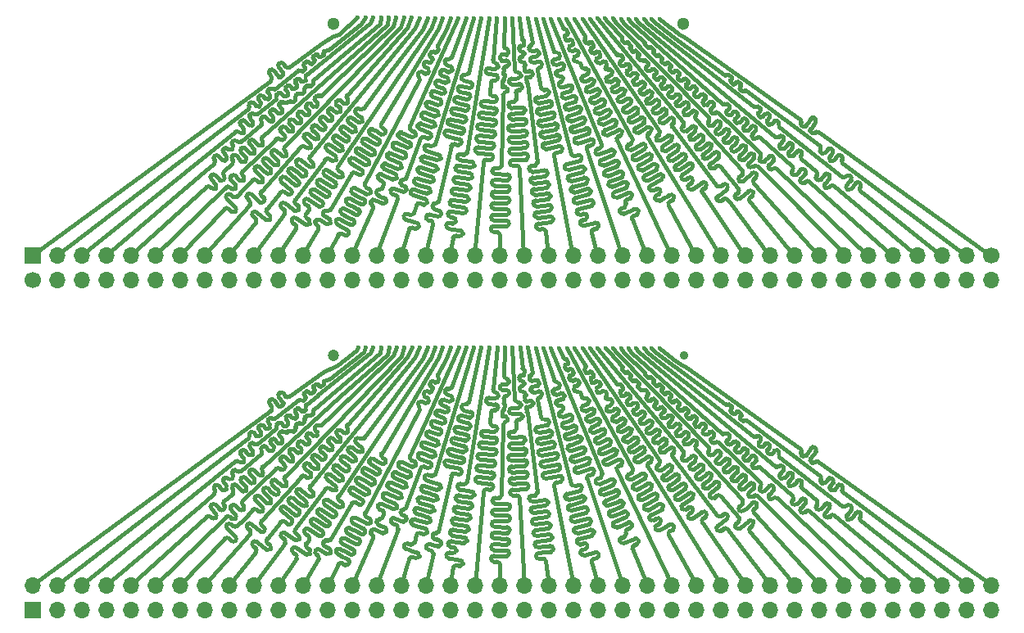
<source format=gbr>
%TF.GenerationSoftware,KiCad,Pcbnew,6.0.4-6f826c9f35~116~ubuntu20.04.1*%
%TF.CreationDate,2022-04-13T10:42:55+07:00*%
%TF.ProjectId,BTB2Header,42544232-4865-4616-9465-722e6b696361,rev?*%
%TF.SameCoordinates,Original*%
%TF.FileFunction,Copper,L3,Inr*%
%TF.FilePolarity,Positive*%
%FSLAX46Y46*%
G04 Gerber Fmt 4.6, Leading zero omitted, Abs format (unit mm)*
G04 Created by KiCad (PCBNEW 6.0.4-6f826c9f35~116~ubuntu20.04.1) date 2022-04-13 10:42:55*
%MOMM*%
%LPD*%
G01*
G04 APERTURE LIST*
%TA.AperFunction,ComponentPad*%
%ADD10C,1.300000*%
%TD*%
%TA.AperFunction,ComponentPad*%
%ADD11R,1.700000X1.700000*%
%TD*%
%TA.AperFunction,ComponentPad*%
%ADD12O,1.700000X1.700000*%
%TD*%
%TA.AperFunction,ComponentPad*%
%ADD13C,1.700000*%
%TD*%
%TA.AperFunction,ComponentPad*%
%ADD14C,0.900000*%
%TD*%
%TA.AperFunction,ComponentPad*%
%ADD15C,1.200000*%
%TD*%
%TA.AperFunction,ViaPad*%
%ADD16C,0.450000*%
%TD*%
%TA.AperFunction,Conductor*%
%ADD17C,0.400000*%
%TD*%
G04 APERTURE END LIST*
D10*
%TO.N,*%
%TO.C,CN1*%
X141625525Y-69343518D03*
X105425525Y-69343518D03*
%TD*%
D11*
%TO.N,/Socket_1*%
%TO.C,J2*%
X74351676Y-129923877D03*
D12*
%TO.N,/Socket_2*%
X74351676Y-127383877D03*
%TO.N,/Socket_3*%
X76891676Y-129923877D03*
%TO.N,/Socket_4*%
X76891676Y-127383877D03*
%TO.N,/Socket_5*%
X79431676Y-129923877D03*
%TO.N,/Socket_6*%
X79431676Y-127383877D03*
%TO.N,/Socket_7*%
X81971676Y-129923877D03*
%TO.N,/Socket_8*%
X81971676Y-127383877D03*
%TO.N,/Socket_9*%
X84511676Y-129923877D03*
%TO.N,/Socket_10*%
X84511676Y-127383877D03*
%TO.N,/Socket_11*%
X87051676Y-129923877D03*
%TO.N,/Socket_12*%
X87051676Y-127383877D03*
%TO.N,/Socket_13*%
X89591676Y-129923877D03*
%TO.N,/Socket_14*%
X89591676Y-127383877D03*
%TO.N,/Socket_15*%
X92131676Y-129923877D03*
%TO.N,/Socket_16*%
X92131676Y-127383877D03*
%TO.N,/Socket_17*%
X94671676Y-129923877D03*
%TO.N,/Socket_18*%
X94671676Y-127383877D03*
%TO.N,/Socket_19*%
X97211676Y-129923877D03*
%TO.N,/Socket_20*%
X97211676Y-127383877D03*
%TO.N,/Socket_21*%
X99751676Y-129923877D03*
%TO.N,/Socket_22*%
X99751676Y-127383877D03*
%TO.N,/Socket_23*%
X102291676Y-129923877D03*
%TO.N,/Socket_24*%
X102291676Y-127383877D03*
%TO.N,/Socket_25*%
X104831676Y-129923877D03*
%TO.N,/Socket_26*%
X104831676Y-127383877D03*
%TO.N,/Socket_27*%
X107371676Y-129923877D03*
%TO.N,/Socket_28*%
X107371676Y-127383877D03*
%TO.N,/Socket_29*%
X109911676Y-129923877D03*
%TO.N,/Socket_30*%
X109911676Y-127383877D03*
%TO.N,/Socket_31*%
X112451676Y-129923877D03*
%TO.N,/Socket_32*%
X112451676Y-127383877D03*
%TO.N,/Socket_33*%
X114991676Y-129923877D03*
%TO.N,/Socket_34*%
X114991676Y-127383877D03*
%TO.N,/Socket_35*%
X117531676Y-129923877D03*
%TO.N,/Socket_36*%
X117531676Y-127383877D03*
%TO.N,/Socket_37*%
X120071676Y-129923877D03*
%TO.N,/Socket_38*%
X120071676Y-127383877D03*
%TO.N,/Socket_39*%
X122611676Y-129923877D03*
%TO.N,/Socket_40*%
X122611676Y-127383877D03*
%TO.N,/Socket_41*%
X125151676Y-129923877D03*
%TO.N,/Socket_42*%
X125151676Y-127383877D03*
%TO.N,/Socket_43*%
X127691676Y-129923877D03*
%TO.N,/Socket_44*%
X127691676Y-127383877D03*
%TO.N,/Socket_45*%
X130231676Y-129923877D03*
%TO.N,/Socket_46*%
X130231676Y-127383877D03*
%TO.N,/Socket_47*%
X132771676Y-129923877D03*
%TO.N,/Socket_48*%
X132771676Y-127383877D03*
%TO.N,/Socket_49*%
X135311676Y-129923877D03*
%TO.N,/Socket_50*%
X135311676Y-127383877D03*
%TO.N,/Socket_51*%
X137851676Y-129923877D03*
%TO.N,/Socket_52*%
X137851676Y-127383877D03*
%TO.N,/Socket_53*%
X140391676Y-129923877D03*
%TO.N,/Socket_54*%
X140391676Y-127383877D03*
%TO.N,/Socket_55*%
X142931676Y-129923877D03*
%TO.N,/Socket_56*%
X142931676Y-127383877D03*
%TO.N,/Socket_57*%
X145471676Y-129923877D03*
%TO.N,/Socket_58*%
X145471676Y-127383877D03*
%TO.N,/Socket_59*%
X148011676Y-129923877D03*
%TO.N,/Socket_60*%
X148011676Y-127383877D03*
%TO.N,/Socket_61*%
X150551676Y-129923877D03*
%TO.N,/Socket_62*%
X150551676Y-127383877D03*
%TO.N,/Socket_63*%
X153091676Y-129923877D03*
%TO.N,/Socket_64*%
X153091676Y-127383877D03*
%TO.N,/Socket_65*%
X155631676Y-129923877D03*
%TO.N,/Socket_66*%
X155631676Y-127383877D03*
%TO.N,/Socket_67*%
X158171676Y-129923877D03*
%TO.N,/Socket_68*%
X158171676Y-127383877D03*
%TO.N,/Socket_69*%
X160711676Y-129923877D03*
%TO.N,/Socket_70*%
X160711676Y-127383877D03*
%TO.N,/Socket_71*%
X163251676Y-129923877D03*
%TO.N,/Socket_72*%
X163251676Y-127383877D03*
%TO.N,/Socket_73*%
X165791676Y-129923877D03*
%TO.N,/Socket_74*%
X165791676Y-127383877D03*
%TO.N,/Socket_75*%
X168331676Y-129923877D03*
%TO.N,/Socket_76*%
X168331676Y-127383877D03*
%TO.N,/Socket_77*%
X170871676Y-129923877D03*
%TO.N,/Socket_78*%
X170871676Y-127383877D03*
%TO.N,/Socket_79*%
X173411676Y-129923877D03*
%TO.N,/Socket_80*%
X173411676Y-127383877D03*
%TD*%
D13*
%TO.N,/Plug_80*%
%TO.C,J1*%
X74392825Y-95831118D03*
D11*
%TO.N,/Plug_79*%
X74392825Y-93291118D03*
D12*
%TO.N,/Plug_78*%
X76932825Y-95831118D03*
%TO.N,/Plug_77*%
X76932825Y-93291118D03*
%TO.N,/Plug_76*%
X79472825Y-95831118D03*
%TO.N,/Plug_75*%
X79472825Y-93291118D03*
%TO.N,/Plug_74*%
X82012825Y-95831118D03*
%TO.N,/Plug_73*%
X82012825Y-93291118D03*
%TO.N,/Plug_72*%
X84552825Y-95831118D03*
%TO.N,/Plug_71*%
X84552825Y-93291118D03*
%TO.N,/Plug_70*%
X87092825Y-95831118D03*
%TO.N,/Plug_69*%
X87092825Y-93291118D03*
%TO.N,/Plug_68*%
X89632825Y-95831118D03*
%TO.N,/Plug_67*%
X89632825Y-93291118D03*
%TO.N,/Plug_66*%
X92172825Y-95831118D03*
%TO.N,/Plug_65*%
X92172825Y-93291118D03*
%TO.N,/Plug_64*%
X94712825Y-95831118D03*
%TO.N,/Plug_63*%
X94712825Y-93291118D03*
%TO.N,/Plug_62*%
X97252825Y-95831118D03*
%TO.N,/Plug_61*%
X97252825Y-93291118D03*
%TO.N,/Plug_60*%
X99792825Y-95831118D03*
%TO.N,/Plug_59*%
X99792825Y-93291118D03*
%TO.N,/Plug_58*%
X102332825Y-95831118D03*
%TO.N,/Plug_57*%
X102332825Y-93291118D03*
%TO.N,/Plug_56*%
X104872825Y-95831118D03*
%TO.N,/Plug_55*%
X104872825Y-93291118D03*
%TO.N,/Plug_54*%
X107412825Y-95831118D03*
%TO.N,/Plug_53*%
X107412825Y-93291118D03*
%TO.N,/Plug_52*%
X109952825Y-95831118D03*
%TO.N,/Plug_51*%
X109952825Y-93291118D03*
%TO.N,/Plug_50*%
X112492825Y-95831118D03*
%TO.N,/Plug_49*%
X112492825Y-93291118D03*
%TO.N,/Plug_48*%
X115032825Y-95831118D03*
%TO.N,/Plug_47*%
X115032825Y-93291118D03*
%TO.N,/Plug_46*%
X117572825Y-95831118D03*
%TO.N,/Plug_45*%
X117572825Y-93291118D03*
%TO.N,/Plug_44*%
X120112825Y-95831118D03*
%TO.N,/Plug_43*%
X120112825Y-93291118D03*
%TO.N,/Plug_42*%
X122652825Y-95831118D03*
%TO.N,/Plug_41*%
X122652825Y-93291118D03*
%TO.N,/Plug_40*%
X125192825Y-95831118D03*
%TO.N,/Plug_39*%
X125192825Y-93291118D03*
%TO.N,/Plug_38*%
X127732825Y-95831118D03*
%TO.N,/Plug_37*%
X127732825Y-93291118D03*
%TO.N,/Plug_36*%
X130272825Y-95831118D03*
%TO.N,/Plug_35*%
X130272825Y-93291118D03*
%TO.N,/Plug_34*%
X132812825Y-95831118D03*
%TO.N,/Plug_33*%
X132812825Y-93291118D03*
%TO.N,/Plug_32*%
X135352825Y-95831118D03*
%TO.N,/Plug_31*%
X135352825Y-93291118D03*
%TO.N,/Plug_30*%
X137892825Y-95831118D03*
%TO.N,/Plug_29*%
X137892825Y-93291118D03*
%TO.N,/Plug_28*%
X140432825Y-95831118D03*
%TO.N,/Plug_27*%
X140432825Y-93291118D03*
%TO.N,/Plug_26*%
X142972825Y-95831118D03*
%TO.N,/Plug_25*%
X142972825Y-93291118D03*
%TO.N,/Plug_24*%
X145512825Y-95831118D03*
%TO.N,/Plug_23*%
X145512825Y-93291118D03*
%TO.N,/Plug_22*%
X148052825Y-95831118D03*
%TO.N,/Plug_21*%
X148052825Y-93291118D03*
%TO.N,/Plug_20*%
X150592825Y-95831118D03*
%TO.N,/Plug_19*%
X150592825Y-93291118D03*
%TO.N,/Plug_18*%
X153132825Y-95831118D03*
%TO.N,/Plug_17*%
X153132825Y-93291118D03*
%TO.N,/Plug_16*%
X155672825Y-95831118D03*
%TO.N,/Plug_15*%
X155672825Y-93291118D03*
%TO.N,/Plug_14*%
X158212825Y-95831118D03*
%TO.N,/Plug_13*%
X158212825Y-93291118D03*
%TO.N,/Plug_12*%
X160752825Y-95831118D03*
%TO.N,/Plug_11*%
X160752825Y-93291118D03*
%TO.N,/Plug_10*%
X163292825Y-95831118D03*
%TO.N,/Plug_9*%
X163292825Y-93291118D03*
%TO.N,/Plug_8*%
X165832825Y-95831118D03*
%TO.N,/Plug_7*%
X165832825Y-93291118D03*
%TO.N,/Plug_6*%
X168372825Y-95831118D03*
%TO.N,/Plug_5*%
X168372825Y-93291118D03*
%TO.N,/Plug_4*%
X170912825Y-95831118D03*
%TO.N,/Plug_3*%
X170912825Y-93291118D03*
%TO.N,/Plug_2*%
X173452825Y-95831118D03*
D13*
%TO.N,/Plug_1*%
X173452825Y-93291118D03*
%TD*%
D14*
%TO.N,*%
%TO.C,CN2*%
X141671876Y-103655277D03*
D15*
X105461676Y-103655277D03*
%TD*%
D16*
%TO.N,/Plug_1*%
X139115200Y-68824700D03*
%TO.N,/Plug_3*%
X138302400Y-68794900D03*
%TO.N,/Plug_5*%
X137489600Y-68794900D03*
%TO.N,/Plug_7*%
X136676800Y-68794900D03*
%TO.N,/Plug_9*%
X135893800Y-68815900D03*
%TO.N,/Plug_11*%
X135131800Y-68815900D03*
%TO.N,/Plug_13*%
X134310200Y-68773900D03*
%TO.N,/Plug_15*%
X133497400Y-68773900D03*
%TO.N,/Plug_17*%
X132684600Y-68773900D03*
%TO.N,/Plug_19*%
X131901600Y-68794900D03*
%TO.N,/Plug_21*%
X131139600Y-68794900D03*
%TO.N,/Plug_23*%
X130326800Y-68794900D03*
%TO.N,/Plug_25*%
X129514000Y-68794900D03*
%TO.N,/Plug_27*%
X128701200Y-68794900D03*
%TO.N,/Plug_29*%
X127888400Y-68794900D03*
%TO.N,/Plug_31*%
X127126400Y-68794900D03*
%TO.N,/Plug_33*%
X126313600Y-68794900D03*
%TO.N,/Plug_35*%
X125500800Y-68744100D03*
%TO.N,/Plug_37*%
X124688000Y-68744100D03*
%TO.N,/Plug_39*%
X123896200Y-68723100D03*
%TO.N,/Plug_41*%
X123134200Y-68723100D03*
%TO.N,/Plug_43*%
X122321400Y-68723100D03*
%TO.N,/Plug_45*%
X121508600Y-68723100D03*
%TO.N,/Plug_47*%
X120695800Y-68723100D03*
%TO.N,/Plug_49*%
X119912800Y-68744100D03*
%TO.N,/Plug_51*%
X119150800Y-68744100D03*
%TO.N,/Plug_53*%
X118338000Y-68744100D03*
%TO.N,/Plug_55*%
X117525200Y-68744100D03*
%TO.N,/Plug_57*%
X116712400Y-68744100D03*
%TO.N,/Plug_59*%
X115899600Y-68744100D03*
%TO.N,/Plug_61*%
X115137600Y-68744100D03*
%TO.N,/Plug_63*%
X114324800Y-68744100D03*
%TO.N,/Plug_65*%
X113512000Y-68693300D03*
%TO.N,/Plug_67*%
X112699200Y-68693300D03*
%TO.N,/Plug_69*%
X111907400Y-68672300D03*
%TO.N,/Plug_71*%
X111145400Y-68672300D03*
%TO.N,/Plug_73*%
X110332600Y-68672300D03*
%TO.N,/Plug_75*%
X109519800Y-68672300D03*
%TO.N,/Plug_77*%
X108707000Y-68672300D03*
%TO.N,/Plug_79*%
X107919600Y-68672300D03*
%TO.N,/Socket_80*%
X139134800Y-102905900D03*
%TO.N,/Socket_78*%
X138322000Y-102876100D03*
%TO.N,/Socket_76*%
X137509200Y-102876100D03*
%TO.N,/Socket_74*%
X136696400Y-102876100D03*
%TO.N,/Socket_72*%
X135913400Y-102897100D03*
%TO.N,/Socket_70*%
X135151400Y-102897100D03*
%TO.N,/Socket_68*%
X134329800Y-102855100D03*
%TO.N,/Socket_66*%
X133517000Y-102855100D03*
%TO.N,/Socket_64*%
X132704200Y-102855100D03*
%TO.N,/Socket_62*%
X131921200Y-102876100D03*
%TO.N,/Socket_60*%
X131159200Y-102876100D03*
%TO.N,/Socket_58*%
X130346400Y-102876100D03*
%TO.N,/Socket_56*%
X129533600Y-102876100D03*
%TO.N,/Socket_54*%
X128720800Y-102876100D03*
%TO.N,/Socket_52*%
X127908000Y-102876100D03*
%TO.N,/Socket_50*%
X127146000Y-102876100D03*
%TO.N,/Socket_48*%
X126333200Y-102876100D03*
%TO.N,/Socket_46*%
X125520400Y-102825300D03*
%TO.N,/Socket_44*%
X124707600Y-102825300D03*
%TO.N,/Socket_42*%
X123915800Y-102804300D03*
%TO.N,/Socket_40*%
X123153800Y-102804300D03*
%TO.N,/Socket_38*%
X122341000Y-102804300D03*
%TO.N,/Socket_36*%
X121528200Y-102804300D03*
%TO.N,/Socket_34*%
X120715400Y-102804300D03*
%TO.N,/Socket_32*%
X119932400Y-102825300D03*
%TO.N,/Socket_30*%
X119170400Y-102825300D03*
%TO.N,/Socket_28*%
X118357600Y-102825300D03*
%TO.N,/Socket_26*%
X117544800Y-102825300D03*
%TO.N,/Socket_24*%
X116732000Y-102825300D03*
%TO.N,/Socket_22*%
X115919200Y-102825300D03*
%TO.N,/Socket_20*%
X115157200Y-102825300D03*
%TO.N,/Socket_18*%
X114344400Y-102825300D03*
%TO.N,/Socket_16*%
X113531600Y-102774500D03*
%TO.N,/Socket_14*%
X112718800Y-102774500D03*
%TO.N,/Socket_12*%
X111927000Y-102753500D03*
%TO.N,/Socket_10*%
X111165000Y-102753500D03*
%TO.N,/Socket_8*%
X110352200Y-102753500D03*
%TO.N,/Socket_6*%
X109539400Y-102753500D03*
%TO.N,/Socket_4*%
X108726600Y-102753500D03*
%TO.N,/Socket_2*%
X107939200Y-102753500D03*
%TD*%
D17*
%TO.N,/Plug_1*%
X140573767Y-69953721D02*
X141183767Y-70473721D01*
X153693397Y-79224490D02*
X141713767Y-70673721D01*
X154853459Y-80052055D02*
X155257700Y-79485402D01*
X140103767Y-69573721D02*
X140573767Y-69953721D01*
X154901287Y-80634112D02*
X154775973Y-80544715D01*
X154365012Y-79703607D02*
X154363411Y-79702464D01*
X155212381Y-80582071D02*
X155212382Y-80582071D01*
X154769251Y-79136951D02*
X154365012Y-79703607D01*
X153797477Y-79846676D02*
X153797478Y-79846676D01*
X154363411Y-79702464D02*
X154233886Y-79884032D01*
X141183767Y-70473721D02*
X141713767Y-70673721D01*
X140103767Y-69573721D02*
X139115200Y-68824700D01*
X154723932Y-80233622D02*
X154853459Y-80052055D01*
X153745437Y-79535583D02*
X153745437Y-79535584D01*
X173380400Y-93268800D02*
X155523474Y-80530030D01*
X153922791Y-79936073D02*
X153797477Y-79846676D01*
X153745427Y-79535576D02*
G75*
G03*
X153797478Y-79846675I181573J-129524D01*
G01*
X154769275Y-79136968D02*
G75*
G02*
X155187701Y-79066953I244225J-174232D01*
G01*
X155212327Y-80582032D02*
G75*
G02*
X155523473Y-80530031I181573J-129568D01*
G01*
X154723878Y-80233583D02*
G75*
G03*
X154775973Y-80544715I181622J-129517D01*
G01*
X154901282Y-80634119D02*
G75*
G03*
X155212381Y-80582070I129518J181619D01*
G01*
X155187679Y-79066984D02*
G75*
G02*
X155257699Y-79485402I-174179J-244216D01*
G01*
X153693358Y-79224545D02*
G75*
G02*
X153745436Y-79535584I-129458J-181555D01*
G01*
X153922777Y-79936092D02*
G75*
G03*
X154233886Y-79884032I129523J181592D01*
G01*
%TO.N,/Plug_3*%
X157029519Y-82656972D02*
X156893716Y-82838558D01*
X147714606Y-76284642D02*
X147714607Y-76284644D01*
X146115475Y-74622474D02*
X146115475Y-74622475D01*
X156893716Y-82838559D02*
X156727968Y-83060185D01*
X138704400Y-69235400D02*
X140623767Y-70743721D01*
X147250667Y-75316035D02*
X147531826Y-75526304D01*
X156893716Y-82838558D02*
X156893716Y-82838559D01*
X157877359Y-82945462D02*
X157954639Y-83003257D01*
X146927388Y-75540498D02*
X147001925Y-75440831D01*
X147888810Y-76259513D02*
X147888812Y-76259512D01*
X146753182Y-75565627D02*
X146753183Y-75565627D01*
X146595968Y-74981819D02*
X146446893Y-75181153D01*
X158005472Y-83355636D02*
X158005469Y-83355638D01*
X147531826Y-75526304D02*
X147531827Y-75526304D01*
X155814173Y-82659935D02*
X155891453Y-82717730D01*
X157877359Y-82945463D02*
X157877359Y-82945462D01*
X147482853Y-75800502D02*
X147408317Y-75900169D01*
X147001925Y-75440831D02*
X147076463Y-75341165D01*
X148063016Y-76234384D02*
X155712511Y-81955176D01*
X157208460Y-83419529D02*
X157524980Y-82996296D01*
X147482419Y-75800176D02*
X147482853Y-75800502D01*
X156866414Y-82251846D02*
X156983735Y-82339586D01*
X147433447Y-76074373D02*
X147714606Y-76284642D01*
X146289679Y-74597345D02*
X146570838Y-74807614D01*
X146446893Y-75181153D02*
X146446895Y-75181154D01*
X155763342Y-82307555D02*
X155763341Y-82307555D01*
X157524980Y-82996296D02*
X157524979Y-82996295D01*
X156243832Y-82666899D02*
X156394607Y-82465291D01*
X156783847Y-83447558D02*
X156783848Y-83447558D01*
X156783848Y-83447558D02*
X156821087Y-83475408D01*
X156413226Y-82479216D02*
X156549026Y-82297631D01*
X156394607Y-82465291D02*
X156413226Y-82479216D01*
X146570838Y-74807614D02*
X146570839Y-74807614D01*
X140623767Y-70743721D02*
X145941270Y-74647603D01*
X147556956Y-75700509D02*
X147482419Y-75800176D01*
X155814172Y-82659934D02*
X155814173Y-82659935D01*
X146472023Y-75355358D02*
X146753182Y-75565627D01*
X156866413Y-82251846D02*
X156866414Y-82251846D01*
X138302400Y-68794900D02*
X138704400Y-69235400D01*
X158056301Y-83708018D02*
X170840400Y-93268800D01*
X156866406Y-82251855D02*
G75*
G03*
X156549027Y-82297632I-135806J-181545D01*
G01*
X147888758Y-76259474D02*
G75*
G02*
X147714607Y-76284644I-99658J74474D01*
G01*
X157029546Y-82656992D02*
G75*
G03*
X156983735Y-82339586I-181646J135792D01*
G01*
X146115471Y-74622471D02*
G75*
G02*
X145941270Y-74647603I-99671J74571D01*
G01*
X157208419Y-83419498D02*
G75*
G02*
X156821087Y-83475408I-221619J165698D01*
G01*
X158005519Y-83355671D02*
G75*
G03*
X157954639Y-83003257I-201619J150771D01*
G01*
X146289645Y-74597390D02*
G75*
G03*
X146115475Y-74622475I-74545J-99610D01*
G01*
X147250642Y-75316069D02*
G75*
G03*
X147076464Y-75341165I-74542J-99631D01*
G01*
X155814202Y-82659894D02*
G75*
G02*
X155763341Y-82307555I150698J201594D01*
G01*
X156243805Y-82666879D02*
G75*
G02*
X155891453Y-82717730I-201605J150779D01*
G01*
X158056308Y-83708008D02*
G75*
G02*
X158005469Y-83355638I150792J201608D01*
G01*
X146472012Y-75355373D02*
G75*
G02*
X146446896Y-75181154I74588J99673D01*
G01*
X157877368Y-82945451D02*
G75*
G03*
X157524979Y-82996295I-150768J-201649D01*
G01*
X147433450Y-76074369D02*
G75*
G02*
X147408317Y-75900169I74550J99669D01*
G01*
X148063040Y-76234352D02*
G75*
G03*
X147888812Y-76259512I-74540J-99648D01*
G01*
X147556990Y-75700535D02*
G75*
G03*
X147531827Y-75526304I-99690J74535D01*
G01*
X146927357Y-75540475D02*
G75*
G02*
X146753184Y-75565626I-99657J74475D01*
G01*
X156783874Y-83447522D02*
G75*
G02*
X156727969Y-83060186I165726J221622D01*
G01*
X146595989Y-74981835D02*
G75*
G03*
X146570839Y-74807614I-99689J74535D01*
G01*
X155763357Y-82307566D02*
G75*
G03*
X155712511Y-81955176I-201657J150766D01*
G01*
%TO.N,/Plug_5*%
X158908532Y-85481038D02*
X158908533Y-85481040D01*
X149332225Y-77867862D02*
X149534893Y-78027763D01*
X158724831Y-85713872D02*
X158727518Y-85715992D01*
X158955040Y-86396286D02*
X158955039Y-86396287D01*
X149457339Y-78402010D02*
X149457339Y-78402012D01*
X158955039Y-86396287D02*
X159411108Y-85818234D01*
X159882150Y-86189877D02*
X159855422Y-86223753D01*
X149807025Y-78927470D02*
X149928383Y-78773655D01*
X159882149Y-86189878D02*
X159882150Y-86189877D01*
X158533698Y-86445987D02*
X158533697Y-86445987D01*
X159905122Y-86645097D02*
X159905121Y-86645097D01*
X137489600Y-68794900D02*
X137967800Y-69337000D01*
X150733628Y-79690383D02*
X150870471Y-79516943D01*
X159832452Y-85768534D02*
X159832452Y-85768535D01*
X149457339Y-78402012D02*
X149335982Y-78555826D01*
X150274313Y-78611151D02*
X150476981Y-78771052D01*
X158727518Y-85715992D02*
X158483997Y-86024644D01*
X151498531Y-80012469D02*
X158020957Y-85158530D01*
X137967800Y-69337000D02*
X148852106Y-77924494D01*
X158854025Y-85060264D02*
X158859401Y-85064505D01*
X150870471Y-79516943D02*
X150873671Y-79519468D01*
X159905121Y-86645097D02*
X168300400Y-93268800D01*
X149368440Y-78830996D02*
X149531855Y-78959927D01*
X149531855Y-78959927D02*
X149531854Y-78959927D01*
X151270198Y-79333196D02*
X151433613Y-79462127D01*
X158908533Y-85481040D02*
X158724831Y-85713872D01*
X158854024Y-85060265D02*
X158854025Y-85060264D01*
X150299185Y-79629022D02*
X150423346Y-79726983D01*
X149928383Y-78773655D02*
X150034255Y-78639467D01*
X149563210Y-78267822D02*
X149457339Y-78402010D01*
X150873671Y-79519468D02*
X150995028Y-79365654D01*
X150505298Y-79011111D02*
X150262586Y-79318740D01*
X150262586Y-79318740D02*
X150262584Y-79318739D01*
X151433613Y-79462127D02*
X151433614Y-79462126D01*
X149092166Y-77896178D02*
X149092167Y-77896178D01*
X159882195Y-86189914D02*
G75*
G03*
X159832452Y-85768535I-235595J185814D01*
G01*
X151466032Y-79737267D02*
G75*
G03*
X151433614Y-79462126I-153732J121367D01*
G01*
X149563261Y-78267862D02*
G75*
G03*
X149534893Y-78027763I-134261J105862D01*
G01*
X151270162Y-79333241D02*
G75*
G03*
X150995028Y-79365654I-121362J-153759D01*
G01*
X158955015Y-86396266D02*
G75*
G02*
X158533697Y-86445987I-235515J185766D01*
G01*
X150505253Y-79011075D02*
G75*
G03*
X150476981Y-78771052I-134153J105875D01*
G01*
X159905105Y-86645118D02*
G75*
G02*
X159855423Y-86223753I185795J235518D01*
G01*
X149807014Y-78927461D02*
G75*
G02*
X149531854Y-78959927I-153814J121361D01*
G01*
X150733647Y-79690398D02*
G75*
G02*
X150423346Y-79726983I-173447J136898D01*
G01*
X159832421Y-85768573D02*
G75*
G03*
X159411108Y-85818234I-185821J-235527D01*
G01*
X149368424Y-78831016D02*
G75*
G02*
X149335983Y-78555827I121376J153816D01*
G01*
X150299170Y-79629040D02*
G75*
G02*
X150262584Y-79318739I136830J173440D01*
G01*
X158908491Y-85481006D02*
G75*
G03*
X158859401Y-85064505I-232791J183706D01*
G01*
X151498490Y-80012521D02*
G75*
G02*
X151466072Y-79737298I121410J153821D01*
G01*
X158533670Y-86446022D02*
G75*
G02*
X158483998Y-86024645I185830J235522D01*
G01*
X150274280Y-78611193D02*
G75*
G03*
X150034256Y-78639468I-105880J-134107D01*
G01*
X149092191Y-77896198D02*
G75*
G02*
X148852106Y-77924494I-134191J105898D01*
G01*
X149332270Y-77867805D02*
G75*
G03*
X149092167Y-77896178I-105870J-134195D01*
G01*
X158437537Y-85109433D02*
G75*
G02*
X158020957Y-85158530I-232837J183733D01*
G01*
X158854003Y-85060291D02*
G75*
G03*
X158437492Y-85109397I-183703J-232809D01*
G01*
%TO.N,/Plug_7*%
X151466683Y-80998723D02*
X151466681Y-80998724D01*
X155799510Y-85416803D02*
X155839624Y-85368802D01*
X137002600Y-69235400D02*
X151115882Y-81030118D01*
X152864621Y-82134424D02*
X152864620Y-82134424D01*
X152790245Y-81715120D02*
X152830074Y-81748409D01*
X151614032Y-82225885D02*
X151615497Y-82227109D01*
X151927075Y-81383482D02*
X151927074Y-81383480D01*
X151768103Y-81575191D02*
X151576335Y-81804655D01*
X151767368Y-81574579D02*
X151768103Y-81575191D01*
X156672767Y-85307533D02*
X156227837Y-85839926D01*
X153785403Y-82903938D02*
X153785403Y-82903939D01*
X151817482Y-80967329D02*
X151895681Y-81032680D01*
X151927072Y-81383481D02*
X151767368Y-81574579D01*
X153819947Y-83289955D02*
X155341416Y-84561471D01*
X156688230Y-86224684D02*
X156688229Y-86224684D01*
X156688229Y-86224684D02*
X156760407Y-86138317D01*
X156608579Y-84887319D02*
X156608580Y-84887319D01*
X155379232Y-84984047D02*
X155379233Y-84984046D01*
X136676800Y-68794900D02*
X137002600Y-69235400D01*
X156608580Y-84887319D02*
X156637311Y-84911330D01*
X155799511Y-85416803D02*
X155799510Y-85416803D01*
X152957510Y-82958927D02*
X153149277Y-82729462D01*
X152534816Y-82995399D02*
X152534815Y-82995399D01*
X157182982Y-86100500D02*
X165760400Y-93268800D01*
X155839624Y-85368802D02*
X156212375Y-84922775D01*
X151817483Y-80967327D02*
X151817482Y-80967329D01*
X153785404Y-82903938D02*
X153785403Y-82903938D01*
X151614033Y-82225885D02*
X151614032Y-82225885D01*
X151466681Y-80998724D02*
X151466682Y-80998722D01*
X152228494Y-81959948D02*
X152404230Y-81749667D01*
X155379233Y-84984046D02*
X155339118Y-85032046D01*
X153149277Y-82729462D02*
X153325011Y-82519180D01*
X151927074Y-81383480D02*
X151927072Y-81383481D01*
X152036727Y-82189413D02*
X152228494Y-81959948D01*
X152688886Y-82344705D02*
X152497118Y-82574169D01*
X153711028Y-82484634D02*
X153750857Y-82517923D01*
X153325011Y-82519180D02*
X153325013Y-82519181D01*
X152534815Y-82995399D02*
X152536280Y-82996623D01*
X156265655Y-86262502D02*
X156265654Y-86262502D01*
X152864620Y-82134424D02*
X152688886Y-82344705D01*
X156672768Y-85307533D02*
X156672767Y-85307533D01*
X152957455Y-82958881D02*
G75*
G02*
X152536280Y-82996623I-229455J191681D01*
G01*
X157182979Y-86100504D02*
G75*
G03*
X156760407Y-86138317I-192379J-230196D01*
G01*
X156608570Y-84887330D02*
G75*
G03*
X156212376Y-84922776I-180370J-215870D01*
G01*
X153819923Y-83289983D02*
G75*
G02*
X153785403Y-82903939I175777J210283D01*
G01*
X155799498Y-85416792D02*
G75*
G02*
X155376935Y-85454621I-230198J192392D01*
G01*
X151466701Y-80998738D02*
G75*
G02*
X151115882Y-81030118I-191101J159738D01*
G01*
X153785397Y-82903932D02*
G75*
G03*
X153750857Y-82517923I-210297J175732D01*
G01*
X151614052Y-82225862D02*
G75*
G02*
X151576335Y-81804655I191748J229462D01*
G01*
X156688195Y-86224654D02*
G75*
G02*
X156265654Y-86262502I-230195J192354D01*
G01*
X152534846Y-82995363D02*
G75*
G02*
X152497118Y-82574169I191754J229463D01*
G01*
X155376959Y-85454593D02*
G75*
G02*
X155339118Y-85032046I192341J230193D01*
G01*
X152036770Y-82189449D02*
G75*
G02*
X151615497Y-82227109I-229470J191849D01*
G01*
X156265662Y-86262493D02*
G75*
G02*
X156227837Y-85839926I192338J230193D01*
G01*
X151927100Y-81383503D02*
G75*
G03*
X151895680Y-81032681I-191100J159703D01*
G01*
X153711034Y-82484627D02*
G75*
G03*
X153325014Y-82519181I-175734J-210273D01*
G01*
X155379264Y-84984073D02*
G75*
G03*
X155341415Y-84561472I-230264J192373D01*
G01*
X152864628Y-82134430D02*
G75*
G03*
X152830074Y-81748409I-210328J175730D01*
G01*
X152790235Y-81715132D02*
G75*
G03*
X152404231Y-81749667I-175735J-210268D01*
G01*
X151817503Y-80967303D02*
G75*
G03*
X151466682Y-80998722I-159703J-191097D01*
G01*
X156672807Y-85307566D02*
G75*
G03*
X156637311Y-84911330I-215907J180366D01*
G01*
%TO.N,/Plug_9*%
X146523446Y-78717468D02*
X146523445Y-78717469D01*
X145884567Y-77624327D02*
X145884566Y-77624325D01*
X153327692Y-84873436D02*
X153723637Y-84428165D01*
X154163497Y-85739363D02*
X154163497Y-85739364D01*
X148975029Y-79942641D02*
X149055474Y-80014173D01*
X135893800Y-68815900D02*
X136164400Y-69210000D01*
X147232535Y-78822969D02*
X147118786Y-78950886D01*
X147403572Y-79533552D02*
X147567157Y-79349587D01*
X146332938Y-78023026D02*
X146219189Y-78150944D01*
X147857777Y-80333775D02*
X147857776Y-80333775D01*
X146975580Y-79482399D02*
X147056023Y-79553931D01*
X153299982Y-84904598D02*
X153299982Y-84904599D01*
X152879322Y-84474735D02*
X152851611Y-84505897D01*
X147118787Y-78950886D02*
X146955201Y-79134850D01*
X148162498Y-79583005D02*
X148162499Y-79583004D01*
X146222048Y-78153485D02*
X146075075Y-78318767D01*
X154172006Y-84826867D02*
X154172008Y-84826866D01*
X149075853Y-80361722D02*
X148912266Y-80545687D01*
X147025829Y-78410096D02*
X147218365Y-78581305D01*
X146332938Y-78023025D02*
X146332938Y-78023026D01*
X148026382Y-79165994D02*
X148144190Y-79270751D01*
X154647969Y-85646002D02*
X163220400Y-93268800D01*
X148912265Y-80545686D02*
X148732067Y-80748332D01*
X136164400Y-69210000D02*
X145642903Y-77638497D01*
X148754516Y-81131175D02*
X148754515Y-81131175D01*
X148026382Y-79165993D02*
X148026382Y-79165994D01*
X149563280Y-81124583D02*
X152854488Y-84051199D01*
X148162499Y-79583004D02*
X147835328Y-79950932D01*
X146219189Y-78150944D02*
X146222048Y-78153485D01*
X147118786Y-78950886D02*
X147118787Y-78950886D01*
X148463896Y-80146986D02*
X148627480Y-79963020D01*
X154172008Y-84826866D02*
X153715126Y-85340662D01*
X146126232Y-77610154D02*
X146318768Y-77781361D01*
X148754515Y-81131175D02*
X148797594Y-81169482D01*
X149180437Y-81147033D02*
X149180437Y-81147032D01*
X148912266Y-80545687D02*
X148912265Y-80545686D01*
X154163497Y-85739364D02*
X154224432Y-85670837D01*
X146126230Y-77610155D02*
X146126232Y-77610154D01*
X148283698Y-80349633D02*
X148463895Y-80146986D01*
X146093384Y-78631020D02*
X146093384Y-78631021D01*
X147567157Y-79349587D02*
X147567156Y-79349586D01*
X154141314Y-84403674D02*
X154147516Y-84409189D01*
X147857776Y-80333775D02*
X147900855Y-80372082D01*
X148463895Y-80146986D02*
X148463896Y-80146986D01*
X146093384Y-78631021D02*
X146211192Y-78735778D01*
X153299982Y-84904599D02*
X153327692Y-84873436D01*
X146523445Y-78717469D02*
X146784165Y-78424268D01*
X147567156Y-79349586D02*
X147714129Y-79184304D01*
X148283750Y-80349680D02*
G75*
G02*
X147900855Y-80372081I-202650J180280D01*
G01*
X154163486Y-85739353D02*
G75*
G02*
X153739961Y-85764199I-224186J199353D01*
G01*
X154172032Y-84826890D02*
G75*
G03*
X154147515Y-84409190I-221132J196590D01*
G01*
X153299989Y-84904604D02*
G75*
G02*
X152876446Y-84929434I-224189J199404D01*
G01*
X152879337Y-84474748D02*
G75*
G03*
X152854488Y-84051199I-224237J199348D01*
G01*
X146523484Y-78717501D02*
G75*
G02*
X146211192Y-78735778I-165284J147001D01*
G01*
X147403561Y-79533542D02*
G75*
G02*
X147056023Y-79553931I-183961J163542D01*
G01*
X146126244Y-77610139D02*
G75*
G03*
X145884566Y-77624325I-113744J-127961D01*
G01*
X148026370Y-79166007D02*
G75*
G03*
X147714130Y-79184305I-146970J-165293D01*
G01*
X148974988Y-79942687D02*
G75*
G03*
X148627480Y-79963020I-163588J-183913D01*
G01*
X148754545Y-81131143D02*
G75*
G02*
X148732068Y-80748333I180155J202643D01*
G01*
X146332960Y-78023044D02*
G75*
G03*
X146318768Y-77781361I-127960J113744D01*
G01*
X147857803Y-80333746D02*
G75*
G02*
X147835328Y-79950932I180197J202646D01*
G01*
X154141291Y-84403699D02*
G75*
G03*
X153723638Y-84428165I-196591J-221101D01*
G01*
X153739974Y-85764184D02*
G75*
G02*
X153715127Y-85340662I199326J224184D01*
G01*
X146093418Y-78630981D02*
G75*
G02*
X146075075Y-78318767I146982J165281D01*
G01*
X147025846Y-78410077D02*
G75*
G03*
X146784165Y-78424268I-113746J-127923D01*
G01*
X152876491Y-84929383D02*
G75*
G02*
X152851611Y-84505897I199309J224183D01*
G01*
X145884513Y-77624279D02*
G75*
G02*
X145642903Y-77638497I-127913J113679D01*
G01*
X149075814Y-80361688D02*
G75*
G03*
X149055474Y-80014173I-183914J163588D01*
G01*
X149563297Y-81124564D02*
G75*
G03*
X149180437Y-81147032I-180197J-202636D01*
G01*
X147232510Y-78822947D02*
G75*
G03*
X147218365Y-78581305I-127910J113747D01*
G01*
X154647951Y-85646022D02*
G75*
G03*
X154224433Y-85670838I-199351J-224178D01*
G01*
X149180448Y-81147043D02*
G75*
G02*
X148797595Y-81169481I-202648J180243D01*
G01*
X148162463Y-79582974D02*
G75*
G03*
X148144190Y-79270751I-165263J146974D01*
G01*
X146975611Y-79482364D02*
G75*
G02*
X146955201Y-79134850I163589J183964D01*
G01*
%TO.N,/Plug_11*%
X137604655Y-71398217D02*
X137604656Y-71398216D01*
X145191897Y-78542898D02*
X146988009Y-80250577D01*
X143845038Y-77025499D02*
X143845040Y-77025498D01*
X149958863Y-83558097D02*
X149958862Y-83558097D01*
X146990090Y-80252553D02*
X149547778Y-82684309D01*
X142728611Y-76743594D02*
X142878406Y-76886014D01*
X139094278Y-72547762D02*
X139425254Y-72862442D01*
X142958149Y-76216770D02*
X142721594Y-76465573D01*
X144731932Y-77834226D02*
X144596428Y-77976746D01*
X140886179Y-74182444D02*
X140886177Y-74182443D01*
X151268989Y-84320775D02*
X160680400Y-93268800D01*
X146988009Y-80250577D02*
X146990090Y-80252553D01*
X144161596Y-77563323D02*
X144297097Y-77420802D01*
X138943607Y-72602248D02*
X138943606Y-72602249D01*
X138943606Y-72602249D02*
X138992979Y-72550320D01*
X135402400Y-69235400D02*
X137602872Y-71327528D01*
X139427811Y-72963743D02*
X139378437Y-73015673D01*
X138543225Y-72152592D02*
X138543226Y-72152591D01*
X138543226Y-72152591D02*
X138459401Y-72240755D01*
X144596428Y-77976747D02*
X144443699Y-78137384D01*
X143652882Y-76605949D02*
X143838914Y-76782823D01*
X139378438Y-73015672D02*
X139311839Y-73085719D01*
X149558482Y-83108437D02*
X149524029Y-83144673D01*
X142958148Y-76216772D02*
X142958149Y-76216770D01*
X141451550Y-75189070D02*
X141451549Y-75189070D01*
X142303988Y-76034032D02*
X142303988Y-76034033D01*
X142071257Y-75408044D02*
X142071258Y-75408042D01*
X139746673Y-73499142D02*
X139746672Y-73499142D01*
X142730647Y-75798115D02*
X142952915Y-76009439D01*
X138039490Y-71811639D02*
X138039489Y-71811640D01*
X138461958Y-72342055D02*
X138792934Y-72656735D01*
X144878532Y-78550808D02*
X144878532Y-78550807D01*
X141808414Y-74990279D02*
X142066916Y-75236055D01*
X141451549Y-75189070D02*
X141636425Y-74994620D01*
X140599111Y-74344106D02*
X140749534Y-74185893D01*
X149993314Y-83521860D02*
X150441189Y-83050790D01*
X142303988Y-76034033D02*
X142523314Y-75803348D01*
X138894235Y-72654178D02*
X138943607Y-72602248D01*
X150455184Y-84305949D02*
X150491420Y-84340401D01*
X141184365Y-74599316D02*
X141016716Y-74775646D01*
X138179081Y-71737383D02*
X138541442Y-72081903D01*
X143845040Y-77025498D02*
X143591260Y-77292419D01*
X139378437Y-73015673D02*
X139378438Y-73015672D01*
X150876024Y-83464212D02*
X150445371Y-83917164D01*
X139094280Y-72547763D02*
X139094278Y-72547762D01*
X140016515Y-73355598D02*
X140016513Y-73355597D01*
X141021949Y-74982979D02*
X141244217Y-75194303D01*
X143291929Y-76736477D02*
X143291930Y-76736477D01*
X142071258Y-75408042D02*
X141869155Y-75620609D01*
X140168619Y-74102671D02*
X140427123Y-74348447D01*
X143598277Y-77570440D02*
X143748072Y-77712860D01*
X143291930Y-76736477D02*
X143410205Y-76612074D01*
X140599112Y-74344106D02*
X140599111Y-74344106D01*
X138039489Y-71811640D02*
X138108392Y-71739165D01*
X144596428Y-77976746D02*
X144596428Y-77976747D01*
X144026093Y-77705843D02*
X144161595Y-77563323D01*
X141184366Y-74599316D02*
X141184365Y-74599316D01*
X139746672Y-73499142D02*
X139879870Y-73359047D01*
X140886177Y-74182443D02*
X141180917Y-74462671D01*
X139315288Y-73222363D02*
X139610028Y-73502591D01*
X144575118Y-77413785D02*
X144724915Y-77556205D01*
X144161595Y-77563323D02*
X144161596Y-77563323D01*
X149958862Y-83558097D02*
X149993314Y-83521860D01*
X144451608Y-78450749D02*
X144565167Y-78558717D01*
X149558481Y-83108438D02*
X149558482Y-83108437D01*
X135131800Y-68815900D02*
X135402400Y-69235400D01*
X141875280Y-75863286D02*
X142061312Y-76040158D01*
X140016513Y-73355597D02*
X140311253Y-73635825D01*
X150876023Y-83464214D02*
X150876024Y-83464212D01*
X140314702Y-73772470D02*
X140314701Y-73772470D01*
X151268989Y-84320776D02*
X151268989Y-84320775D01*
X138179081Y-71737382D02*
X138179081Y-71737383D01*
X137606440Y-71468904D02*
X137968801Y-71813424D01*
X143156427Y-76878997D02*
X143291929Y-76736477D01*
X139315288Y-73222364D02*
X139315288Y-73222363D01*
X140314701Y-73772470D02*
X140164278Y-73930682D01*
X138461958Y-72342056D02*
X138461958Y-72342055D01*
X150876022Y-83464213D02*
G75*
G03*
X150865320Y-83040085I-217422J206713D01*
G01*
X138179054Y-71737411D02*
G75*
G03*
X138108393Y-71739166I-34454J-36189D01*
G01*
X149558456Y-83108414D02*
G75*
G03*
X149547777Y-82684310I-217356J206714D01*
G01*
X141184347Y-74599298D02*
G75*
G03*
X141180917Y-74462671I-70047J66598D01*
G01*
X142304000Y-76034043D02*
G75*
G02*
X142061312Y-76040158I-124400J118243D01*
G01*
X150880199Y-84330582D02*
G75*
G02*
X150491420Y-84340401I-199299J189482D01*
G01*
X141021946Y-74982983D02*
G75*
G02*
X141016717Y-74775647I101054J106283D01*
G01*
X140599063Y-74344059D02*
G75*
G02*
X140427124Y-74348446I-88163J83759D01*
G01*
X151268985Y-84320780D02*
G75*
G03*
X150880205Y-84330588I-189485J-199320D01*
G01*
X139315305Y-73222346D02*
G75*
G02*
X139311840Y-73085720I66595J70046D01*
G01*
X137604691Y-71398251D02*
G75*
G03*
X137602871Y-71327529I-36291J34451D01*
G01*
X142728588Y-76743619D02*
G75*
G02*
X142721595Y-76465574I135512J142519D01*
G01*
X139746647Y-73499118D02*
G75*
G02*
X139610028Y-73502591I-70047J66618D01*
G01*
X141808425Y-74990268D02*
G75*
G03*
X141636425Y-74994620I-83825J-88132D01*
G01*
X150865313Y-83040092D02*
G75*
G03*
X150441189Y-83050790I-206713J-217408D01*
G01*
X150455135Y-84306001D02*
G75*
G02*
X150445371Y-83917164I189565J199301D01*
G01*
X142958126Y-76216751D02*
G75*
G03*
X142952915Y-76009439I-106226J101051D01*
G01*
X144731907Y-77834202D02*
G75*
G03*
X144724915Y-77556206I-142507J135502D01*
G01*
X143598298Y-77570418D02*
G75*
G02*
X143591261Y-77292420I135502J142518D01*
G01*
X145191928Y-78542866D02*
G75*
G03*
X144878532Y-78550807I-152728J-160634D01*
G01*
X140016499Y-73355614D02*
G75*
G03*
X139879870Y-73359047I-66599J-69986D01*
G01*
X138894229Y-72654172D02*
G75*
G02*
X138792934Y-72656735I-51929J49372D01*
G01*
X149958815Y-83558052D02*
G75*
G02*
X149534734Y-83568802I-217415J206652D01*
G01*
X144878537Y-78550812D02*
G75*
G02*
X144565167Y-78558717I-160637J152712D01*
G01*
X140314731Y-73772498D02*
G75*
G03*
X140311253Y-73635825I-70031J66598D01*
G01*
X138039537Y-71811684D02*
G75*
G02*
X137968801Y-71813424I-36237J34484D01*
G01*
X143652877Y-76605954D02*
G75*
G03*
X143410205Y-76612074I-118277J-124346D01*
G01*
X137606409Y-71468936D02*
G75*
G02*
X137604657Y-71398217I34491J36236D01*
G01*
X141875265Y-75863302D02*
G75*
G02*
X141869155Y-75620609I118335J124402D01*
G01*
X138461985Y-72342027D02*
G75*
G02*
X138459401Y-72240755I49315J51927D01*
G01*
X144026120Y-77705869D02*
G75*
G02*
X143748073Y-77712859I-142520J135569D01*
G01*
X143156419Y-76878989D02*
G75*
G02*
X142878406Y-76886014I-142519J135489D01*
G01*
X139427841Y-72963772D02*
G75*
G03*
X139425254Y-72862442I-51941J49372D01*
G01*
X138543185Y-72152554D02*
G75*
G03*
X138541441Y-72081904I-36185J34454D01*
G01*
X143845013Y-77025475D02*
G75*
G03*
X143838913Y-76782824I-124413J118275D01*
G01*
X144451621Y-78450735D02*
G75*
G02*
X144443700Y-78137384I152679J160635D01*
G01*
X142071236Y-75408024D02*
G75*
G03*
X142066916Y-75236055I-88136J83824D01*
G01*
X140168626Y-74102664D02*
G75*
G02*
X140164278Y-73930682I83774J88164D01*
G01*
X140886197Y-74182425D02*
G75*
G03*
X140749534Y-74185893I-66597J-70075D01*
G01*
X142730649Y-75798113D02*
G75*
G03*
X142523315Y-75803349I-101049J-106287D01*
G01*
X139094272Y-72547772D02*
G75*
G03*
X138992979Y-72550320I-49372J-51928D01*
G01*
X149534721Y-83568816D02*
G75*
G02*
X149524029Y-83144673I206679J217416D01*
G01*
X141451584Y-75189102D02*
G75*
G02*
X141244217Y-75194303I-106284J101102D01*
G01*
X144575102Y-77413802D02*
G75*
G03*
X144297098Y-77420803I-135502J-142498D01*
G01*
%TO.N,/Plug_13*%
X148843558Y-83235813D02*
X148843556Y-83235812D01*
X144196985Y-79391831D02*
X144196986Y-79391830D01*
X134310200Y-68773900D02*
X134691200Y-69286200D01*
X146088492Y-80899720D02*
X145810941Y-81177270D01*
X148838267Y-82811550D02*
X148838266Y-82811549D01*
X148634070Y-83445298D02*
X148356519Y-83722848D01*
X147861547Y-83369296D02*
X147861546Y-83369297D01*
X146239654Y-80283648D02*
X146280301Y-80324295D01*
X146280300Y-80707912D02*
X146280302Y-80707913D01*
X147088181Y-81132176D02*
X147088180Y-81132174D01*
X158212825Y-93024053D02*
X158212825Y-93291118D01*
X146512755Y-81323983D02*
X146704562Y-81132173D01*
X147048375Y-82485416D02*
X147361281Y-82172509D01*
X147995030Y-82387286D02*
X147785544Y-82596772D01*
X148843556Y-83235812D02*
X148634070Y-83445298D01*
X145338096Y-79452801D02*
X145414098Y-79528803D01*
X148780784Y-84105626D02*
X148846201Y-84081693D01*
X147048376Y-82485415D02*
X147048375Y-82485416D01*
X134691200Y-69286200D02*
X144196986Y-79008214D01*
X147989740Y-81963023D02*
X147995031Y-81968314D01*
X149270465Y-84081693D02*
X158212825Y-93024053D01*
X148838266Y-82811549D02*
X148843557Y-82816840D01*
X147361281Y-82172509D02*
X147570766Y-81963021D01*
X146280302Y-80707913D02*
X146088492Y-80899720D01*
X145422034Y-80717653D02*
X145664229Y-80475457D01*
X144813058Y-79624284D02*
X144815703Y-79626931D01*
X144621250Y-79816093D02*
X144813058Y-79624284D01*
X147128826Y-81556438D02*
X147128828Y-81556439D01*
X147995032Y-82387287D02*
X147995030Y-82387286D01*
X147861546Y-83369297D02*
X148209807Y-83021035D01*
X144196986Y-79775446D02*
X144237633Y-79816093D01*
X145664229Y-80475457D02*
X145856036Y-80283647D01*
X146937018Y-81748246D02*
X146624111Y-82061152D01*
X147088180Y-81132174D02*
X147128827Y-81172821D01*
X146239655Y-80283650D02*
X146239654Y-80283648D01*
X145239966Y-80051194D02*
X144997770Y-80293389D01*
X145414098Y-79877065D02*
X145239966Y-80051194D01*
X147989741Y-81963024D02*
X147989740Y-81963023D01*
X147128828Y-81556439D02*
X146937018Y-81748246D01*
X147785544Y-82596772D02*
X147437282Y-82945033D01*
X146235206Y-81601533D02*
X146235205Y-81601534D01*
X148209807Y-83021035D02*
X148419292Y-82811547D01*
X144815703Y-79626931D02*
X144989832Y-79452799D01*
X145422035Y-80717652D02*
X145422034Y-80717653D01*
X146235205Y-81601534D02*
X146512755Y-81323983D01*
X144621250Y-79816092D02*
X144621250Y-79816093D01*
X146235233Y-81601560D02*
G75*
G02*
X145810941Y-81601534I-212133J212160D01*
G01*
X145422033Y-80717650D02*
G75*
G02*
X144997770Y-80717653I-212133J212150D01*
G01*
X145414064Y-79877031D02*
G75*
G03*
X145414098Y-79528803I-174064J174131D01*
G01*
X147088211Y-81132146D02*
G75*
G03*
X146704562Y-81132173I-191811J-191854D01*
G01*
X145810943Y-81601532D02*
G75*
G02*
X145810941Y-81177270I212157J212132D01*
G01*
X148356500Y-84147131D02*
G75*
G02*
X148356520Y-83722849I212200J212131D01*
G01*
X149270464Y-84081694D02*
G75*
G03*
X148846202Y-84081694I-212131J-212131D01*
G01*
X146239611Y-80283694D02*
G75*
G03*
X145856036Y-80283647I-191811J-191806D01*
G01*
X144196963Y-79391809D02*
G75*
G03*
X144196986Y-79008214I-191763J191809D01*
G01*
X144997791Y-80717632D02*
G75*
G02*
X144997770Y-80293389I212109J212132D01*
G01*
X144621208Y-79816050D02*
G75*
G02*
X144237634Y-79816092I-191808J191750D01*
G01*
X147861533Y-83369282D02*
G75*
G02*
X147437282Y-83369297I-212133J212082D01*
G01*
X146624096Y-82485431D02*
G75*
G02*
X146624112Y-82061153I212104J212131D01*
G01*
X148780833Y-84105675D02*
G75*
G02*
X148356519Y-84105627I-212133J212175D01*
G01*
X147128797Y-81556409D02*
G75*
G03*
X147128827Y-81172821I-191797J191809D01*
G01*
X145338133Y-79452764D02*
G75*
G03*
X144989832Y-79452799I-174133J-174136D01*
G01*
X147048333Y-82485372D02*
G75*
G02*
X146624111Y-82485416I-212133J212072D01*
G01*
X146280297Y-80707909D02*
G75*
G03*
X146280301Y-80324295I-191797J191809D01*
G01*
X147437248Y-83369331D02*
G75*
G02*
X147437283Y-82945034I212152J212131D01*
G01*
X148838289Y-82811528D02*
G75*
G03*
X148419292Y-82811547I-209489J-209472D01*
G01*
X148843531Y-83235786D02*
G75*
G03*
X148843557Y-82816840I-209431J209486D01*
G01*
X147989788Y-81962977D02*
G75*
G03*
X147570767Y-81963022I-209488J-209523D01*
G01*
X147995030Y-82387285D02*
G75*
G03*
X147995030Y-81968315I-209530J209485D01*
G01*
X144197025Y-79775407D02*
G75*
G02*
X144196987Y-79391831I191775J191807D01*
G01*
%TO.N,/Plug_15*%
X140873463Y-77769083D02*
X140906991Y-77806239D01*
X140509998Y-76918514D02*
X140844056Y-76617077D01*
X139087753Y-74969220D02*
X139087753Y-74969219D01*
X142842082Y-78383547D02*
X142909106Y-78457824D01*
X142909106Y-78457824D02*
X142909107Y-78457824D01*
X137695348Y-73127662D02*
X137963351Y-73424667D01*
X140906991Y-77806239D02*
X140906990Y-77806240D01*
X138976407Y-75069694D02*
X139087753Y-74969220D01*
X142084801Y-77618952D02*
X142084802Y-77618952D01*
X135663875Y-71324055D02*
X135738100Y-71257079D01*
X133929298Y-69252533D02*
X135269165Y-70737395D01*
X136542017Y-72147992D02*
X136597682Y-72097763D01*
X139322684Y-75565394D02*
X139322685Y-75565395D01*
X137412942Y-73113165D02*
X137412941Y-73113166D01*
X139410921Y-74879619D02*
X139611931Y-75102381D01*
X139306373Y-75883141D02*
X139406894Y-75994541D01*
X133497400Y-68773900D02*
X133833149Y-69145982D01*
X142872862Y-79163938D02*
X147672696Y-84483191D01*
X140156942Y-76900390D02*
X140156941Y-76900391D01*
X138283836Y-74078306D02*
X138376623Y-73994581D01*
X140089918Y-76826113D02*
X140156942Y-76900390D01*
X139601058Y-75314202D02*
X139322684Y-75565394D01*
X135738100Y-71257079D02*
X135775222Y-71223583D01*
X148878564Y-85819553D02*
X155600400Y-93268800D01*
X141666533Y-77491243D02*
X141666534Y-77491244D01*
X135261917Y-70878599D02*
X135261917Y-70878600D01*
X147369348Y-85565077D02*
X147369347Y-85565078D01*
X142303436Y-78532890D02*
X142489026Y-78365425D01*
X136326587Y-72207722D02*
X136326589Y-72207721D01*
X133833149Y-69145982D02*
X133929298Y-69252533D01*
X141260511Y-76780095D02*
X141260511Y-76780094D01*
X136943991Y-72593467D02*
X136869767Y-72660445D01*
X148878564Y-85819554D02*
X148878564Y-85819553D01*
X138553135Y-74003641D02*
X138787641Y-74263525D01*
X140108040Y-76473058D02*
X140108040Y-76473057D01*
X141246014Y-77062533D02*
X141097546Y-77196504D01*
X141677379Y-78659997D02*
X141710907Y-78697153D01*
X138685794Y-74523763D02*
X138574449Y-74624236D01*
X136065833Y-71769513D02*
X136065833Y-71769514D01*
X137130521Y-73098653D02*
X137130521Y-73098652D01*
X148498358Y-84950394D02*
X148683963Y-84782910D01*
X135845839Y-71227208D02*
X136180804Y-71598421D01*
X137963351Y-73424667D02*
X137963351Y-73424668D01*
X138563576Y-74836057D02*
X138764586Y-75058821D01*
X142890984Y-78810881D02*
X142890984Y-78810882D01*
X139406894Y-75994541D02*
X139406893Y-75994541D01*
X149085920Y-85228366D02*
X149085920Y-85228365D01*
X136862518Y-72801648D02*
X137130521Y-73098653D01*
X136703576Y-72103199D02*
X137005075Y-72437325D01*
X147793053Y-85586827D02*
X148052901Y-85352351D01*
X140268708Y-75755597D02*
X140436221Y-75941238D01*
X142068491Y-77936699D02*
X141901463Y-78087418D01*
X136542016Y-72147993D02*
X136542017Y-72147992D01*
X149107670Y-84804659D02*
X149107670Y-84804660D01*
X142099272Y-78717088D02*
X142303421Y-78532875D01*
X141295356Y-77826174D02*
X141666533Y-77491243D01*
X141097546Y-77196504D02*
X140893398Y-77380718D01*
X136999639Y-72543219D02*
X136943975Y-72593449D01*
X136467791Y-72214969D02*
X136542016Y-72147993D01*
X137412927Y-73113149D02*
X137412942Y-73113165D01*
X141984280Y-77507554D02*
X142084801Y-77618952D01*
X148052901Y-85352351D02*
X148498358Y-84950394D01*
X139724640Y-76010850D02*
X139891670Y-75860133D01*
X137554145Y-73120414D02*
X137554145Y-73120415D01*
X140423536Y-76188367D02*
X140108040Y-76473058D01*
X136180804Y-71598421D02*
X136180803Y-71598421D01*
X137739285Y-73997201D02*
X137906798Y-74182842D01*
X135254668Y-71019803D02*
X135522671Y-71316808D01*
X139087753Y-74969219D02*
X139199100Y-74868746D01*
X141126494Y-76631575D02*
X141260511Y-76780095D01*
X138153927Y-74195527D02*
X138283836Y-74078306D01*
X149085920Y-85228365D02*
X148900314Y-85395848D01*
X140844056Y-76617077D02*
X140844055Y-76617078D01*
X137956103Y-73565870D02*
X137751971Y-73750072D01*
X137751971Y-73750072D02*
X137751971Y-73750071D01*
X141710907Y-78697153D02*
X141710906Y-78697154D01*
X147650946Y-84906897D02*
X147391097Y-85141372D01*
X139891670Y-75860133D02*
X140021578Y-75742911D01*
X135522671Y-71316808D02*
X135522673Y-71316807D01*
X138685795Y-74523763D02*
X138685794Y-74523763D01*
X136177179Y-71669039D02*
X136065833Y-71769513D01*
X141901463Y-78087418D02*
X141901462Y-78087418D01*
X138778581Y-74440037D02*
X138685795Y-74523763D01*
X137271725Y-73105900D02*
X137271724Y-73105900D01*
X136943975Y-72593449D02*
X136943991Y-72593467D01*
X141901462Y-78087418D02*
X141697314Y-78271632D01*
X142303421Y-78532875D02*
X142303436Y-78532890D01*
X136058584Y-71910717D02*
X136326587Y-72207722D01*
X147793053Y-85586826D02*
X147793053Y-85586827D01*
X138553085Y-74003686D02*
G75*
G03*
X138376624Y-73994582I-92785J-83714D01*
G01*
X137271681Y-73105852D02*
G75*
G02*
X137130521Y-73098652I-66981J74152D01*
G01*
X139724618Y-76010826D02*
G75*
G02*
X139406894Y-75994540I-150718J167026D01*
G01*
X148878539Y-85819576D02*
G75*
G02*
X148900314Y-85395848I222761J200976D01*
G01*
X142890993Y-78810891D02*
G75*
G03*
X142909107Y-78457824I-167493J185591D01*
G01*
X141295317Y-77826131D02*
G75*
G02*
X140906990Y-77806240I-184217J204131D01*
G01*
X147650973Y-84906927D02*
G75*
G03*
X147672695Y-84483192I-200973J222727D01*
G01*
X138778625Y-74440086D02*
G75*
G03*
X138787641Y-74263525I-83725J92786D01*
G01*
X137956061Y-73565824D02*
G75*
G03*
X137963351Y-73424668I-66961J74224D01*
G01*
X137554177Y-73120449D02*
G75*
G02*
X137412941Y-73113166I-66977J74249D01*
G01*
X135663875Y-71324055D02*
G75*
G02*
X135522674Y-71316806I-66975J74255D01*
G01*
X136703562Y-72103211D02*
G75*
G03*
X136597683Y-72097764I-55662J-50189D01*
G01*
X140268707Y-75755598D02*
G75*
G03*
X140021578Y-75742911I-129907J-117202D01*
G01*
X140423574Y-76188409D02*
G75*
G03*
X140436220Y-75941239I-117274J129909D01*
G01*
X137695321Y-73127686D02*
G75*
G03*
X137554146Y-73120416I-74221J-66914D01*
G01*
X139601099Y-75314248D02*
G75*
G03*
X139611931Y-75102381I-100499J111348D01*
G01*
X142068517Y-77936728D02*
G75*
G03*
X142084801Y-77618953I-150717J167028D01*
G01*
X136058626Y-71910679D02*
G75*
G02*
X136065833Y-71769515I74174J66979D01*
G01*
X136467775Y-72214952D02*
G75*
G02*
X136326589Y-72207721I-66975J74252D01*
G01*
X138976373Y-75069657D02*
G75*
G02*
X138764586Y-75058821I-100473J111357D01*
G01*
X149107624Y-84804701D02*
G75*
G03*
X148683963Y-84782910I-222724J-200899D01*
G01*
X147369349Y-85565076D02*
G75*
G02*
X147391097Y-85141372I222751J200976D01*
G01*
X137739264Y-73997220D02*
G75*
G02*
X137751971Y-73750071I129936J117220D01*
G01*
X141984332Y-77507507D02*
G75*
G03*
X141666534Y-77491244I-167032J-150793D01*
G01*
X139306398Y-75883118D02*
G75*
G02*
X139322685Y-75565395I167002J150718D01*
G01*
X140873429Y-77769114D02*
G75*
G02*
X140893398Y-77380718I204171J184214D01*
G01*
X135845820Y-71227226D02*
G75*
G03*
X135775222Y-71223583I-37120J-33474D01*
G01*
X138153921Y-74195520D02*
G75*
G02*
X137906798Y-74182842I-117221J129920D01*
G01*
X147793077Y-85586853D02*
G75*
G02*
X147369347Y-85565078I-200977J222753D01*
G01*
X149085886Y-85228328D02*
G75*
G03*
X149107670Y-84804660I-200986J222728D01*
G01*
X136177161Y-71669019D02*
G75*
G03*
X136180802Y-71598422I-33461J37119D01*
G01*
X139410948Y-74879595D02*
G75*
G03*
X139199101Y-74868747I-111348J-100505D01*
G01*
X141677359Y-78660015D02*
G75*
G02*
X141697314Y-78271632I204141J184215D01*
G01*
X136999683Y-72543268D02*
G75*
G03*
X137005075Y-72437325I-50283J55668D01*
G01*
X136862485Y-72801677D02*
G75*
G02*
X136869767Y-72660445I74215J66977D01*
G01*
X138563557Y-74836074D02*
G75*
G02*
X138574449Y-74624236I111343J100474D01*
G01*
X140509967Y-76918480D02*
G75*
G02*
X140156942Y-76900390I-167467J185580D01*
G01*
X137412924Y-73113151D02*
G75*
G03*
X137271724Y-73105900I-74224J-66949D01*
G01*
X141246049Y-77062571D02*
G75*
G03*
X141260510Y-76780095I-134049J148471D01*
G01*
X135254696Y-71019778D02*
G75*
G02*
X135261918Y-70878601I74204J66978D01*
G01*
X142842088Y-78383541D02*
G75*
G03*
X142489026Y-78365425I-185588J-167459D01*
G01*
X142099311Y-78717131D02*
G75*
G02*
X141710907Y-78697153I-184211J204231D01*
G01*
X140089966Y-76826070D02*
G75*
G02*
X140108040Y-76473057I185534J167470D01*
G01*
X142872834Y-79163963D02*
G75*
G02*
X142890984Y-78810882I185666J167463D01*
G01*
X135261944Y-70878629D02*
G75*
G03*
X135269164Y-70737396I-67044J74229D01*
G01*
X141126464Y-76631602D02*
G75*
G03*
X140844056Y-76617079I-148464J-133898D01*
G01*
%TO.N,/Plug_17*%
X132684600Y-68773900D02*
X141590915Y-79480685D01*
X144080294Y-83263289D02*
X144818632Y-82649108D01*
X142699242Y-81290305D02*
X142699242Y-81290306D01*
X147403198Y-87415048D02*
X148334456Y-86640388D01*
X141552130Y-79903172D02*
X141509695Y-79938470D01*
X141893398Y-80399742D02*
X141935832Y-80364443D01*
X145241120Y-82687894D02*
X145241118Y-82687893D01*
X142928841Y-82269989D02*
X142928841Y-82269988D01*
X145202335Y-83110379D02*
X144387117Y-83788508D01*
X145202333Y-83110380D02*
X145202335Y-83110379D01*
X141935832Y-80364443D02*
X142401101Y-79977413D01*
X147403198Y-87415047D02*
X147403198Y-87415048D01*
X144080294Y-83263288D02*
X144080294Y-83263289D01*
X143351328Y-82308771D02*
X143351328Y-82308772D01*
X144770820Y-84249778D02*
X144770820Y-84249779D01*
X142276755Y-81251523D02*
X142276755Y-81251522D01*
X148718159Y-87101660D02*
X148718161Y-87101659D01*
X144435275Y-81797327D02*
X144435274Y-81797328D01*
X143590647Y-81329250D02*
X142967625Y-81847501D01*
X143351328Y-82308772D02*
X144012786Y-81758544D01*
X144348334Y-84210995D02*
X144348333Y-84210995D01*
X141893398Y-80399741D02*
X141893398Y-80399742D01*
X145427938Y-84093387D02*
X147293274Y-86335813D01*
X144396491Y-82219815D02*
X144396491Y-82219816D01*
X142784802Y-80438685D02*
X142784804Y-80438684D01*
X148756944Y-86679172D02*
X148756944Y-86679173D01*
X142699242Y-81290306D02*
X143206944Y-80867978D01*
X144770820Y-84249779D02*
X145005451Y-84054603D01*
X144396491Y-82219816D02*
X143696591Y-82802017D01*
X143590647Y-81329249D02*
X143590647Y-81329250D01*
X148528349Y-87820566D02*
X153060400Y-93268800D01*
X147254489Y-86758300D02*
X147019495Y-86953776D01*
X142823589Y-80016199D02*
X142823587Y-80016198D01*
X142784804Y-80438684D02*
X142315539Y-80829035D01*
X148718161Y-87101659D02*
X148483166Y-87297136D01*
X145427939Y-84093387D02*
X145427938Y-84093387D01*
X148444382Y-87719624D02*
X148444383Y-87719622D01*
X148444383Y-87719622D02*
X148528349Y-87820566D01*
X148444350Y-87719651D02*
G75*
G02*
X148483166Y-87297136I230650J191851D01*
G01*
X147403155Y-87414995D02*
G75*
G02*
X146980712Y-87376263I-191855J230595D01*
G01*
X144435235Y-81797361D02*
G75*
G03*
X144012786Y-81758544I-230635J-191839D01*
G01*
X145202291Y-83110330D02*
G75*
G03*
X145241118Y-82687893I-191791J230630D01*
G01*
X142823646Y-80016152D02*
G75*
G03*
X142401101Y-79977413I-230646J-191948D01*
G01*
X144348384Y-84210954D02*
G75*
G02*
X144387117Y-83788508I230616J191854D01*
G01*
X147254524Y-86758342D02*
G75*
G03*
X147293273Y-86335814I-191924J230642D01*
G01*
X146980720Y-87376256D02*
G75*
G02*
X147019496Y-86953777I230580J191856D01*
G01*
X144396512Y-82219840D02*
G75*
G03*
X144435274Y-81797328I-191912J230640D01*
G01*
X141470913Y-80360956D02*
G75*
G02*
X141509695Y-79938470I230587J191856D01*
G01*
X141893355Y-80399690D02*
G75*
G02*
X141470912Y-80360957I-191855J230590D01*
G01*
X142784762Y-80438637D02*
G75*
G03*
X142823587Y-80016198I-191862J230637D01*
G01*
X145241133Y-82687883D02*
G75*
G03*
X144818632Y-82649109I-230633J-191817D01*
G01*
X141552096Y-79903131D02*
G75*
G03*
X141590915Y-79480685I-191796J230631D01*
G01*
X143590635Y-81329234D02*
G75*
G03*
X143629432Y-80906762I-191835J230634D01*
G01*
X145427932Y-84093393D02*
G75*
G03*
X145005451Y-84054603I-230632J-191807D01*
G01*
X148718138Y-87101634D02*
G75*
G03*
X148756944Y-86679173I-191838J230634D01*
G01*
X143657753Y-83224550D02*
G75*
G02*
X143696592Y-82802018I230647J191850D01*
G01*
X142276725Y-81251548D02*
G75*
G02*
X142315539Y-80829035I230675J191848D01*
G01*
X144080260Y-83263247D02*
G75*
G02*
X143657807Y-83224505I-191860J230547D01*
G01*
X148756932Y-86679182D02*
G75*
G03*
X148334456Y-86640389I-230632J-191818D01*
G01*
X143629435Y-80906760D02*
G75*
G03*
X143206944Y-80867978I-230635J-191840D01*
G01*
X142699253Y-81290318D02*
G75*
G02*
X142276756Y-81251521I-191853J230618D01*
G01*
X142928884Y-82269953D02*
G75*
G02*
X142967625Y-81847501I230616J191853D01*
G01*
X144770845Y-84249808D02*
G75*
G02*
X144348333Y-84210995I-191845J230708D01*
G01*
X143351346Y-82308793D02*
G75*
G02*
X142928842Y-82269987I-191846J230693D01*
G01*
%TO.N,/Plug_19*%
X137583821Y-75529935D02*
X137583821Y-75529934D01*
X145475489Y-86141920D02*
X145712781Y-85961395D01*
X138271144Y-76350821D02*
X138335042Y-76434813D01*
X138486493Y-78514973D02*
X138486493Y-78514974D01*
X137541507Y-75841358D02*
X137364638Y-75975914D01*
X145066831Y-87583644D02*
X145066831Y-87583645D01*
X136795046Y-74901447D02*
X136638074Y-75020866D01*
X135015080Y-73456411D02*
X135169798Y-73659783D01*
X138817765Y-77886010D02*
X138817765Y-77886007D01*
X145487233Y-87640765D02*
X145487232Y-87640765D01*
X138454483Y-77408486D02*
X138671146Y-77243658D01*
X136274793Y-74543342D02*
X136431766Y-74423925D01*
X140452533Y-80034867D02*
X145055088Y-86084799D01*
X136418892Y-75466846D02*
X136513063Y-75590631D01*
X139086261Y-77339690D02*
X139086261Y-77339691D01*
X139034427Y-77721181D02*
X138817765Y-77886010D01*
X138454484Y-77408486D02*
X138454483Y-77408486D01*
X139907611Y-79318581D02*
X139907609Y-79318582D01*
X138543615Y-78094572D02*
X138543613Y-78094571D01*
X135911512Y-74065820D02*
X135911511Y-74065818D01*
X136638076Y-75020867D02*
X136461205Y-75155423D01*
X140545042Y-79587541D02*
X140509653Y-79614465D01*
X145123952Y-87163243D02*
X146076061Y-86438916D01*
X137798048Y-77527451D02*
X137801401Y-77531856D01*
X139230386Y-79079895D02*
X139230384Y-79079894D01*
X135411154Y-73692577D02*
X135548231Y-73588296D01*
X135926663Y-73516809D02*
X136081381Y-73720181D01*
X136824487Y-75632944D02*
X137178226Y-75363836D01*
X146144926Y-87517362D02*
X146382489Y-87829631D01*
X137184696Y-76556057D02*
X137184697Y-76556054D01*
X131901600Y-68794900D02*
X134732523Y-72516071D01*
X136048587Y-73961537D02*
X135911512Y-74065820D01*
X138906895Y-78572096D02*
X139181046Y-78363532D01*
X138287968Y-76781269D02*
X138091202Y-76930962D01*
X138217923Y-77588450D02*
X138454484Y-77408486D01*
X146076062Y-86438918D02*
X146076061Y-86438916D01*
X139173264Y-79500296D02*
X139173266Y-79500297D01*
X135184949Y-73110772D02*
X135184951Y-73110773D01*
X137531154Y-76603129D02*
X137924687Y-76303747D01*
X138335042Y-76434813D02*
X138335041Y-76434812D01*
X135716986Y-74461628D02*
X135841431Y-74625207D01*
X134938847Y-72544104D02*
X134938846Y-72544103D01*
X137364638Y-75975914D02*
X137364640Y-75975915D01*
X146382489Y-87829631D02*
X150520400Y-93268800D01*
X139834130Y-78240161D02*
X139837481Y-78244566D01*
X137120800Y-76472065D02*
X137184696Y-76556057D01*
X137178226Y-75363836D02*
X137178227Y-75363835D01*
X145487232Y-87640765D02*
X145724525Y-87460241D01*
X137489650Y-75406150D02*
X137583821Y-75529935D01*
X135911511Y-74065818D02*
X135754539Y-74185239D01*
X136513063Y-75590631D02*
X136513063Y-75590632D01*
X136117821Y-74662761D02*
X136274793Y-74543342D01*
X139593667Y-79557418D02*
X139907611Y-79318581D01*
X139181046Y-78363532D02*
X139417606Y-78183567D01*
X135302128Y-73021626D02*
X135184949Y-73110772D01*
X138091202Y-76930962D02*
X137854642Y-77110927D01*
X135145170Y-72572137D02*
X135330161Y-72815303D01*
X135548231Y-73588296D02*
X135685307Y-73484015D01*
X134938846Y-72544104D02*
X134938847Y-72544104D01*
X137924687Y-76303747D02*
X137924687Y-76303748D01*
X139907609Y-79318582D02*
X140181761Y-79110018D01*
X137364640Y-75975915D02*
X137167873Y-76125608D01*
X139052636Y-77295492D02*
X139086261Y-77339690D01*
X135184951Y-73110773D02*
X135047874Y-73215055D01*
X139780887Y-78661090D02*
X139230386Y-79079895D01*
X138817765Y-77886007D02*
X138543615Y-78094572D01*
X136708155Y-74461478D02*
X136832600Y-74625057D01*
X145475490Y-86141919D02*
X145475489Y-86141920D01*
X136638074Y-75020866D02*
X136638076Y-75020867D01*
X137798031Y-77527464D02*
G75*
G02*
X137854642Y-77110927I236569J179964D01*
G01*
X136418888Y-75466849D02*
G75*
G02*
X136461205Y-75155423I176912J134549D01*
G01*
X136708173Y-74461464D02*
G75*
G03*
X136431766Y-74423925I-156973J-119436D01*
G01*
X135926677Y-73516798D02*
G75*
G03*
X135685308Y-73484016I-137077J-104302D01*
G01*
X139034410Y-77721159D02*
G75*
G03*
X139086261Y-77339691I-164810J216659D01*
G01*
X138287962Y-76781261D02*
G75*
G03*
X138335041Y-76434812I-149662J196761D01*
G01*
X139593649Y-79557394D02*
G75*
G02*
X139173266Y-79500297I-181649J238694D01*
G01*
X139052661Y-77295473D02*
G75*
G03*
X138671146Y-77243658I-216661J-164827D01*
G01*
X145487239Y-87640773D02*
G75*
G02*
X145066831Y-87583645I-181639J238773D01*
G01*
X135411176Y-73692607D02*
G75*
G02*
X135169798Y-73659783I-104276J137107D01*
G01*
X140602164Y-79167139D02*
G75*
G03*
X140181762Y-79110019I-238764J-181661D01*
G01*
X138271165Y-76350805D02*
G75*
G03*
X137924687Y-76303748I-196765J-149695D01*
G01*
X135145182Y-72572128D02*
G75*
G03*
X134938846Y-72544103I-117182J-89172D01*
G01*
X137541510Y-75841362D02*
G75*
G03*
X137583820Y-75529935I-134510J176862D01*
G01*
X136117819Y-74662759D02*
G75*
G02*
X135841432Y-74625206I-119419J156959D01*
G01*
X134938842Y-72544098D02*
G75*
G02*
X134732524Y-72516071I-89142J117198D01*
G01*
X145475453Y-86141871D02*
G75*
G02*
X145055088Y-86084799I-181653J238671D01*
G01*
X146076101Y-86438970D02*
G75*
G03*
X146133183Y-86018516I-181701J238770D01*
G01*
X139780863Y-78661058D02*
G75*
G03*
X139837480Y-78244567I-179963J236558D01*
G01*
X146144964Y-87517333D02*
G75*
G03*
X145724525Y-87460241I-238764J-181667D01*
G01*
X145066837Y-87583639D02*
G75*
G02*
X145123952Y-87163243I238763J181639D01*
G01*
X136048620Y-73961580D02*
G75*
G03*
X136081381Y-73720181I-104320J137080D01*
G01*
X135302085Y-73021570D02*
G75*
G03*
X135330161Y-72815303I-89085J117170D01*
G01*
X135015120Y-73456380D02*
G75*
G02*
X135047874Y-73215055I137080J104280D01*
G01*
X137489670Y-75406134D02*
G75*
G03*
X137178227Y-75363835I-176870J-134566D01*
G01*
X135717004Y-74461614D02*
G75*
G02*
X135754539Y-74185239I156996J119414D01*
G01*
X138486536Y-78514940D02*
G75*
G02*
X138543614Y-78094572I238764J181640D01*
G01*
X138217958Y-77588496D02*
G75*
G02*
X137801401Y-77531856I-179958J236596D01*
G01*
X136824463Y-75632913D02*
G75*
G02*
X136513063Y-75590632I-134563J176813D01*
G01*
X140545059Y-79587563D02*
G75*
G03*
X140602163Y-79167140I-181659J238763D01*
G01*
X136795070Y-74901479D02*
G75*
G03*
X136832600Y-74625057I-119470J156979D01*
G01*
X139834158Y-78240139D02*
G75*
G03*
X139417606Y-78183567I-236558J-179961D01*
G01*
X140452563Y-80034844D02*
G75*
G02*
X140509653Y-79614465I238737J181644D01*
G01*
X137531190Y-76603176D02*
G75*
G02*
X137184697Y-76556054I-149690J196776D01*
G01*
X146133166Y-86018530D02*
G75*
G03*
X145712781Y-85961395I-238766J-181670D01*
G01*
X138906929Y-78572141D02*
G75*
G02*
X138486493Y-78514974I-181629J238841D01*
G01*
X139173210Y-79500337D02*
G75*
G02*
X139230384Y-79079894I238790J181637D01*
G01*
X137120776Y-76472083D02*
G75*
G02*
X137167873Y-76125609I196824J149683D01*
G01*
%TO.N,/Plug_21*%
X140315113Y-81399396D02*
X139509900Y-81953472D01*
X140071872Y-83387584D02*
X140071872Y-83387583D01*
X139252159Y-81402504D02*
X139974992Y-80905111D01*
X139850022Y-82447755D02*
X139850022Y-82447756D01*
X142556495Y-83862855D02*
X142556495Y-83862854D01*
X140392194Y-80982193D02*
X140392194Y-80982192D01*
X141169319Y-84453227D02*
X142139292Y-83785774D01*
X140752116Y-84376148D02*
X140752116Y-84376147D01*
X141757981Y-83319836D02*
X140829196Y-83958944D01*
X141849562Y-85441790D02*
X141849562Y-85441791D01*
X143545571Y-86823882D02*
X143545571Y-86823883D01*
X141036547Y-82359616D02*
X141036547Y-82359617D01*
X141169319Y-84453226D02*
X141169319Y-84453227D01*
X139046906Y-80815416D02*
X138912036Y-80908221D01*
X142448124Y-85758238D02*
X142196335Y-85931497D01*
X142536457Y-86425780D02*
X142788245Y-86252520D01*
X131139600Y-68794900D02*
X139123987Y-80398213D01*
X139252159Y-81402503D02*
X139252159Y-81402504D01*
X142479414Y-84280058D02*
X141509439Y-84947508D01*
X141432359Y-85364712D02*
X141432359Y-85364711D01*
X142536457Y-86425779D02*
X142536457Y-86425780D01*
X140489075Y-83464662D02*
X140489075Y-83464663D01*
X140489075Y-83464663D02*
X141417859Y-82825555D01*
X143874441Y-86233420D02*
X143622651Y-86406678D01*
X139850022Y-82447756D02*
X140696424Y-81865333D01*
X142788245Y-86252520D02*
X143534319Y-85739139D01*
X138834955Y-81325424D02*
X138834956Y-81325424D01*
X141036547Y-82359617D02*
X140148952Y-82970380D01*
X143874439Y-86233421D02*
X143874441Y-86233420D01*
X140315113Y-81399395D02*
X140315113Y-81399396D01*
X142479414Y-84280057D02*
X142479414Y-84280058D01*
X143595425Y-86896333D02*
X147980400Y-93268800D01*
X141849562Y-85441791D02*
X142108002Y-85263954D01*
X141757979Y-83319837D02*
X141757981Y-83319836D01*
X139432819Y-82370675D02*
X139432819Y-82370676D01*
X143545571Y-86823883D02*
X143595425Y-86896333D01*
X142556545Y-83862820D02*
G75*
G03*
X142139292Y-83785774I-247145J-170080D01*
G01*
X139850051Y-82447797D02*
G75*
G02*
X139432819Y-82370676I-170051J247197D01*
G01*
X141432417Y-85364672D02*
G75*
G02*
X141509439Y-84947509I247083J170072D01*
G01*
X141849555Y-85441779D02*
G75*
G02*
X141432359Y-85364711I-170055J247179D01*
G01*
X142525248Y-85341005D02*
G75*
G03*
X142108002Y-85263954I-247148J-170095D01*
G01*
X139046933Y-80815455D02*
G75*
G03*
X139123986Y-80398213I-170133J247155D01*
G01*
X143951547Y-85816201D02*
G75*
G03*
X143534319Y-85739140I-247147J-170099D01*
G01*
X142536455Y-86425776D02*
G75*
G02*
X142119254Y-86348700I-170055J247176D01*
G01*
X141113649Y-81942400D02*
G75*
G03*
X140696425Y-81865334I-247149J-170100D01*
G01*
X140489061Y-83464642D02*
G75*
G02*
X140071873Y-83387583I-170061J247142D01*
G01*
X141169355Y-84453278D02*
G75*
G02*
X140752116Y-84376147I-170055J247178D01*
G01*
X140315157Y-81399460D02*
G75*
G03*
X140392194Y-80982192I-170157J247160D01*
G01*
X142119300Y-86348668D02*
G75*
G02*
X142196336Y-85931498I247100J170068D01*
G01*
X139252167Y-81402514D02*
G75*
G02*
X138834956Y-81325424I-170067J247114D01*
G01*
X141835038Y-82902651D02*
G75*
G03*
X141417860Y-82825556I-247138J-170049D01*
G01*
X142448121Y-85758234D02*
G75*
G03*
X142525204Y-85341035I-170021J247134D01*
G01*
X142479395Y-84280029D02*
G75*
G03*
X142556494Y-83862854I-169995J247129D01*
G01*
X141757986Y-83319848D02*
G75*
G03*
X141835062Y-82902634I-170086J247148D01*
G01*
X140752109Y-84376152D02*
G75*
G02*
X140829196Y-83958945I247191J170052D01*
G01*
X138834913Y-81325453D02*
G75*
G02*
X138912036Y-80908221I247187J170053D01*
G01*
X140392259Y-80982148D02*
G75*
G03*
X139974992Y-80905111I-247159J-170152D01*
G01*
X139432844Y-82370658D02*
G75*
G02*
X139509900Y-81953472I247156J170058D01*
G01*
X143874453Y-86233442D02*
G75*
G03*
X143951522Y-85816218I-170053J247142D01*
G01*
X143545592Y-86823868D02*
G75*
G02*
X143622651Y-86406678I247108J170068D01*
G01*
X141036564Y-82359641D02*
G75*
G03*
X141113627Y-81942416I-170064J247141D01*
G01*
X140071895Y-83387568D02*
G75*
G02*
X140148952Y-82970380I247105J170068D01*
G01*
%TO.N,/Plug_23*%
X135788457Y-77077720D02*
X135788456Y-77077720D01*
X133833103Y-74054097D02*
X133833101Y-74054097D01*
X136066382Y-79021656D02*
X136815035Y-78559332D01*
X132112789Y-72313764D02*
X132112789Y-72313763D01*
X132112789Y-72313763D02*
X131970564Y-72083454D01*
X133276818Y-73210990D02*
X133276817Y-73210990D01*
X135539782Y-76208793D02*
X135508230Y-76157700D01*
X132988436Y-72478206D02*
X132846211Y-72247897D01*
X131537954Y-71287754D02*
X131369456Y-71014903D01*
X134906965Y-76211698D02*
X134906966Y-76211698D01*
X134340731Y-75856183D02*
X134340732Y-75856181D01*
X134219941Y-74261857D02*
X134135846Y-74125680D01*
X132988436Y-72478205D02*
X132988436Y-72478206D01*
X130326800Y-68794900D02*
X131460350Y-70630488D01*
X132024146Y-71856840D02*
X132024145Y-71856842D01*
X135968759Y-79434536D02*
X135968758Y-79434536D01*
X137172835Y-79043566D02*
X136381638Y-79532159D01*
X133530357Y-73982515D02*
X133530357Y-73982514D01*
X132794757Y-72791335D02*
X132934854Y-72704819D01*
X136199701Y-77182260D02*
X136194420Y-77173709D01*
X133961196Y-74680183D02*
X133961195Y-74680183D01*
X134835357Y-77313703D02*
X134835356Y-77313703D01*
X137172836Y-79043565D02*
X137172835Y-79043566D01*
X131460351Y-70630489D02*
X131460350Y-70630488D01*
X132299109Y-71552282D02*
X132299109Y-71552281D01*
X132619598Y-72194315D02*
X132339403Y-72367346D01*
X134932979Y-76900824D02*
X134932980Y-76900823D01*
X134250025Y-76270697D02*
X134244744Y-76262146D01*
X133653791Y-73460474D02*
X133537837Y-73272707D01*
X131946541Y-71199577D02*
X131730158Y-71333200D01*
X137999529Y-80648615D02*
X137999529Y-80648614D01*
X132299109Y-71552281D02*
X132104341Y-71236888D01*
X134484888Y-75061972D02*
X134276452Y-75190688D01*
X134340732Y-75856181D02*
X134800144Y-75572476D01*
X135478407Y-77974377D02*
X135478410Y-77974376D01*
X136066381Y-79021657D02*
X136066382Y-79021656D01*
X132619597Y-72194315D02*
X132619598Y-72194315D01*
X133961195Y-74680183D02*
X134148359Y-74564601D01*
X136499779Y-78048828D02*
X135793666Y-78484880D01*
X134906966Y-76211698D02*
X134655989Y-76366685D01*
X132687625Y-73339774D02*
X132571671Y-73152007D01*
X133653791Y-73460473D02*
X133653791Y-73460474D01*
X136654352Y-80068938D02*
X137488091Y-79554070D01*
X133731489Y-74822035D02*
X133961196Y-74680183D01*
X136499780Y-78048827D02*
X136499779Y-78048828D01*
X145440400Y-93268800D02*
X137901906Y-81061494D01*
X134932980Y-76900823D02*
X135451929Y-76580350D01*
X135788456Y-77077720D02*
X135248236Y-77411326D01*
X133115448Y-73310641D02*
X133110014Y-73301840D01*
X134879862Y-75235324D02*
X134879862Y-75235325D01*
X133276817Y-73210990D02*
X133115448Y-73310641D01*
X134276452Y-75190688D02*
X134046746Y-75332541D01*
X132633388Y-72890988D02*
X132633389Y-72890986D01*
X134879862Y-75235325D02*
X134822038Y-75141690D01*
X133110014Y-73301840D02*
X132948646Y-73401490D01*
X131946541Y-71199578D02*
X131946541Y-71199577D01*
X132024145Y-71856842D02*
X132261798Y-71710081D01*
X136654351Y-80068937D02*
X136654352Y-80068938D01*
X131414903Y-70822696D02*
X131414903Y-70822697D01*
X135136672Y-76069846D02*
X134906965Y-76211698D01*
X135478410Y-77974376D02*
X136103713Y-77588224D01*
X132687627Y-73339775D02*
X132687625Y-73339774D01*
X137845890Y-80038305D02*
X136969610Y-80579442D01*
X137999529Y-80648614D02*
X138161146Y-80548808D01*
X137845891Y-80038304D02*
X137845890Y-80038305D01*
X133592073Y-73721494D02*
X133592074Y-73721494D01*
X138258769Y-80135929D02*
X138258770Y-80135929D01*
X133675189Y-75244688D02*
X133643637Y-75193595D01*
X132633389Y-72890986D02*
X132794757Y-72791335D01*
X137999546Y-80648643D02*
G75*
G03*
X137901906Y-81061494I157654J-255257D01*
G01*
X138258713Y-80135963D02*
G75*
G02*
X138161146Y-80548808I-255213J-157637D01*
G01*
X135478394Y-77974356D02*
G75*
G03*
X135380787Y-78387256I157606J-255244D01*
G01*
X133653814Y-73460459D02*
G75*
G02*
X133592074Y-73721493I-161414J-99641D01*
G01*
X131946546Y-71199586D02*
G75*
G02*
X132104340Y-71236888I60254J-97514D01*
G01*
X135136663Y-76069831D02*
G75*
G02*
X135508230Y-76157700I141837J-229769D01*
G01*
X133675186Y-75244690D02*
G75*
G03*
X134046746Y-75332541I229714J141890D01*
G01*
X136556754Y-80481803D02*
G75*
G03*
X136969610Y-80579442I255246J157603D01*
G01*
X133592105Y-73721546D02*
G75*
G03*
X133530358Y-73982514I99595J-161354D01*
G01*
X136912633Y-78146468D02*
G75*
G02*
X136815035Y-78559331I-255233J-157632D01*
G01*
X134879903Y-75235299D02*
G75*
G02*
X134800144Y-75572476I-208503J-128701D01*
G01*
X136499779Y-78048825D02*
G75*
G02*
X136912658Y-78146452I157621J-255275D01*
G01*
X137172860Y-79043604D02*
G75*
G02*
X137585715Y-79141190I157640J-255196D01*
G01*
X134219991Y-74261826D02*
G75*
G02*
X134148359Y-74564600I-187191J-115574D01*
G01*
X131414884Y-70822665D02*
G75*
G03*
X131369457Y-71014902I73416J-118835D01*
G01*
X135539840Y-76208757D02*
G75*
G02*
X135451928Y-76580349I-229740J-141843D01*
G01*
X135380734Y-78387288D02*
G75*
G03*
X135793666Y-78484880I255266J157688D01*
G01*
X132112791Y-72313762D02*
G75*
G03*
X132339403Y-72367345I140109J86562D01*
G01*
X135788426Y-77077670D02*
G75*
G02*
X136194419Y-77173710I154974J-251030D01*
G01*
X134835355Y-77313704D02*
G75*
G03*
X135248236Y-77411326I255245J157604D01*
G01*
X136066377Y-79021651D02*
G75*
G03*
X135968759Y-79434535I157623J-255249D01*
G01*
X134932998Y-76900856D02*
G75*
G03*
X134835356Y-77313703I157602J-255244D01*
G01*
X133530324Y-73982535D02*
G75*
G03*
X133833101Y-74054097I187176J115635D01*
G01*
X134484885Y-75061966D02*
G75*
G02*
X134822037Y-75141690I128715J-208434D01*
G01*
X131460308Y-70630515D02*
G75*
G02*
X131414903Y-70822697I-118808J-73385D01*
G01*
X132687628Y-73339774D02*
G75*
G03*
X132948646Y-73401490I161372J99674D01*
G01*
X132988450Y-72478197D02*
G75*
G02*
X132934854Y-72704819I-140150J-86503D01*
G01*
X132299152Y-71552256D02*
G75*
G02*
X132261798Y-71710081I-97552J-60244D01*
G01*
X137585746Y-79141171D02*
G75*
G02*
X137488091Y-79554070I-255246J-157629D01*
G01*
X131537986Y-71287734D02*
G75*
G03*
X131730158Y-71333199I118814J73334D01*
G01*
X133731467Y-74821999D02*
G75*
G03*
X133643638Y-75193595I141833J-229701D01*
G01*
X134340765Y-75856238D02*
G75*
G03*
X134244745Y-76262146I154935J-250962D01*
G01*
X132619586Y-72194297D02*
G75*
G02*
X132846210Y-72247897I86514J-140103D01*
G01*
X136199749Y-77182230D02*
G75*
G02*
X136103713Y-77588223I-251049J-154970D01*
G01*
X132633427Y-72891050D02*
G75*
G03*
X132571671Y-73152007I99573J-161350D01*
G01*
X135968745Y-79434544D02*
G75*
G03*
X136381638Y-79532159I255255J157644D01*
G01*
X134250021Y-76270699D02*
G75*
G03*
X134655989Y-76366685I250979J154999D01*
G01*
X137845886Y-80038295D02*
G75*
G02*
X138258770Y-80135929I157614J-255305D01*
G01*
X136654357Y-80068946D02*
G75*
G03*
X136556730Y-80481818I157643J-255254D01*
G01*
X133833123Y-74054129D02*
G75*
G02*
X134135845Y-74125680I115577J-187171D01*
G01*
X133276848Y-73211038D02*
G75*
G02*
X133537837Y-73272707I99652J-161362D01*
G01*
X132024113Y-71856786D02*
G75*
G03*
X131970565Y-72083454I86587J-140114D01*
G01*
%TO.N,/Plug_25*%
X139906248Y-87169528D02*
X140174428Y-87022843D01*
X139342692Y-85426118D02*
X138215858Y-86042456D01*
X136944923Y-84344015D02*
X136944924Y-84344015D01*
X138704502Y-87484902D02*
X138704501Y-87484901D01*
X137520770Y-85396818D02*
X137520771Y-85396818D01*
X139111665Y-87604139D02*
X139111664Y-87604139D01*
X136776240Y-83410451D02*
X136776239Y-83410452D01*
X137927935Y-85516056D02*
X137927934Y-85516057D01*
X138503782Y-86568859D02*
X138803997Y-86404651D01*
X140074933Y-88103094D02*
X142900400Y-93268800D01*
X136200392Y-82357649D02*
X136200391Y-82357650D01*
X138190997Y-83320513D02*
X137064163Y-83936851D01*
X139111664Y-87604139D02*
X139643045Y-87313491D01*
X136212683Y-81667041D02*
X136212683Y-81667040D01*
X137352088Y-84463253D02*
X137352087Y-84463254D01*
X138096618Y-86449620D02*
X138096619Y-86449620D01*
X136212683Y-81667040D02*
X135912467Y-81831247D01*
X140581591Y-87142082D02*
X140581591Y-87142083D01*
X139342691Y-85426117D02*
X139342692Y-85426118D01*
X138886085Y-83966151D02*
X138886084Y-83966153D01*
X137571282Y-82291704D02*
X137571283Y-82291705D01*
X137927934Y-85516057D02*
X139054768Y-84899715D01*
X138190996Y-83320512D02*
X138190997Y-83320513D01*
X137352087Y-84463254D02*
X138478921Y-83846913D01*
X136369075Y-83291213D02*
X136369076Y-83291213D01*
X136200391Y-82357650D02*
X137283359Y-81765303D01*
X138766845Y-84373316D02*
X137640010Y-84989654D01*
X140462352Y-87549245D02*
X140194170Y-87695931D01*
X139091921Y-86931053D02*
X138823740Y-87077738D01*
X135793229Y-82238411D02*
X135793228Y-82238411D01*
X138503783Y-86568858D02*
X138503782Y-86568859D01*
X139643046Y-87313492D02*
X139906248Y-87169528D01*
X140462351Y-87549245D02*
X140462352Y-87549245D01*
X136776239Y-83410452D02*
X137903073Y-82794110D01*
X138310237Y-82913348D02*
X138310236Y-82913350D01*
X139091920Y-86931054D02*
X139091921Y-86931053D01*
X139461932Y-85018953D02*
X139461931Y-85018955D01*
X139643045Y-87313491D02*
X139643046Y-87313492D01*
X137571283Y-82291705D02*
X136488315Y-82884049D01*
X138766844Y-84373315D02*
X138766845Y-84373316D01*
X129514000Y-68794900D02*
X136331923Y-81259877D01*
X135793276Y-82238385D02*
G75*
G02*
X135912467Y-81831248I263124J143985D01*
G01*
X137571284Y-82291708D02*
G75*
G03*
X137690522Y-81884542I-143984J263208D01*
G01*
X139342686Y-85426108D02*
G75*
G03*
X139461930Y-85018955I-143986J263208D01*
G01*
X138096562Y-86449651D02*
G75*
G02*
X138215858Y-86042457I263238J143951D01*
G01*
X137352081Y-84463240D02*
G75*
G02*
X136944924Y-84344015I-143981J263140D01*
G01*
X138766831Y-84373292D02*
G75*
G03*
X138886083Y-83966153I-143931J263192D01*
G01*
X136776245Y-83410461D02*
G75*
G02*
X136369076Y-83291213I-143945J263261D01*
G01*
X140462320Y-87549189D02*
G75*
G03*
X140581591Y-87142083I-143920J263189D01*
G01*
X136212661Y-81667002D02*
G75*
G03*
X136331923Y-81259877I-143961J263202D01*
G01*
X138503778Y-86568849D02*
G75*
G02*
X138096619Y-86449620I-143978J263149D01*
G01*
X138310190Y-82913374D02*
G75*
G03*
X137903073Y-82794110I-263190J-143926D01*
G01*
X137690495Y-81884556D02*
G75*
G03*
X137283359Y-81765303I-263195J-143944D01*
G01*
X138704548Y-87484877D02*
G75*
G02*
X138823740Y-87077738I263152J143977D01*
G01*
X140074959Y-88103080D02*
G75*
G02*
X140194170Y-87695931I263141J143980D01*
G01*
X138886099Y-83966144D02*
G75*
G03*
X138478921Y-83846914I-263199J-143956D01*
G01*
X137927962Y-85516105D02*
G75*
G02*
X137520771Y-85396818I-143962J263205D01*
G01*
X140581587Y-87142084D02*
G75*
G03*
X140174428Y-87022844I-263187J-143916D01*
G01*
X136200364Y-82357597D02*
G75*
G02*
X135793229Y-82238411I-143964J263197D01*
G01*
X139461889Y-85018976D02*
G75*
G03*
X139054768Y-84899715I-263189J-143924D01*
G01*
X138190995Y-83320511D02*
G75*
G03*
X138310235Y-82913350I-143995J263211D01*
G01*
X137520728Y-85396841D02*
G75*
G02*
X137640010Y-84989655I263272J143941D01*
G01*
X139091943Y-86931096D02*
G75*
G03*
X139211159Y-86523890I-143943J263196D01*
G01*
X139111656Y-87604123D02*
G75*
G02*
X138704502Y-87484901I-143956J263223D01*
G01*
X136369025Y-83291240D02*
G75*
G02*
X136488315Y-82884050I263275J143940D01*
G01*
X136944859Y-84344050D02*
G75*
G02*
X137064163Y-83936852I263241J143950D01*
G01*
X139211225Y-86523854D02*
G75*
G03*
X138803997Y-86404651I-263225J-144046D01*
G01*
%TO.N,/Plug_27*%
X129843820Y-71626619D02*
X130012036Y-71546481D01*
X130438302Y-72008020D02*
X130438301Y-72008021D01*
X133540766Y-78953664D02*
X133929324Y-78768557D01*
X130319607Y-73174843D02*
X130319606Y-73174843D01*
X132948657Y-76245004D02*
X132948656Y-76245003D01*
X131552372Y-76245574D02*
X131552373Y-76245573D01*
X131115006Y-73861736D02*
X131093502Y-73816597D01*
X134843806Y-80991343D02*
X135096946Y-80870748D01*
X131085625Y-75149567D02*
X131085626Y-75149567D01*
X133345940Y-80708002D02*
X133345940Y-80708003D01*
X128701200Y-68794900D02*
X129190002Y-69820949D01*
X130319606Y-73174843D02*
X130243334Y-73014740D01*
X131694184Y-75845712D02*
X131694183Y-75845710D01*
X133487752Y-80308140D02*
X134535705Y-79808900D01*
X131085626Y-75149567D02*
X131077195Y-75131870D01*
X132548795Y-76103190D02*
X132548794Y-76103190D01*
X131694183Y-75845710D02*
X132231882Y-75589554D01*
X129372857Y-70521764D02*
X129372858Y-70521764D01*
X130528136Y-72629832D02*
X130696351Y-72549695D01*
X130012036Y-71546481D02*
X130012034Y-71546480D01*
X131093502Y-73816597D02*
X130882956Y-73374637D01*
X131734413Y-75161937D02*
X131472425Y-75286745D01*
X129843819Y-71626618D02*
X129843820Y-71626619D01*
X131806755Y-74196800D02*
X131755316Y-74088824D01*
X132120006Y-76972070D02*
X132120007Y-76972070D01*
X129877061Y-70946173D02*
X129877060Y-70946173D01*
X130199554Y-71306138D02*
X130058769Y-71010617D01*
X130199554Y-71306137D02*
X130199554Y-71306138D01*
X134277656Y-79267226D02*
X134277655Y-79267226D01*
X130784430Y-72301342D02*
X130686654Y-72096100D01*
X129338390Y-69873576D02*
X129338390Y-69873575D01*
X129853517Y-72080214D02*
X129755741Y-71874972D01*
X134838896Y-80329074D02*
X133745802Y-80849814D01*
X133110035Y-77165035D02*
X133110034Y-77165035D01*
X132590968Y-78076925D02*
X133368084Y-77706710D01*
X133671275Y-78226882D02*
X133671274Y-78226882D01*
X134843805Y-80991344D02*
X134843806Y-80991343D01*
X129449198Y-70998994D02*
X129449198Y-70998995D01*
X133110034Y-77165035D02*
X132378057Y-77513743D01*
X133016789Y-79203286D02*
X133016790Y-79203284D01*
X130012034Y-71546480D02*
X130135110Y-71487847D01*
X133016790Y-79203284D02*
X133540768Y-78953665D01*
X134277655Y-79267226D02*
X133274840Y-79744958D01*
X132548794Y-76103190D02*
X131952235Y-76387385D01*
X134838897Y-80329074D02*
X134838896Y-80329074D01*
X129649066Y-70266862D02*
X129486777Y-69926201D01*
X130534017Y-72642175D02*
X130528136Y-72629832D01*
X133540768Y-78953665D02*
X133540766Y-78953664D01*
X132590967Y-78076925D02*
X132590968Y-78076925D01*
X130343231Y-72733065D02*
X130534017Y-72642175D01*
X133671274Y-78226882D02*
X132849018Y-78618600D01*
X131734414Y-75161937D02*
X131734413Y-75161937D01*
X132508564Y-76786962D02*
X132508565Y-76786964D01*
X132874979Y-79603147D02*
X132874978Y-79603147D01*
X134677516Y-79409039D02*
X134677517Y-79409039D01*
X129877060Y-70946173D02*
X129753984Y-71004805D01*
X132120007Y-76972070D02*
X132508564Y-76786962D01*
X135238758Y-80470886D02*
X135238758Y-80470887D01*
X131435161Y-73975281D02*
X131435161Y-73975280D01*
X129372858Y-70521764D02*
X129596440Y-70415250D01*
X131973833Y-75047880D02*
X131734414Y-75161937D01*
X140360400Y-93268800D02*
X134701994Y-81391205D01*
X130438301Y-72008021D02*
X130101870Y-72168293D01*
X132357244Y-75236078D02*
X132327309Y-75173242D01*
X130601282Y-73274741D02*
X130601282Y-73274740D01*
X131214376Y-74745071D02*
X131214375Y-74745071D01*
X129449198Y-70998995D02*
X129308415Y-70703472D01*
X129753984Y-71004805D02*
X129630908Y-71063438D01*
X133487751Y-80308140D02*
X133487752Y-80308140D01*
X132508565Y-76786964D02*
X132806844Y-76644865D01*
X131214375Y-74745071D02*
X131693212Y-74516955D01*
X129449245Y-70998971D02*
G75*
G03*
X129630908Y-71063437I123055J58571D01*
G01*
X129190005Y-69820947D02*
G75*
G03*
X129338390Y-69873575I100495J47847D01*
G01*
X131806760Y-74196798D02*
G75*
G02*
X131693212Y-74516955I-216860J-103302D01*
G01*
X129649135Y-70266829D02*
G75*
G02*
X129596440Y-70415249I-100535J-47871D01*
G01*
X132590988Y-78076968D02*
G75*
G03*
X132449157Y-78476788I129012J-270832D01*
G01*
X132449181Y-78476776D02*
G75*
G03*
X132849018Y-78618599I270819J128976D01*
G01*
X131085627Y-75149566D02*
G75*
G03*
X131472425Y-75286745I261973J124766D01*
G01*
X131435174Y-73975308D02*
G75*
G02*
X131755316Y-74088824I103326J-216792D01*
G01*
X131214396Y-74745112D02*
G75*
G03*
X131077196Y-75131870I124804J-261988D01*
G01*
X130438273Y-72007959D02*
G75*
G02*
X130686653Y-72096100I80127J-168241D01*
G01*
X131978154Y-77371950D02*
G75*
G03*
X132378057Y-77513743I270846J129050D01*
G01*
X134838883Y-80329044D02*
G75*
G02*
X135238758Y-80470887I129017J-270856D01*
G01*
X134277675Y-79267266D02*
G75*
G02*
X134677516Y-79409039I129025J-270834D01*
G01*
X134843823Y-80991381D02*
G75*
G03*
X134701995Y-81391205I128977J-270819D01*
G01*
X135238762Y-80470884D02*
G75*
G02*
X135096946Y-80870748I-270862J-129016D01*
G01*
X129338410Y-69873619D02*
G75*
G02*
X129486777Y-69926201I47890J-100481D01*
G01*
X130784399Y-72301357D02*
G75*
G02*
X130696351Y-72549695I-168199J-80143D01*
G01*
X133487760Y-80308158D02*
G75*
G03*
X133345940Y-80708003I129040J-270842D01*
G01*
X131694159Y-75845659D02*
G75*
G03*
X131552374Y-76245573I129041J-270841D01*
G01*
X131115047Y-73861716D02*
G75*
G03*
X131435161Y-73975279I216853J103316D01*
G01*
X133671272Y-78226876D02*
G75*
G02*
X134071135Y-78368695I129028J-270824D01*
G01*
X130601293Y-73274765D02*
G75*
G02*
X130882956Y-73374637I90907J-190735D01*
G01*
X132948682Y-76244992D02*
G75*
G02*
X132806844Y-76644864I-270882J-129008D01*
G01*
X133110065Y-77165097D02*
G75*
G02*
X133509895Y-77306848I129035J-270803D01*
G01*
X134677481Y-79409056D02*
G75*
G02*
X134535705Y-79808900I-270781J-129044D01*
G01*
X131552341Y-76245589D02*
G75*
G03*
X131952235Y-76387384I270859J129089D01*
G01*
X132874952Y-79603160D02*
G75*
G03*
X133274840Y-79744957I270848J129060D01*
G01*
X129877055Y-70946161D02*
G75*
G02*
X130058768Y-71010617I58645J-123039D01*
G01*
X134071160Y-78368684D02*
G75*
G02*
X133929324Y-78768556I-270860J-129016D01*
G01*
X130343263Y-72733133D02*
G75*
G03*
X130243334Y-73014740I90837J-190767D01*
G01*
X131973839Y-75047893D02*
G75*
G02*
X132327309Y-75173242I114061J-239407D01*
G01*
X129853488Y-72080228D02*
G75*
G03*
X130101870Y-72168292I168212J80128D01*
G01*
X129372833Y-70521713D02*
G75*
G03*
X129308416Y-70703472I58667J-123087D01*
G01*
X132120009Y-76972077D02*
G75*
G03*
X131978196Y-77371931I128991J-270823D01*
G01*
X133016779Y-79203266D02*
G75*
G03*
X132874978Y-79603147I129021J-270834D01*
G01*
X132357275Y-75236063D02*
G75*
G02*
X132231882Y-75589554I-239475J-114037D01*
G01*
X130319636Y-73174829D02*
G75*
G03*
X130601282Y-73274739I190764J90829D01*
G01*
X129843791Y-71626559D02*
G75*
G03*
X129755741Y-71874972I80209J-168241D01*
G01*
X132548779Y-76103156D02*
G75*
G02*
X132948656Y-76245003I129021J-270844D01*
G01*
X133345978Y-80707984D02*
G75*
G03*
X133745802Y-80849813I270822J128984D01*
G01*
X130199527Y-71306150D02*
G75*
G02*
X130135110Y-71487846I-123027J-58650D01*
G01*
X133509881Y-77306855D02*
G75*
G02*
X133368084Y-77706710I-270781J-129045D01*
G01*
%TO.N,/Plug_29*%
X132908853Y-82841452D02*
X132908853Y-82841453D01*
X134302030Y-82923596D02*
X133134473Y-83397413D01*
X134262576Y-86177223D02*
X134262576Y-86177224D01*
X134302028Y-82923597D02*
X134302030Y-82923596D01*
X134753271Y-84035520D02*
X133585714Y-84509337D01*
X135413256Y-88947872D02*
X135413256Y-88947873D01*
X134262576Y-86177224D02*
X135430132Y-85703405D01*
X134918443Y-83644730D02*
X134918441Y-83644729D01*
X136761279Y-89048343D02*
X136478059Y-89163277D01*
X133360094Y-83953376D02*
X134527650Y-83479557D01*
X136312888Y-89554070D02*
X136312889Y-89554070D01*
X133811335Y-85065299D02*
X133811335Y-85065300D01*
X133420543Y-84900130D02*
X133420543Y-84900129D01*
X132518060Y-82676281D02*
X132518061Y-82676282D01*
X132969302Y-83788206D02*
X132969302Y-83788205D01*
X135369684Y-84756654D02*
X135369682Y-84756653D01*
X132908853Y-82841453D02*
X134076409Y-82367633D01*
X135413256Y-88947873D02*
X136535658Y-88492380D01*
X134713817Y-87289147D02*
X134713817Y-87289148D01*
X127888400Y-68794900D02*
X133154200Y-81770600D01*
X136926449Y-88657551D02*
X136926449Y-88657552D01*
X135655753Y-86259368D02*
X134488196Y-86733185D01*
X134753269Y-84035521D02*
X134753271Y-84035520D01*
X136106994Y-87371292D02*
X135801199Y-87495390D01*
X135470855Y-88276975D02*
X135187636Y-88391910D01*
X133360094Y-83953375D02*
X133360094Y-83953376D01*
X132989028Y-82161392D02*
X132683232Y-82285489D01*
X135820925Y-85868578D02*
X135820923Y-85868577D01*
X135655751Y-86259369D02*
X135655753Y-86259368D01*
X134323025Y-87123978D02*
X134323025Y-87123977D01*
X133811335Y-85065300D02*
X134978891Y-84591481D01*
X136761277Y-89048342D02*
X136761279Y-89048343D01*
X135636027Y-87886182D02*
X135636027Y-87886183D01*
X135204510Y-85147445D02*
X135204512Y-85147444D01*
X133871784Y-86012054D02*
X133871784Y-86012053D01*
X136272166Y-86980502D02*
X136272164Y-86980501D01*
X134713817Y-87289148D02*
X135881373Y-86815329D01*
X136106992Y-87371293D02*
X136106994Y-87371292D01*
X135204512Y-85147444D02*
X134036955Y-85621261D01*
X136312889Y-89554070D02*
X137820400Y-93268800D01*
X134467202Y-82532806D02*
X134467200Y-82532805D01*
X133360104Y-83953398D02*
G75*
G02*
X132969302Y-83788205I-112804J277998D01*
G01*
X135635989Y-87886197D02*
G75*
G02*
X135801199Y-87495391I278011J112797D01*
G01*
X133420554Y-84900126D02*
G75*
G02*
X133585714Y-84509337I277946J112826D01*
G01*
X132908838Y-82841415D02*
G75*
G02*
X132518062Y-82676282I-112838J277915D01*
G01*
X136312855Y-89554084D02*
G75*
G02*
X136478059Y-89163278I278045J112784D01*
G01*
X135369701Y-84756647D02*
G75*
G03*
X134978891Y-84591481I-278001J-112853D01*
G01*
X135204528Y-85147490D02*
G75*
G03*
X135369682Y-84756653I-112828J277990D01*
G01*
X134467171Y-82532819D02*
G75*
G03*
X134076409Y-82367633I-277971J-112781D01*
G01*
X136926507Y-88657527D02*
G75*
G03*
X136535658Y-88492380I-278007J-112873D01*
G01*
X134918471Y-83644719D02*
G75*
G03*
X134527650Y-83479557I-277971J-112781D01*
G01*
X134753241Y-84035453D02*
G75*
G03*
X134918441Y-83644729I-112741J277953D01*
G01*
X136272180Y-86980496D02*
G75*
G03*
X135881373Y-86815329I-277980J-112804D01*
G01*
X136106983Y-87371270D02*
G75*
G03*
X136272164Y-86980501I-112783J277970D01*
G01*
X135820880Y-85868596D02*
G75*
G03*
X135430132Y-85703405I-277980J-112804D01*
G01*
X135022431Y-88782715D02*
G75*
G02*
X135187636Y-88391910I277969J112815D01*
G01*
X135655766Y-86259406D02*
G75*
G03*
X135820923Y-85868577I-112866J278006D01*
G01*
X134262584Y-86177243D02*
G75*
G02*
X133871785Y-86012053I-112784J278043D01*
G01*
X134322982Y-87123995D02*
G75*
G02*
X134488196Y-86733185I278018J112795D01*
G01*
X132989027Y-82161389D02*
G75*
G03*
X133154200Y-81770600I-112827J277989D01*
G01*
X136761289Y-89048372D02*
G75*
G03*
X136926448Y-88657552I-112789J277972D01*
G01*
X134713821Y-87289157D02*
G75*
G02*
X134323025Y-87123977I-112821J277957D01*
G01*
X134302024Y-82923588D02*
G75*
G03*
X134467200Y-82532805I-112824J277988D01*
G01*
X135413236Y-88947822D02*
G75*
G02*
X135022464Y-88782702I-112836J277922D01*
G01*
X132518004Y-82676304D02*
G75*
G02*
X132683232Y-82285489I277996J112804D01*
G01*
X133811319Y-85065261D02*
G75*
G02*
X133420543Y-84900129I-112819J277961D01*
G01*
X135470868Y-88277006D02*
G75*
G03*
X135636027Y-87886183I-112868J278006D01*
G01*
X133871854Y-86012026D02*
G75*
G02*
X134036955Y-85621261I277946J112826D01*
G01*
X132969304Y-83788205D02*
G75*
G02*
X133134473Y-83397413I277996J112805D01*
G01*
%TO.N,/Plug_31*%
X128922652Y-73426110D02*
X128922653Y-73426110D01*
X128255236Y-72183055D02*
X127126400Y-68794900D01*
X130185678Y-76799865D02*
X129432116Y-77050930D01*
X131560787Y-80136279D02*
X131560786Y-80136279D01*
X131086605Y-79029409D02*
X131086604Y-79029409D01*
X129264319Y-73691435D02*
X129226566Y-73578122D01*
X129242461Y-76481691D02*
X129242462Y-76481691D01*
X129758933Y-75677191D02*
X129168689Y-75873844D01*
X131560786Y-80136279D02*
X130332859Y-80545388D01*
X130332721Y-81494076D02*
X130332722Y-81494076D01*
X130143204Y-79976150D02*
X130143205Y-79976150D01*
X135280400Y-93268800D02*
X131634330Y-82325270D01*
X131824122Y-81945824D02*
X132177185Y-81828193D01*
X130522513Y-81114629D02*
X130522514Y-81114629D01*
X131987531Y-81258954D02*
X130712168Y-81683867D01*
X130143205Y-79976150D02*
X131276258Y-79598648D01*
X129242462Y-76481691D02*
X129948587Y-76246430D01*
X128910589Y-75327409D02*
X128910590Y-75327409D01*
X128107477Y-73418083D02*
X128085529Y-73352207D01*
X128612018Y-74172274D02*
X128887416Y-74080519D01*
X129953412Y-80355597D02*
X129953413Y-80355597D01*
X129811332Y-78821867D02*
X129811333Y-78821867D01*
X129811333Y-78821867D02*
X130849513Y-78475974D01*
X128805943Y-72632002D02*
X128736581Y-72423816D01*
X131086604Y-79029409D02*
X130000987Y-79391106D01*
X129168824Y-74925157D02*
X129168826Y-74925158D01*
X130185679Y-76799865D02*
X130185678Y-76799865D01*
X130522514Y-81114629D02*
X131750440Y-80705518D01*
X128922653Y-73426110D02*
X128694691Y-73502060D01*
X128694691Y-73502060D02*
X128443011Y-73585913D01*
X129526896Y-77651779D02*
X129526897Y-77651779D01*
X130659860Y-77906735D02*
X130659859Y-77906735D01*
X128253356Y-73016674D02*
X128253357Y-73016675D01*
X128884345Y-74071299D02*
X129112307Y-73995348D01*
X128434516Y-74557867D02*
X128434516Y-74557868D01*
X129526897Y-77651779D02*
X130375332Y-77369104D01*
X128107476Y-73418086D02*
X128107477Y-73418083D01*
X128434516Y-74557868D02*
X128428374Y-74539428D01*
X129758934Y-75677191D02*
X129758933Y-75677191D01*
X128255235Y-72183056D02*
X128255236Y-72183055D01*
X131824121Y-81945825D02*
X131824122Y-81945824D01*
X128801673Y-74741513D02*
X128801672Y-74741513D01*
X130659859Y-77906735D02*
X129716551Y-78221018D01*
X128887416Y-74080519D02*
X128884345Y-74071299D01*
X128910590Y-75327409D02*
X128979035Y-75304604D01*
X131039306Y-78096529D02*
X131039305Y-78096528D01*
X131987532Y-81258954D02*
X131987531Y-81258954D01*
X128253357Y-73016675D02*
X128685563Y-72872674D01*
X129264320Y-73691435D02*
X129264319Y-73691435D01*
X129168689Y-75873844D02*
X129100244Y-75896646D01*
X129337078Y-78031235D02*
G75*
G03*
X129716551Y-78221017I284622J94835D01*
G01*
X129052677Y-76861136D02*
G75*
G03*
X129432116Y-77050930I284623J94836D01*
G01*
X128720762Y-75706866D02*
G75*
G03*
X129100244Y-75896646I284638J94866D01*
G01*
X128805990Y-72631986D02*
G75*
G02*
X128685563Y-72872673I-180590J-60114D01*
G01*
X128910582Y-75327387D02*
G75*
G03*
X128720799Y-75706854I94818J-284613D01*
G01*
X129242455Y-76481673D02*
G75*
G03*
X129052670Y-76861138I94845J-284627D01*
G01*
X131039260Y-78096544D02*
G75*
G02*
X130849513Y-78475974I-284560J-94856D01*
G01*
X131940223Y-80326075D02*
G75*
G02*
X131750440Y-80705518I-284623J-94825D01*
G01*
X131560782Y-80136265D02*
G75*
G02*
X131940231Y-80326072I94818J-284635D01*
G01*
X131086587Y-79029355D02*
G75*
G02*
X131466050Y-79219202I94813J-284645D01*
G01*
X129758948Y-75677234D02*
G75*
G02*
X130138378Y-75866984I94852J-284566D01*
G01*
X129264327Y-73691433D02*
G75*
G02*
X129112307Y-73995348I-227927J-75967D01*
G01*
X128612024Y-74172291D02*
G75*
G03*
X128428375Y-74539428I91776J-275409D01*
G01*
X131987554Y-81259021D02*
G75*
G02*
X132366976Y-81448747I94846J-284579D01*
G01*
X132366971Y-81448749D02*
G75*
G02*
X132177185Y-81828193I-284571J-94851D01*
G01*
X128255276Y-72183042D02*
G75*
G03*
X128495909Y-72303435I180524J60142D01*
G01*
X128434489Y-74557876D02*
G75*
G03*
X128801672Y-74741512I275411J91776D01*
G01*
X129168803Y-74925164D02*
G75*
G02*
X128979035Y-75304604I-284603J-94836D01*
G01*
X130565102Y-76989665D02*
G75*
G02*
X130375332Y-77369103I-284602J-94835D01*
G01*
X130143223Y-79976207D02*
G75*
G03*
X129953413Y-80355597I94777J-284593D01*
G01*
X129526902Y-77651796D02*
G75*
G03*
X129337105Y-78031226I94798J-284604D01*
G01*
X130522502Y-81114597D02*
G75*
G03*
X130332723Y-81494076I94798J-284603D01*
G01*
X129621597Y-79201295D02*
G75*
G03*
X130000987Y-79391106I284603J94795D01*
G01*
X130659875Y-77906780D02*
G75*
G02*
X131039305Y-78096528I94825J-284620D01*
G01*
X128801660Y-74741474D02*
G75*
G02*
X129168826Y-74925158I91740J-275426D01*
G01*
X128495935Y-72303513D02*
G75*
G02*
X128736581Y-72423816I60165J-180487D01*
G01*
X128922656Y-73426123D02*
G75*
G02*
X129226565Y-73578122I75944J-227977D01*
G01*
X130138416Y-75866972D02*
G75*
G02*
X129948587Y-76246430I-284616J-94828D01*
G01*
X128253376Y-73016735D02*
G75*
G03*
X128085529Y-73352207I83824J-251665D01*
G01*
X131824114Y-81945803D02*
G75*
G03*
X131634330Y-82325270I94786J-284597D01*
G01*
X130332645Y-81494101D02*
G75*
G03*
X130712168Y-81683866I284655J94901D01*
G01*
X129811330Y-78821860D02*
G75*
G03*
X129621541Y-79201314I94870J-284640D01*
G01*
X128107509Y-73418075D02*
G75*
G03*
X128443011Y-73585913I251691J83875D01*
G01*
X131466066Y-79219197D02*
G75*
G02*
X131276258Y-79598647I-284666J-94803D01*
G01*
X130185680Y-76799869D02*
G75*
G02*
X130565123Y-76989658I94820J-284631D01*
G01*
X129953394Y-80355603D02*
G75*
G03*
X130332859Y-80545387I284606J94803D01*
G01*
%TO.N,/Plug_33*%
X132634261Y-90480481D02*
X132338742Y-90558083D01*
X132124775Y-90924442D02*
X132124775Y-90924441D01*
X129952487Y-86532150D02*
X129952486Y-86532150D01*
X131453632Y-89549832D02*
X131453633Y-89549831D01*
X131797222Y-86978238D02*
X130471237Y-87326440D01*
X132011187Y-86611880D02*
X132011188Y-86611880D01*
X129647703Y-85371502D02*
X129647702Y-85371502D01*
X131797221Y-86978239D02*
X131797222Y-86978238D01*
X131492438Y-85817590D02*
X130166453Y-86165792D01*
X130357648Y-83013878D02*
X130357648Y-83013877D01*
X132124775Y-90924441D02*
X132740400Y-93268800D01*
X130257271Y-87692798D02*
X130257270Y-87692798D01*
X131187654Y-84656942D02*
X129861669Y-85005144D01*
X132315971Y-87772528D02*
X132315972Y-87772528D01*
X129709276Y-84424820D02*
X131035261Y-84076620D01*
X130623628Y-87906764D02*
X131949613Y-87558564D01*
X131310506Y-90207757D02*
X131310505Y-90207757D01*
X131706403Y-85451232D02*
X131706404Y-85451232D01*
X129342919Y-84210854D02*
X129342918Y-84210854D01*
X132102005Y-88138887D02*
X132102006Y-88138886D01*
X131310505Y-90207757D02*
X132481869Y-89900158D01*
X130882870Y-83496295D02*
X129556885Y-83844496D01*
X126313600Y-68794900D02*
X129991289Y-82799911D01*
X132634260Y-90480481D02*
X132634261Y-90480481D01*
X131453633Y-89549831D02*
X131158113Y-89627434D01*
X131401619Y-84290584D02*
X131401620Y-84290584D01*
X130882869Y-83496296D02*
X130882870Y-83496295D01*
X131187653Y-84656943D02*
X131187654Y-84656942D01*
X130318845Y-86746115D02*
X130318844Y-86746116D01*
X131492437Y-85817591D02*
X131492438Y-85817590D01*
X130014060Y-85585468D02*
X131340045Y-85237268D01*
X130928412Y-89067412D02*
X131301241Y-88969507D01*
X130318844Y-86746116D02*
X131644829Y-86397916D01*
X130623629Y-87906763D02*
X130623628Y-87906764D01*
X130928413Y-89067411D02*
X130928412Y-89067412D01*
X130014061Y-85585467D02*
X130014060Y-85585468D01*
X130357648Y-83013877D02*
X130730478Y-82915971D01*
X130562055Y-88853446D02*
X130562054Y-88853446D01*
X132102006Y-88138886D02*
X130776021Y-88487088D01*
X129709277Y-84424819D02*
X129709276Y-84424820D01*
X130944136Y-89993795D02*
G75*
G02*
X131158113Y-89627434I290164J76195D01*
G01*
X130561985Y-88853464D02*
G75*
G02*
X130776021Y-88487089I290215J76164D01*
G01*
X130357660Y-83013923D02*
G75*
G02*
X129991290Y-82799911I-76160J290223D01*
G01*
X130257251Y-87692803D02*
G75*
G02*
X130471237Y-87326440I290149J76203D01*
G01*
X132634248Y-90480435D02*
G75*
G03*
X132848227Y-90114122I-76148J290135D01*
G01*
X131096844Y-83129935D02*
G75*
G03*
X130730478Y-82915971I-290144J-76165D01*
G01*
X131310504Y-90207749D02*
G75*
G02*
X130944148Y-89993792I-76204J290149D01*
G01*
X132101999Y-88138865D02*
G75*
G03*
X132315972Y-87772528I-76199J290165D01*
G01*
X131187651Y-84656937D02*
G75*
G03*
X131401620Y-84290584I-76151J290137D01*
G01*
X130928399Y-89067357D02*
G75*
G02*
X130562055Y-88853446I-76199J290157D01*
G01*
X132315942Y-87772536D02*
G75*
G03*
X131949613Y-87558564I-290142J-76164D01*
G01*
X129952400Y-86532173D02*
G75*
G02*
X130166453Y-86165793I290200J76173D01*
G01*
X131667576Y-89183479D02*
G75*
G03*
X131301241Y-88969507I-290176J-76221D01*
G01*
X129647735Y-85371494D02*
G75*
G02*
X129861669Y-85005145I290165J76194D01*
G01*
X132848254Y-90114115D02*
G75*
G03*
X132481869Y-89900158I-290154J-76185D01*
G01*
X130623619Y-87906724D02*
G75*
G02*
X130257270Y-87692798I-76219J290124D01*
G01*
X131492436Y-85817586D02*
G75*
G03*
X131706404Y-85451232I-76236J290186D01*
G01*
X131453648Y-89549893D02*
G75*
G03*
X131667599Y-89183473I-76248J290193D01*
G01*
X132011172Y-86611884D02*
G75*
G03*
X131644829Y-86397917I-290172J-76216D01*
G01*
X129342883Y-84210864D02*
G75*
G02*
X129556885Y-83844496I290217J76164D01*
G01*
X132124804Y-90924434D02*
G75*
G02*
X132338742Y-90558084I290096J76234D01*
G01*
X131401682Y-84290568D02*
G75*
G03*
X131035261Y-84076620I-290182J-76232D01*
G01*
X130014071Y-85585506D02*
G75*
G02*
X129647702Y-85371502I-76171J290206D01*
G01*
X131706333Y-85451250D02*
G75*
G03*
X131340045Y-85237268I-290133J-76150D01*
G01*
X131797233Y-86978284D02*
G75*
G03*
X132011187Y-86611880I-76233J290184D01*
G01*
X130882854Y-83496238D02*
G75*
G03*
X131096836Y-83129937I-76154J290138D01*
G01*
X129709291Y-84424872D02*
G75*
G02*
X129342918Y-84210854I-76191J290172D01*
G01*
X130318838Y-86746090D02*
G75*
G02*
X129952487Y-86532150I-76238J290090D01*
G01*
%TO.N,/Plug_35*%
X125818420Y-71571547D02*
X125818420Y-71571546D01*
X126261423Y-72713384D02*
X125996062Y-72764234D01*
X128080424Y-79066179D02*
X126821567Y-79307412D01*
X127230129Y-76174525D02*
X127368493Y-76148011D01*
X125931340Y-72160823D02*
X126147594Y-72119382D01*
X127274258Y-77998825D02*
X126693936Y-78110029D01*
X128234095Y-83007705D02*
X130200400Y-93268800D01*
X126821567Y-79307412D02*
X126821567Y-79307411D01*
X127481415Y-76737289D02*
X127343052Y-76763804D01*
X127386177Y-82253811D02*
X128743247Y-81993760D01*
X127160333Y-81075251D02*
X128517403Y-80815200D01*
X125500800Y-68744100D02*
X125993235Y-71313852D01*
X128517403Y-80815200D02*
X128517403Y-80815199D01*
X127967502Y-78476900D02*
X127967502Y-78476899D01*
X126538117Y-74157299D02*
X126879029Y-75936347D01*
X126148502Y-72124107D02*
X126364757Y-72082667D01*
X126108983Y-73353512D02*
X126639705Y-73251811D01*
X126538118Y-74157299D02*
X126538117Y-74157299D01*
X127047411Y-80485972D02*
X127047411Y-80485971D01*
X126630120Y-77511339D02*
X127692551Y-77307750D01*
X128630325Y-81404479D02*
X127273255Y-81664532D01*
X126147594Y-72119382D02*
X126148502Y-72124107D01*
X127692551Y-77307750D02*
X127692551Y-77307749D01*
X126955916Y-73466320D02*
X126967137Y-73524876D01*
X126477678Y-72671944D02*
X126261424Y-72713383D01*
X125781551Y-73080445D02*
X125792772Y-73139001D01*
X126806858Y-78699309D02*
X127967502Y-78476900D01*
X128404481Y-80225919D02*
X127047411Y-80485972D01*
X127805473Y-77897029D02*
X127274258Y-77998825D01*
X126752627Y-73841086D02*
X126752626Y-73841089D01*
X126108982Y-73353511D02*
X126108983Y-73353512D01*
X127719593Y-76386190D02*
X127719593Y-76386189D01*
X126261424Y-72713383D02*
X126261423Y-72713384D01*
X126934489Y-79896691D02*
X128291559Y-79636640D01*
X125643606Y-71829240D02*
X125643605Y-71829240D01*
X127368493Y-76148011D02*
X127368493Y-76148010D01*
X126622451Y-72257481D02*
X126652492Y-72414250D01*
X128291559Y-79636640D02*
X128291559Y-79636639D01*
X128856169Y-82583040D02*
X128472273Y-82656605D01*
X127273255Y-81664532D02*
X127273255Y-81664531D01*
X125643605Y-71829240D02*
X125673646Y-71986009D01*
X127343052Y-76763804D02*
X126517198Y-76922059D01*
X126806863Y-78699336D02*
G75*
G02*
X126455758Y-78461131I-56463J294636D01*
G01*
X126583311Y-79658528D02*
G75*
G02*
X126821567Y-79307412I294689J56428D01*
G01*
X126622437Y-72257484D02*
G75*
G03*
X126364757Y-72082668I-216237J-41416D01*
G01*
X129094339Y-82231942D02*
G75*
G03*
X128743247Y-81993760I-294639J-56458D01*
G01*
X127386177Y-82253813D02*
G75*
G02*
X127035078Y-82015633I-56477J294613D01*
G01*
X127481397Y-76737195D02*
G75*
G03*
X127719593Y-76386189I-56397J294595D01*
G01*
X126630129Y-77511386D02*
G75*
G02*
X126279020Y-77273161I-56429J294686D01*
G01*
X126809267Y-80837066D02*
G75*
G02*
X127047411Y-80485971I294633J56466D01*
G01*
X128318615Y-78715077D02*
G75*
G03*
X127967502Y-78476900I-294615J-56423D01*
G01*
X126279051Y-77273155D02*
G75*
G02*
X126517198Y-76922060I294649J56455D01*
G01*
X128856170Y-82583044D02*
G75*
G03*
X129094346Y-82231940I-56470J294644D01*
G01*
X126955989Y-73466306D02*
G75*
G03*
X126639705Y-73251811I-265389J-50894D01*
G01*
X128043646Y-77545930D02*
G75*
G03*
X127692551Y-77307749I-294646J-56470D01*
G01*
X126934490Y-79896696D02*
G75*
G02*
X126583389Y-79658513I-56490J294596D01*
G01*
X125643637Y-71829234D02*
G75*
G02*
X125818420Y-71571546I216263J41434D01*
G01*
X126538192Y-74157285D02*
G75*
G02*
X126752626Y-73841090I265308J50885D01*
G01*
X128234119Y-83007700D02*
G75*
G02*
X128472273Y-82656605I294581J56500D01*
G01*
X127160337Y-81075273D02*
G75*
G02*
X126809234Y-80837073I-56437J294673D01*
G01*
X128404488Y-80225957D02*
G75*
G03*
X128642659Y-79874819I-56488J294657D01*
G01*
X128630311Y-81404405D02*
G75*
G03*
X128868503Y-81053379I-56411J294605D01*
G01*
X126477686Y-72671984D02*
G75*
G03*
X126652491Y-72414250I-41486J216284D01*
G01*
X127230138Y-76174572D02*
G75*
G02*
X126879030Y-75936347I-56438J294672D01*
G01*
X125931344Y-72160846D02*
G75*
G02*
X125673647Y-71986009I-41444J216246D01*
G01*
X127719608Y-76386187D02*
G75*
G03*
X127368493Y-76148011I-294608J-56413D01*
G01*
X126752618Y-73841037D02*
G75*
G03*
X126967136Y-73524876I-50818J265337D01*
G01*
X128080410Y-79066104D02*
G75*
G03*
X128318602Y-78715079I-56410J294604D01*
G01*
X126455725Y-78461137D02*
G75*
G02*
X126693936Y-78110030I294675J56437D01*
G01*
X128868515Y-81053377D02*
G75*
G03*
X128517403Y-80815199I-294615J-56423D01*
G01*
X128642653Y-79874820D02*
G75*
G03*
X128291559Y-79636640I-294653J-56480D01*
G01*
X125818419Y-71571540D02*
G75*
G03*
X125993234Y-71313852I-41419J216240D01*
G01*
X127805477Y-77897049D02*
G75*
G03*
X128043650Y-77545929I-56477J294649D01*
G01*
X127035031Y-82015642D02*
G75*
G02*
X127273255Y-81664531I294669J56442D01*
G01*
X125781537Y-73080448D02*
G75*
G02*
X125996062Y-72764235I265363J50848D01*
G01*
X126108967Y-73353434D02*
G75*
G02*
X125792772Y-73139001I-50867J265334D01*
G01*
%TO.N,/Plug_37*%
X127856325Y-87115822D02*
X127856324Y-87115822D01*
X125088661Y-71558026D02*
X124808226Y-71606077D01*
X127108770Y-88717400D02*
X127108769Y-88717400D01*
X126233414Y-83988376D02*
X126233415Y-83988376D01*
X125117336Y-71039772D02*
X125117336Y-71039773D01*
X126675620Y-85143560D02*
X126675619Y-85143560D01*
X127180961Y-89313040D02*
X127811175Y-89236657D01*
X126964386Y-87526120D02*
X126334172Y-87602501D01*
X125428646Y-74855028D02*
X125379009Y-74861043D01*
X125117336Y-71039773D02*
X125088661Y-71558026D01*
X126261981Y-87006862D02*
X127522408Y-86854097D01*
X127450217Y-86258458D02*
X126820004Y-86334840D01*
X125335388Y-74916696D02*
X125395547Y-75413063D01*
X126233415Y-83988376D02*
X125901022Y-84028662D01*
X125281998Y-74268413D02*
X125281997Y-74268412D01*
X126406364Y-88198142D02*
X127666791Y-88045377D01*
X126820004Y-86334840D02*
X126820003Y-86334840D01*
X125928064Y-86745138D02*
X125928065Y-86745138D01*
X125130854Y-72398012D02*
X125130855Y-72398011D01*
X128000708Y-88307102D02*
X128000707Y-88307102D01*
X125144375Y-73756251D02*
X125198518Y-74202981D01*
X127567558Y-84733262D02*
X127567557Y-84733262D01*
X124651025Y-73010191D02*
X124657040Y-73059827D01*
X125973213Y-84624302D02*
X126305605Y-84584015D01*
X126072447Y-87936418D02*
X126072448Y-87936418D01*
X127253152Y-89908680D02*
X126622938Y-89985061D01*
X127305833Y-85067178D02*
X126675620Y-85143560D01*
X126216830Y-89127698D02*
X126216831Y-89127698D01*
X125269220Y-73539657D02*
X125269221Y-73539656D01*
X125506852Y-75500304D02*
X126495140Y-83654460D01*
X124880418Y-72201719D02*
X124880418Y-72201718D01*
X126117597Y-85815582D02*
X126747810Y-85739200D01*
X126747811Y-85739200D02*
X127378025Y-85662817D01*
X127361439Y-90802140D02*
X127660400Y-93268800D01*
X126550747Y-89389422D02*
X127180960Y-89313040D01*
X125506851Y-75500305D02*
X125506852Y-75500304D01*
X125428648Y-74855028D02*
X125428646Y-74855028D01*
X125776105Y-74812916D02*
X125428648Y-74855028D01*
X126361213Y-90318978D02*
X126361214Y-90318978D01*
X125269221Y-73539656D02*
X125275239Y-73589293D01*
X124890939Y-72704101D02*
X124890940Y-72704101D01*
X125783680Y-85553858D02*
X125783681Y-85553858D01*
X125033857Y-70974342D02*
X125033856Y-70974342D01*
X128145092Y-89498382D02*
X128145091Y-89498382D01*
X124611932Y-71856515D02*
X124611933Y-71856515D01*
X125639298Y-84362578D02*
X125639297Y-84362578D01*
X125209806Y-73672772D02*
X125209807Y-73672772D01*
X126695130Y-90580702D02*
X127027522Y-90540415D01*
X126747810Y-85739200D02*
X126747811Y-85739200D01*
X126964387Y-87526120D02*
X126964386Y-87526120D01*
X124611933Y-71856515D02*
X124629980Y-72005425D01*
X127108769Y-88717400D02*
X126478555Y-88793781D01*
X127180960Y-89313040D02*
X127180961Y-89313040D01*
X126037830Y-74479000D02*
X126037829Y-74479000D01*
X127883367Y-89832298D02*
X127253154Y-89908680D01*
X126820003Y-86334840D02*
X126189789Y-86411221D01*
X127738983Y-88641018D02*
X127108770Y-88717400D01*
X124688000Y-68744100D02*
X124950376Y-70908911D01*
X127594600Y-87449738D02*
X126964387Y-87526120D01*
X126305605Y-84584015D02*
X127233641Y-84471537D01*
X127711942Y-85924542D02*
X127711941Y-85924542D01*
X125281997Y-74268412D02*
X125703913Y-74217275D01*
X124651025Y-73010190D02*
X124651025Y-73010191D01*
X127253154Y-89908680D02*
X127253152Y-89908680D01*
X125144375Y-73756250D02*
X125144375Y-73756251D01*
X126675619Y-85143560D02*
X126045405Y-85219941D01*
X124611981Y-71856509D02*
G75*
G02*
X124808226Y-71606077I223319J27109D01*
G01*
X126216875Y-89127693D02*
G75*
G02*
X126478555Y-88793781I297825J36093D01*
G01*
X127738982Y-88641008D02*
G75*
G03*
X128000706Y-88307102I-36082J297808D01*
G01*
X128145142Y-89498376D02*
G75*
G03*
X127811175Y-89236658I-297842J-36124D01*
G01*
X127305842Y-85067256D02*
G75*
G03*
X127567557Y-84733262I-36142J297856D01*
G01*
X125776106Y-74812927D02*
G75*
G03*
X126037828Y-74479000I-36106J297827D01*
G01*
X127594598Y-87449721D02*
G75*
G03*
X127856324Y-87115822I-36098J297821D01*
G01*
X126695127Y-90580679D02*
G75*
G02*
X126361215Y-90318978I-36127J297779D01*
G01*
X125117359Y-71039769D02*
G75*
G03*
X125033856Y-70974342I-74459J-9031D01*
G01*
X125639263Y-84362582D02*
G75*
G02*
X125901022Y-84028662I297837J36082D01*
G01*
X126406366Y-88198157D02*
G75*
G02*
X126072449Y-87936418I-36066J297857D01*
G01*
X128000723Y-88307100D02*
G75*
G03*
X127666791Y-88045378I-297823J-36100D01*
G01*
X125506817Y-75500309D02*
G75*
G03*
X125451200Y-75456684I-49617J-5991D01*
G01*
X124963121Y-73299660D02*
G75*
G02*
X124657041Y-73059827I-33121J272960D01*
G01*
X125783637Y-85553863D02*
G75*
G02*
X126045405Y-85219941I297863J36063D01*
G01*
X125451197Y-75456660D02*
G75*
G02*
X125395548Y-75413063I-5997J49660D01*
G01*
X127883367Y-89832297D02*
G75*
G03*
X128145091Y-89498382I-36067J297797D01*
G01*
X126072499Y-87936412D02*
G75*
G02*
X126334172Y-87602501I297801J36112D01*
G01*
X127361387Y-90802146D02*
G75*
G03*
X127027522Y-90540416I-297787J-36054D01*
G01*
X127450214Y-86258433D02*
G75*
G03*
X127711940Y-85924542I-36114J297833D01*
G01*
X124890934Y-72704061D02*
G75*
G03*
X125130855Y-72398011I-33034J272961D01*
G01*
X126233422Y-83988442D02*
G75*
G03*
X126495139Y-83654460I-36122J297842D01*
G01*
X125973213Y-84624298D02*
G75*
G02*
X125639297Y-84362578I-36113J297798D01*
G01*
X125928124Y-86745131D02*
G75*
G02*
X126189789Y-86411222I297776J36131D01*
G01*
X126037823Y-74479001D02*
G75*
G03*
X125703913Y-74217275I-297823J-36099D01*
G01*
X125209802Y-73672739D02*
G75*
G03*
X125275238Y-73589293I-9002J74439D01*
G01*
X125144379Y-73756249D02*
G75*
G02*
X125209807Y-73672772I74421J9049D01*
G01*
X126550753Y-89389474D02*
G75*
G02*
X126216831Y-89127698I-36053J297874D01*
G01*
X125335344Y-74916701D02*
G75*
G02*
X125379009Y-74861043I49656J6001D01*
G01*
X126117601Y-85815613D02*
G75*
G02*
X125783682Y-85553858I-36101J297813D01*
G01*
X127856305Y-87115824D02*
G75*
G03*
X127522408Y-86854097I-297805J-36076D01*
G01*
X124880417Y-72201709D02*
G75*
G02*
X124629980Y-72005425I-27117J223309D01*
G01*
X125130880Y-72398009D02*
G75*
G03*
X124880418Y-72201719I-223380J-27091D01*
G01*
X126361164Y-90318984D02*
G75*
G02*
X126622938Y-89985061I297836J36084D01*
G01*
X125269161Y-73539664D02*
G75*
G03*
X124963131Y-73299743I-272961J-33036D01*
G01*
X125282006Y-74268478D02*
G75*
G02*
X125198519Y-74202981I-9006J74478D01*
G01*
X124651005Y-73010192D02*
G75*
G02*
X124890940Y-72704101I272995J33092D01*
G01*
X127711886Y-85924549D02*
G75*
G03*
X127378025Y-85662817I-297786J-36051D01*
G01*
X125033854Y-70974318D02*
G75*
G02*
X124950377Y-70908911I-9054J74418D01*
G01*
X127567553Y-84733263D02*
G75*
G03*
X127233641Y-84471538I-297853J-36137D01*
G01*
X126261979Y-87006842D02*
G75*
G02*
X125928065Y-86745138I-36079J297842D01*
G01*
%TO.N,/Plug_39*%
X124508166Y-80993252D02*
X125184323Y-80959529D01*
X124059099Y-78011926D02*
X123832383Y-78023234D01*
X124597826Y-82791014D02*
X123921669Y-82824737D01*
X125273985Y-82757290D02*
X124597827Y-82791014D01*
X124029213Y-77412673D02*
X124029212Y-77412673D01*
X124567677Y-76163922D02*
X124567677Y-76163921D01*
X123577587Y-78937058D02*
X123577587Y-78937057D01*
X125094661Y-79161766D02*
X124418503Y-79195490D01*
X123832007Y-81026974D02*
X124508165Y-80993252D01*
X125249582Y-78252925D02*
X125249582Y-78252926D01*
X124476353Y-74366233D02*
X124476352Y-74366234D01*
X124357973Y-84004465D02*
X123981444Y-84023245D01*
X124508165Y-80993252D02*
X124508166Y-80993252D01*
X123772232Y-79828466D02*
X124448390Y-79794744D01*
X124418503Y-79195490D02*
X124418501Y-79195489D01*
X123862035Y-74997621D02*
X123862036Y-74997620D01*
X124478278Y-80393998D02*
X124478276Y-80393998D01*
X124388615Y-78596236D02*
X124388616Y-78596236D01*
X124313897Y-77098102D02*
X124282994Y-76478493D01*
X124448390Y-79794744D02*
X124448391Y-79794744D01*
X124537788Y-75564665D02*
X123891922Y-75596877D01*
X124634340Y-75559850D02*
X124537788Y-75564665D01*
X124567940Y-82191760D02*
X124567941Y-82191760D01*
X123802496Y-77423980D02*
X124029213Y-77412673D01*
X123951557Y-83423990D02*
X125303872Y-83356545D01*
X124567677Y-76163921D02*
X124664228Y-76159105D01*
X125214211Y-81558782D02*
X124538053Y-81592506D01*
X124948913Y-75844534D02*
X124948912Y-75844534D01*
X124538053Y-81592506D02*
X124538051Y-81592506D01*
X123517812Y-77738551D02*
X123517813Y-77738551D01*
X124448391Y-79794744D02*
X125124548Y-79761021D01*
X124388616Y-78596236D02*
X124964897Y-78567494D01*
X124418501Y-79195489D02*
X123892158Y-79221741D01*
X124478276Y-80393998D02*
X123802119Y-80427721D01*
X123577350Y-75312191D02*
X123577350Y-75312192D01*
X123862271Y-78622487D02*
X124388615Y-78596236D01*
X124567941Y-82191760D02*
X125244098Y-82158037D01*
X125120400Y-93268800D02*
X124672545Y-84289149D01*
X124789345Y-74652663D02*
X124789179Y-74649339D01*
X124208275Y-74980351D02*
X124506240Y-74965490D01*
X124538051Y-81592506D02*
X123861894Y-81626229D01*
X123862036Y-74997620D02*
X124208275Y-74980351D01*
X123896200Y-68723100D02*
X124163525Y-74083129D01*
X123891782Y-82225482D02*
X124567940Y-82191760D01*
X125154436Y-80360274D02*
X124478278Y-80393998D01*
X124935010Y-77968240D02*
X124059099Y-78011926D01*
X124597827Y-82791014D02*
X124597826Y-82791014D01*
X124634341Y-75559849D02*
X124634340Y-75559850D01*
X123547374Y-81341543D02*
G75*
G03*
X123861894Y-81626228I299626J14943D01*
G01*
X124313973Y-77098098D02*
G75*
G02*
X124029212Y-77412672I-299673J-14902D01*
G01*
X125154437Y-80360293D02*
G75*
G02*
X125469008Y-80644958I14963J-299607D01*
G01*
X123862031Y-74997550D02*
G75*
G03*
X123577351Y-75312192I14969J-299650D01*
G01*
X125528835Y-81843463D02*
G75*
G02*
X125244098Y-82158037I-299635J-14937D01*
G01*
X125469028Y-80644957D02*
G75*
G02*
X125184323Y-80959529I-299628J-14943D01*
G01*
X124634343Y-75559888D02*
G75*
G02*
X124948911Y-75844534I14957J-299612D01*
G01*
X124163566Y-74083127D02*
G75*
G03*
X124476352Y-74366233I297934J14827D01*
G01*
X124357972Y-84004455D02*
G75*
G02*
X124672544Y-84289149I14928J-299645D01*
G01*
X123607063Y-82540056D02*
G75*
G03*
X123921669Y-82824736I299637J14956D01*
G01*
X123517765Y-77738553D02*
G75*
G03*
X123832383Y-78023234I299635J14953D01*
G01*
X123577327Y-75312192D02*
G75*
G03*
X123891922Y-75596877I299673J14992D01*
G01*
X125094661Y-79161767D02*
G75*
G02*
X125409232Y-79446450I14939J-299633D01*
G01*
X123802498Y-77424011D02*
G75*
G03*
X123517814Y-77738551I14902J-299589D01*
G01*
X123832005Y-81026926D02*
G75*
G03*
X123547323Y-81341546I14995J-299674D01*
G01*
X125409220Y-79446451D02*
G75*
G02*
X125124548Y-79761020I-299620J-14949D01*
G01*
X124476352Y-74366221D02*
G75*
G02*
X124789179Y-74649339I14848J-297979D01*
G01*
X123487580Y-80143036D02*
G75*
G03*
X123802119Y-80427721I299620J14936D01*
G01*
X123891783Y-82225497D02*
G75*
G03*
X123607099Y-82540054I14917J-299603D01*
G01*
X125249590Y-78252925D02*
G75*
G02*
X124964897Y-78567494I-299590J-14975D01*
G01*
X125214213Y-81558821D02*
G75*
G02*
X125528782Y-81843466I14987J-299579D01*
G01*
X123577559Y-78937059D02*
G75*
G03*
X123892158Y-79221741I299641J14959D01*
G01*
X125588547Y-83041975D02*
G75*
G02*
X125303872Y-83356544I-299647J-14925D01*
G01*
X123862271Y-78622486D02*
G75*
G03*
X123577587Y-78937057I14929J-299614D01*
G01*
X124935014Y-77968320D02*
G75*
G02*
X125249581Y-78252926I14986J-299580D01*
G01*
X123666856Y-83738563D02*
G75*
G03*
X123981444Y-84023245I299644J14963D01*
G01*
X124948902Y-75844535D02*
G75*
G02*
X124664228Y-76159104I-299602J-14965D01*
G01*
X125273983Y-82757243D02*
G75*
G02*
X125588556Y-83041974I14917J-299657D01*
G01*
X124789390Y-74652661D02*
G75*
G02*
X124506240Y-74965490I-297990J-14839D01*
G01*
X123772231Y-79828450D02*
G75*
G03*
X123487548Y-80143038I14969J-299650D01*
G01*
X123951556Y-83423972D02*
G75*
G03*
X123666873Y-83738562I14944J-299628D01*
G01*
X124567675Y-76163891D02*
G75*
G03*
X124282995Y-76478493I14925J-299609D01*
G01*
%TO.N,/Plug_41*%
X122019853Y-89662863D02*
X122019854Y-89662862D01*
X123384209Y-86092736D02*
X122101056Y-86063787D01*
X123577651Y-73451791D02*
X123578778Y-73401803D01*
X122060456Y-87863324D02*
X123343609Y-87892275D01*
X122334438Y-90870263D02*
X121992786Y-90862555D01*
X123364532Y-76247699D02*
X123364531Y-76247700D01*
X123048658Y-72514618D02*
X123048656Y-72514618D01*
X122580400Y-93268800D02*
X122600277Y-92387812D01*
X122006321Y-90262708D02*
X123289474Y-90291659D01*
X122141657Y-84264248D02*
X122483310Y-84271957D01*
X123052966Y-74540233D02*
X123052966Y-74540234D01*
X123303007Y-89691812D02*
X122019853Y-89662863D01*
X122848708Y-72510108D02*
X123048658Y-72514618D01*
X122101056Y-86063787D02*
X122101057Y-86063786D01*
X122046921Y-88463171D02*
X122046922Y-88463170D01*
X122073988Y-87263479D02*
X122073989Y-87263478D01*
X122973654Y-75838778D02*
X122973656Y-75838778D01*
X123370676Y-86692583D02*
X123370675Y-86692582D01*
X123039432Y-75140082D02*
X123101826Y-74591349D01*
X122874810Y-75786534D02*
X122886088Y-75286661D01*
X123287132Y-71919844D02*
X123287131Y-71919845D01*
X121992786Y-90862555D02*
X121992787Y-90862554D01*
X122033388Y-89063016D02*
X123316541Y-89091967D01*
X123397743Y-85492891D02*
X123397742Y-85492890D01*
X123296517Y-73720519D02*
X123296518Y-73720519D01*
X122483310Y-84271957D02*
X122483310Y-84271958D01*
X122128123Y-84864095D02*
X122128124Y-84864094D01*
X123316541Y-89091967D02*
X123316540Y-89091966D01*
X123004106Y-74489118D02*
X123015385Y-73989247D01*
X123035120Y-73114467D02*
X123035122Y-73114467D01*
X123357142Y-87292428D02*
X122073988Y-87263479D01*
X123503616Y-72299825D02*
X123506999Y-72149863D01*
X123310051Y-73120670D02*
X123035120Y-73114467D01*
X123330074Y-88492120D02*
X122046921Y-88463171D01*
X122937204Y-75237801D02*
X122937204Y-75237802D01*
X122973656Y-75838778D02*
X122923669Y-75837649D01*
X122988320Y-75188942D02*
X122988318Y-75188942D01*
X123411276Y-84893044D02*
X122128123Y-84864095D01*
X122600277Y-92387812D02*
X122627595Y-91176954D01*
X122790001Y-83978801D02*
X122955611Y-76638576D01*
X123004105Y-74489119D02*
X123004106Y-74489118D01*
X123289474Y-90291659D02*
X123289473Y-90291658D01*
X123048656Y-72514618D02*
X123273598Y-72519693D01*
X123067263Y-71689827D02*
X123134200Y-68723100D01*
X123364531Y-76247700D02*
X123369042Y-76047750D01*
X122087523Y-86663632D02*
X123370676Y-86692583D01*
X123035122Y-73114467D02*
X122835173Y-73109956D01*
X123343609Y-87892275D02*
X123343608Y-87892274D01*
X122639735Y-72905494D02*
X122644248Y-72705544D01*
X123577651Y-73451790D02*
X123577651Y-73451791D01*
X123173604Y-75843290D02*
X122973654Y-75838778D01*
X121834967Y-84557405D02*
X121834967Y-84557406D01*
X122114591Y-85463940D02*
X123397743Y-85492891D01*
X123677282Y-86399425D02*
G75*
G02*
X123370675Y-86692582I-299882J6725D01*
G01*
X122060457Y-87863266D02*
G75*
G03*
X121753765Y-88156481I-6757J-299934D01*
G01*
X123577618Y-73451789D02*
G75*
G02*
X123296518Y-73720519I-274918J6189D01*
G01*
X122790057Y-83978802D02*
G75*
G02*
X122483310Y-84271957I-299957J6802D01*
G01*
X123303009Y-89691736D02*
G75*
G02*
X123596164Y-89998503I-6809J-299964D01*
G01*
X123287131Y-71919901D02*
G75*
G02*
X123506998Y-72149863I-5031J-224899D01*
G01*
X123503692Y-72299827D02*
G75*
G02*
X123273598Y-72519692I-224992J5127D01*
G01*
X123384209Y-86092736D02*
G75*
G02*
X123677366Y-86399427I-6809J-299964D01*
G01*
X121807916Y-85757097D02*
G75*
G03*
X122101057Y-86063785I299884J-6803D01*
G01*
X122848707Y-72510148D02*
G75*
G03*
X122644249Y-72705544I-4507J-199952D01*
G01*
X122937204Y-75237788D02*
G75*
G03*
X122886089Y-75286661I-1104J-50012D01*
G01*
X123052967Y-74540175D02*
G75*
G02*
X123101826Y-74591349I-1167J-50025D01*
G01*
X123067255Y-71689827D02*
G75*
G03*
X123287131Y-71919845I224945J-5073D01*
G01*
X122087523Y-86663630D02*
G75*
G03*
X121780832Y-86956789I-6723J-299970D01*
G01*
X122639744Y-72905494D02*
G75*
G03*
X122835173Y-73109956I199956J-4506D01*
G01*
X121726638Y-89356172D02*
G75*
G03*
X122019854Y-89662861I299962J-6728D01*
G01*
X121835007Y-84557406D02*
G75*
G03*
X122128124Y-84864093I299893J-6794D01*
G01*
X122141657Y-84264267D02*
G75*
G03*
X121834968Y-84557406I-6757J-299933D01*
G01*
X121780922Y-86956791D02*
G75*
G03*
X122073989Y-87263478I299878J-6809D01*
G01*
X123704390Y-85199734D02*
G75*
G02*
X123397742Y-85492890I-299890J6734D01*
G01*
X123596156Y-89998503D02*
G75*
G02*
X123289473Y-90291658I-299956J6803D01*
G01*
X121753729Y-88156480D02*
G75*
G03*
X122046922Y-88463169I299971J-6720D01*
G01*
X123411275Y-84893069D02*
G75*
G02*
X123704432Y-85199735I-6775J-299931D01*
G01*
X123296516Y-73720584D02*
G75*
G03*
X123015385Y-73989247I-6216J-274916D01*
G01*
X122006323Y-90262630D02*
G75*
G03*
X121699631Y-90555865I-6723J-299970D01*
G01*
X121699645Y-90555865D02*
G75*
G03*
X121992787Y-90862554I299955J-6735D01*
G01*
X123650275Y-87599118D02*
G75*
G02*
X123343608Y-87892273I-299875J6718D01*
G01*
X122114590Y-85464000D02*
G75*
G03*
X121807900Y-85757097I-6790J-299900D01*
G01*
X122874853Y-75786535D02*
G75*
G03*
X122923669Y-75837648I49947J-1165D01*
G01*
X123310052Y-73120624D02*
G75*
G02*
X123578777Y-73401803I-6252J-274976D01*
G01*
X122988301Y-75188943D02*
G75*
G02*
X122937204Y-75237802I-50001J1143D01*
G01*
X123364538Y-76247699D02*
G75*
G02*
X123160071Y-76443138I-199938J4499D01*
G01*
X123160072Y-76443110D02*
G75*
G03*
X122955611Y-76638576I-4472J-199990D01*
G01*
X123357140Y-87292502D02*
G75*
G02*
X123650299Y-87599119I-6740J-299898D01*
G01*
X122334437Y-90870305D02*
G75*
G02*
X122627595Y-91176954I-6737J-299895D01*
G01*
X123004066Y-74489118D02*
G75*
G03*
X123052966Y-74540233I50034J-1082D01*
G01*
X123173605Y-75843258D02*
G75*
G02*
X123369041Y-76047750I-4505J-199942D01*
G01*
X123330075Y-88492069D02*
G75*
G02*
X123623231Y-88798811I-6775J-299931D01*
G01*
X123039431Y-75140118D02*
G75*
G03*
X122988318Y-75188942I-1131J-49982D01*
G01*
X123623265Y-88798812D02*
G75*
G02*
X123316540Y-89091966I-299965J6812D01*
G01*
X122033388Y-89062999D02*
G75*
G03*
X121726697Y-89356173I-6788J-299901D01*
G01*
%TO.N,/Plug_43*%
X122082843Y-78029457D02*
X122082844Y-78029456D01*
X121855039Y-81021217D02*
X120513648Y-80896564D01*
X121688483Y-82813499D02*
X121688484Y-82813498D01*
X121799520Y-81618645D02*
X121799521Y-81618644D01*
X122094309Y-76825350D02*
X122094310Y-76825349D01*
X120624685Y-79701710D02*
X120624684Y-79701709D01*
X122457136Y-73711237D02*
X122457136Y-73711238D01*
X122187669Y-73386562D02*
X122187668Y-73386561D01*
X120513648Y-80896564D02*
X120513647Y-80896563D01*
X120347094Y-82688844D02*
X121688483Y-82813499D01*
X122118895Y-75189575D02*
X122118895Y-75189576D01*
X120402612Y-82091418D02*
X120402611Y-82091417D01*
X120996114Y-77325883D02*
X120996113Y-77325882D01*
X122321400Y-68723100D02*
X121918203Y-73061882D01*
X122457136Y-73711238D02*
X122456831Y-73714519D01*
X120729989Y-79108910D02*
X122021593Y-79228937D01*
X120785507Y-78511484D02*
X120785506Y-78511483D01*
X121632965Y-83410925D02*
X121260983Y-83376358D01*
X121696133Y-75451582D02*
X121696134Y-75451582D01*
X122027325Y-78626883D02*
X120785507Y-78511484D01*
X120569167Y-80299136D02*
X121910557Y-80423791D01*
X121260983Y-83376358D02*
X121260983Y-83376359D01*
X121966075Y-79826363D02*
X120624685Y-79701710D01*
X121910557Y-80423791D02*
X121910558Y-80423790D01*
X120934512Y-83647312D02*
X120040400Y-93268800D01*
X122187668Y-73386561D02*
X122187671Y-73386560D01*
X121696134Y-75451582D02*
X121600729Y-76478189D01*
X121744002Y-82216071D02*
X120402612Y-82091418D01*
X122132152Y-73983986D02*
X121835079Y-73956378D01*
X121834926Y-73958019D02*
X121489708Y-73925938D01*
X122038791Y-77422776D02*
X120996114Y-77325883D01*
X121434189Y-74523364D02*
X122174412Y-74592150D01*
X122118895Y-75189576D02*
X122022605Y-75180628D01*
X122021593Y-79228937D02*
X122021594Y-79228936D01*
X121434189Y-74523363D02*
X121434189Y-74523364D01*
X120940596Y-77923309D02*
X122082843Y-78029457D01*
X121871683Y-76804661D02*
X122094309Y-76825350D01*
X120458130Y-81493990D02*
X121799520Y-81618645D01*
X121835079Y-73956378D02*
X121834926Y-73958019D01*
X122445448Y-74918630D02*
G75*
G03*
X122174412Y-74592151I-298748J27730D01*
G01*
X122457133Y-73711237D02*
G75*
G03*
X122187671Y-73386561I-297033J27637D01*
G01*
X121871691Y-76804570D02*
G75*
G02*
X121600730Y-76478189I27709J298670D01*
G01*
X121966067Y-79826445D02*
G75*
G03*
X122292547Y-79555409I27733J298745D01*
G01*
X122292463Y-79555401D02*
G75*
G03*
X122021594Y-79228936I-298663J27801D01*
G01*
X122132157Y-73983929D02*
G75*
G03*
X122456831Y-73714519I27643J297029D01*
G01*
X120298205Y-79972663D02*
G75*
G02*
X120624684Y-79701709I298695J-27737D01*
G01*
X121744002Y-82216066D02*
G75*
G03*
X122070474Y-81945117I27798J298666D01*
G01*
X122365259Y-77151822D02*
G75*
G03*
X122094310Y-76825350I-298759J27722D01*
G01*
X120569171Y-80299088D02*
G75*
G02*
X120298213Y-79972664I27729J298688D01*
G01*
X120940592Y-77923354D02*
G75*
G02*
X120669642Y-77596837I27808J298754D01*
G01*
X121855040Y-81021211D02*
G75*
G03*
X122181511Y-80750263I27760J298711D01*
G01*
X121959403Y-83139968D02*
G75*
G03*
X121688484Y-82813498I-298703J27768D01*
G01*
X120458980Y-78782433D02*
G75*
G02*
X120785506Y-78511483I298720J-27767D01*
G01*
X120187167Y-81167517D02*
G75*
G02*
X120513647Y-80896564I298733J-27783D01*
G01*
X122187666Y-73386595D02*
G75*
G02*
X121918204Y-73061882I27634J297095D01*
G01*
X120934460Y-83647307D02*
G75*
G02*
X121260983Y-83376359I298740J-27793D01*
G01*
X121696120Y-75451581D02*
G75*
G02*
X122022605Y-75180628I298680J-27719D01*
G01*
X121434188Y-74523372D02*
G75*
G02*
X121163237Y-74196892I27712J298672D01*
G01*
X121163139Y-74196883D02*
G75*
G02*
X121489708Y-73925938I298761J-27817D01*
G01*
X122027324Y-78626892D02*
G75*
G03*
X122353797Y-78355929I27776J298692D01*
G01*
X122070555Y-81945125D02*
G75*
G03*
X121799521Y-81618644I-298755J27725D01*
G01*
X122118897Y-75189558D02*
G75*
G03*
X122445365Y-74918622I27803J298658D01*
G01*
X120669687Y-77596841D02*
G75*
G02*
X120996113Y-77325883I298713J-27759D01*
G01*
X120347102Y-82688762D02*
G75*
G02*
X120076140Y-82362372I27698J298662D01*
G01*
X122038793Y-77422754D02*
G75*
G03*
X122365262Y-77151822I27807J298654D01*
G01*
X120458127Y-81494025D02*
G75*
G02*
X120187176Y-81167518I27773J298725D01*
G01*
X120076219Y-82362379D02*
G75*
G02*
X120402611Y-82091418I298681J-27721D01*
G01*
X120729993Y-79108870D02*
G75*
G02*
X120459036Y-78782438I27707J298670D01*
G01*
X121632964Y-83410940D02*
G75*
G03*
X121959437Y-83139971I27736J298740D01*
G01*
X122353844Y-78355933D02*
G75*
G03*
X122082844Y-78029457I-298744J27733D01*
G01*
X122181509Y-80750263D02*
G75*
G03*
X121910558Y-80423791I-298709J27763D01*
G01*
%TO.N,/Plug_45*%
X118089468Y-85769318D02*
X118708522Y-85870406D01*
X118436029Y-91297418D02*
X118134337Y-91248152D01*
X117730689Y-91858539D02*
X117500400Y-93268800D01*
X118321739Y-88239026D02*
X118940794Y-88340115D01*
X119424276Y-85379341D02*
X118805222Y-85278251D01*
X118225045Y-88831181D02*
X118225043Y-88831181D01*
X118418437Y-87646871D02*
X118418435Y-87646871D01*
X117789911Y-91495883D02*
X117730689Y-91858539D01*
X118515130Y-87054716D02*
X118515131Y-87054716D01*
X117702683Y-88137938D02*
X118321737Y-88239026D01*
X119037491Y-87747961D02*
X118418437Y-87646871D01*
X118998615Y-84093941D02*
X118998612Y-84093941D01*
X118476253Y-83400698D02*
X118799229Y-83453438D01*
X118895925Y-82861283D02*
X118895926Y-82861283D01*
X117261562Y-88977822D02*
X117261561Y-88977822D01*
X117789910Y-91495883D02*
X117789911Y-91495883D01*
X117638873Y-90559300D02*
X118532724Y-90705262D01*
X118895926Y-82861283D02*
X118572949Y-82808542D01*
X118901914Y-84686096D02*
X118901916Y-84686096D01*
X117841739Y-85424892D02*
X117841738Y-85424892D01*
X118799229Y-83453438D02*
X119714364Y-83602875D01*
X118611830Y-86462561D02*
X118611828Y-86462561D01*
X118282860Y-84585008D02*
X118901914Y-84686096D01*
X119575309Y-86315921D02*
X119575310Y-86315921D01*
X117454954Y-87793512D02*
X117454953Y-87793512D01*
X118805220Y-85278251D02*
X118186165Y-85177162D01*
X117337181Y-90510036D02*
X117638873Y-90559300D01*
X118418435Y-87646871D02*
X117799380Y-87545782D01*
X119768701Y-85131611D02*
X119768702Y-85131611D01*
X117648347Y-86609202D02*
X117648346Y-86609202D01*
X117896076Y-86953628D02*
X118515130Y-87054716D01*
X118805222Y-85278251D02*
X118805220Y-85278251D01*
X118901916Y-84686096D02*
X119520971Y-84787185D01*
X118611828Y-86462561D02*
X117992773Y-86361472D01*
X118708522Y-85870406D02*
X118708524Y-85870406D01*
X118225043Y-88831181D02*
X117605988Y-88730092D01*
X118844099Y-88932271D02*
X118225045Y-88831181D01*
X119617669Y-84195031D02*
X118998615Y-84093941D01*
X118321737Y-88239026D02*
X118321739Y-88239026D01*
X118515131Y-87054716D02*
X119134186Y-87155805D01*
X117735570Y-89967145D02*
X117433877Y-89917880D01*
X118035131Y-84240582D02*
X118035130Y-84240582D01*
X118998612Y-84093941D02*
X118379557Y-83992852D01*
X117735569Y-89967145D02*
X117735570Y-89967145D01*
X121508600Y-68723100D02*
X119240353Y-82613553D01*
X118780454Y-91049688D02*
X118780455Y-91049688D01*
X117509291Y-89322248D02*
X117832267Y-89374988D01*
X118079996Y-89719415D02*
X118079997Y-89719415D01*
X119381916Y-87500231D02*
X119381917Y-87500231D01*
X119230884Y-86563651D02*
X118611830Y-86462561D01*
X119962094Y-83947301D02*
X119962095Y-83947301D01*
X118708524Y-85870406D02*
X119327579Y-85971495D01*
X119188524Y-88684541D02*
X119188525Y-88684541D01*
X119768723Y-85131615D02*
G75*
G03*
X119520971Y-84787186I-296123J48315D01*
G01*
X118895930Y-82861250D02*
G75*
G03*
X119240352Y-82613553I48370J296050D01*
G01*
X118080020Y-89719419D02*
G75*
G03*
X117832267Y-89374988I-296120J48319D01*
G01*
X118035146Y-84240584D02*
G75*
G02*
X118379557Y-83992852I296054J-48316D01*
G01*
X119424267Y-85379398D02*
G75*
G03*
X119768702Y-85131611I48333J296098D01*
G01*
X119037482Y-87748019D02*
G75*
G03*
X119381917Y-87500231I48318J296119D01*
G01*
X118436039Y-91297359D02*
G75*
G03*
X118780455Y-91049688I48361J296059D01*
G01*
X117454885Y-87793501D02*
G75*
G02*
X117799380Y-87545782I296115J-48399D01*
G01*
X117648360Y-86609204D02*
G75*
G02*
X117992773Y-86361472I296040J-48296D01*
G01*
X117896070Y-86953664D02*
G75*
G02*
X117648347Y-86609202I48330J296064D01*
G01*
X117509291Y-89322249D02*
G75*
G02*
X117261562Y-88977822I48309J296049D01*
G01*
X117735561Y-89967192D02*
G75*
G03*
X118079996Y-89719415I48339J296092D01*
G01*
X117089385Y-90165599D02*
G75*
G02*
X117433877Y-89917881I296115J-48401D01*
G01*
X117789948Y-91495889D02*
G75*
G02*
X118134337Y-91248152I296052J-48311D01*
G01*
X118844090Y-88932329D02*
G75*
G03*
X119188524Y-88684541I48310J296129D01*
G01*
X118282867Y-84584967D02*
G75*
G02*
X118035131Y-84240582I48333J296067D01*
G01*
X118089478Y-85769259D02*
G75*
G02*
X117841738Y-85424892I48322J296059D01*
G01*
X117337177Y-90510059D02*
G75*
G02*
X117089452Y-90165610I48323J296059D01*
G01*
X117702680Y-88137958D02*
G75*
G02*
X117454953Y-87793512I48320J296058D01*
G01*
X119575314Y-86315922D02*
G75*
G03*
X119327579Y-85971495I-296114J48322D01*
G01*
X119962134Y-83947307D02*
G75*
G03*
X119714364Y-83602875I-296134J48307D01*
G01*
X118228539Y-83056275D02*
G75*
G02*
X118572949Y-82808543I296061J-48325D01*
G01*
X119617660Y-84195088D02*
G75*
G03*
X119962094Y-83947301I48340J296088D01*
G01*
X117841753Y-85424894D02*
G75*
G02*
X118186165Y-85177163I296047J-48306D01*
G01*
X117261493Y-88977811D02*
G75*
G02*
X117605988Y-88730093I296107J-48389D01*
G01*
X119188494Y-88684536D02*
G75*
G03*
X118940794Y-88340116I-296094J48336D01*
G01*
X119230875Y-86563709D02*
G75*
G03*
X119575309Y-86315921I48325J296109D01*
G01*
X119381904Y-87500229D02*
G75*
G03*
X119134186Y-87155805I-296104J48329D01*
G01*
X118476257Y-83400674D02*
G75*
G02*
X118228523Y-83056272I48343J296074D01*
G01*
X118780428Y-91049684D02*
G75*
G03*
X118532724Y-90705262I-296028J48384D01*
G01*
%TO.N,/Plug_47*%
X119457121Y-75950961D02*
X119030230Y-75851213D01*
X118880272Y-75200011D02*
X119166750Y-75266950D01*
X116052181Y-88596320D02*
X116356020Y-88667316D01*
X118757192Y-77019738D02*
X118281612Y-76908611D01*
X118211112Y-79356788D02*
X117589466Y-79211531D01*
X114960400Y-93268800D02*
X115710881Y-90056973D01*
X119030232Y-75851213D02*
X118652029Y-75762841D01*
X118093679Y-81177834D02*
X118471882Y-81266206D01*
X117823362Y-78650022D02*
X118347630Y-78772525D01*
X118608403Y-80681944D02*
X117938070Y-80525313D01*
X118347628Y-78772524D02*
X118969274Y-78917779D01*
X118145091Y-77492874D02*
X118620670Y-77604000D01*
X118893708Y-76435474D02*
X119369288Y-76546599D01*
X115842924Y-88476577D02*
X116067876Y-88529139D01*
X119232769Y-77130862D02*
X118757190Y-77019738D01*
X118484150Y-78188263D02*
X118484152Y-78188263D01*
X118620670Y-77604000D02*
X118620668Y-77603999D01*
X117938072Y-80525313D02*
X117267738Y-80368681D01*
X115915662Y-89180581D02*
X115368380Y-89052702D01*
X118893710Y-76435475D02*
X118893708Y-76435474D01*
X116067876Y-88529139D02*
X116052181Y-88596320D01*
X115231861Y-89636963D02*
X115231860Y-89636964D01*
X116219500Y-89251578D02*
X115915662Y-89180581D01*
X115231860Y-89636964D02*
X115487010Y-89696582D01*
X118074590Y-79941050D02*
X118074588Y-79941049D01*
X118620668Y-77603999D02*
X119193625Y-77737878D01*
X119166748Y-75266949D02*
X119593640Y-75366698D01*
X119030230Y-75851213D02*
X119030232Y-75851213D01*
X117596770Y-81985970D02*
X116256961Y-87719927D01*
X118074588Y-79941049D02*
X118744922Y-80097681D01*
X120695800Y-68723100D02*
X119370211Y-74396210D01*
X118347630Y-78772525D02*
X118347628Y-78772524D01*
X119057106Y-78322141D02*
X118484150Y-78188263D01*
X117452945Y-79795794D02*
X118074590Y-79941050D01*
X116219501Y-89251575D02*
X116219500Y-89251578D01*
X115701930Y-88064704D02*
X115670535Y-88199062D01*
X118515508Y-76347104D02*
X118893710Y-76435475D01*
X118484152Y-78188263D02*
X117959883Y-78065761D01*
X115979446Y-87892316D02*
X115979445Y-87892315D01*
X118211110Y-79356788D02*
X118211112Y-79356788D01*
X117938070Y-80525313D02*
X117938072Y-80525313D01*
X119166750Y-75266950D02*
X119166748Y-75266949D01*
X118832755Y-79502042D02*
X118211110Y-79356788D01*
X118663376Y-74835287D02*
X118660733Y-74846593D01*
X117131217Y-80952944D02*
X118093679Y-81177834D01*
X118660733Y-74846593D02*
X118660732Y-74846593D01*
X118335363Y-81850469D02*
X117957161Y-81762098D01*
X118757190Y-77019738D02*
X118757192Y-77019738D01*
X117957161Y-81762098D02*
X117957160Y-81762098D01*
X115710901Y-90056978D02*
G75*
G03*
X115487010Y-89696583I-292101J68278D01*
G01*
X118145095Y-77492858D02*
G75*
G02*
X117921221Y-77132483I68305J292158D01*
G01*
X115007990Y-89276573D02*
G75*
G02*
X115368380Y-89052702I292110J-68227D01*
G01*
X118663450Y-74835304D02*
G75*
G02*
X119016793Y-74615749I286450J-66896D01*
G01*
X119057117Y-78322094D02*
G75*
G03*
X119417497Y-78098270I68283J292094D01*
G01*
X119817491Y-75727085D02*
G75*
G03*
X119593640Y-75366698I-292091J68285D01*
G01*
X119232766Y-77130873D02*
G75*
G03*
X119593160Y-76906991I68234J292173D01*
G01*
X116219519Y-89251496D02*
G75*
G03*
X116579890Y-89027707I68281J292096D01*
G01*
X115979438Y-87892352D02*
G75*
G03*
X116256960Y-87719927I52562J224952D01*
G01*
X119016779Y-74615808D02*
G75*
G03*
X119370211Y-74396210I66921J286508D01*
G01*
X118968806Y-80458076D02*
G75*
G03*
X118744922Y-80097682I-292106J68276D01*
G01*
X115701928Y-88064703D02*
G75*
G02*
X115979445Y-87892315I224972J-52597D01*
G01*
X119193123Y-79278166D02*
G75*
G03*
X118969274Y-78917779I-292123J68266D01*
G01*
X117921307Y-77132503D02*
G75*
G02*
X118281612Y-76908611I292093J-68197D01*
G01*
X117599460Y-78289626D02*
G75*
G02*
X117959883Y-78065762I292140J-68274D01*
G01*
X118291654Y-75986717D02*
G75*
G02*
X118652029Y-75762841I292146J-68283D01*
G01*
X115231873Y-89636910D02*
G75*
G02*
X115007990Y-89276573I68227J292110D01*
G01*
X119593103Y-76906978D02*
G75*
G03*
X119369288Y-76546599I-292103J68278D01*
G01*
X117229040Y-79435395D02*
G75*
G02*
X117589466Y-79211531I292160J-68305D01*
G01*
X118335363Y-81850467D02*
G75*
G03*
X118695753Y-81626598I68237J292167D01*
G01*
X119457131Y-75950917D02*
G75*
G03*
X119817512Y-75727090I68269J292117D01*
G01*
X117131217Y-80952945D02*
G75*
G02*
X116907346Y-80592553I68283J292145D01*
G01*
X117596791Y-81985975D02*
G75*
G02*
X117957160Y-81762099I292109J-68225D01*
G01*
X118880283Y-75199965D02*
G75*
G02*
X118660733Y-74846593I66917J286465D01*
G01*
X118515495Y-76347159D02*
G75*
G02*
X118291637Y-75986713I68305J292159D01*
G01*
X117823363Y-78650016D02*
G75*
G02*
X117599491Y-78289633I68237J292116D01*
G01*
X118695693Y-81626584D02*
G75*
G03*
X118471882Y-81266207I-292093J68284D01*
G01*
X117452936Y-79795833D02*
G75*
G02*
X117229074Y-79435403I68264J292133D01*
G01*
X116579865Y-89027701D02*
G75*
G03*
X116356020Y-88667316I-292065J68301D01*
G01*
X116907381Y-80592561D02*
G75*
G02*
X117267738Y-80368681I292119J-68239D01*
G01*
X118832753Y-79502052D02*
G75*
G03*
X119193146Y-79278171I68247J292152D01*
G01*
X115842929Y-88476557D02*
G75*
G02*
X115670535Y-88199062I52571J224957D01*
G01*
X118608416Y-80681890D02*
G75*
G03*
X118968793Y-80458073I68284J292090D01*
G01*
X119417511Y-78098273D02*
G75*
G03*
X119193625Y-77737878I-292111J68273D01*
G01*
%TO.N,/Plug_49*%
X114124595Y-84375846D02*
X114124596Y-84375846D01*
X116502897Y-83220304D02*
X116502896Y-83220304D01*
X115138443Y-84371893D02*
X115138442Y-84371893D01*
X113973246Y-85898043D02*
X114612530Y-86093347D01*
X114963137Y-84945711D02*
X114963139Y-84945711D01*
X114261923Y-87240983D02*
X114901208Y-87436286D01*
X115076512Y-86862469D02*
X114437228Y-86667165D01*
X113386223Y-89080607D02*
X113093899Y-88991300D01*
X115313745Y-83798075D02*
X115313746Y-83798075D01*
X113998968Y-88101710D02*
X113760785Y-88881350D01*
X119912800Y-68744100D02*
X115927310Y-81789711D01*
X116152289Y-84367940D02*
X116152288Y-84367940D01*
X114276321Y-90293598D02*
X114276320Y-90293597D01*
X115489051Y-83224257D02*
X115489050Y-83224257D01*
X113773988Y-85523482D02*
X113773989Y-85523482D01*
X114437227Y-86667165D02*
X113797942Y-86471860D01*
X113386222Y-89080607D02*
X113386223Y-89080607D01*
X113234875Y-90602805D02*
X112991086Y-91400785D01*
X115427120Y-85714833D02*
X114787836Y-85519529D01*
X113210917Y-89654425D02*
X113784739Y-89829728D01*
X115025068Y-82455134D02*
X115377442Y-82562785D01*
X113901759Y-90492854D02*
X113609436Y-90403548D01*
X114963139Y-84945711D02*
X115602424Y-85141014D01*
X114475203Y-83228210D02*
X114475204Y-83228210D01*
X115138442Y-84371893D02*
X114499157Y-84176588D01*
X115489050Y-83224257D02*
X114849765Y-83028952D01*
X115777727Y-84567197D02*
X115138443Y-84371893D01*
X115552747Y-81988968D02*
X115552748Y-81988968D01*
X114725904Y-88010105D02*
X114373530Y-87902454D01*
X115313746Y-83798075D02*
X115953031Y-83993378D01*
X114261922Y-87240983D02*
X114261923Y-87240983D01*
X114612531Y-86093347D02*
X115251816Y-86288650D01*
X115377442Y-82562785D02*
X116303639Y-82845742D01*
X114437228Y-86667165D02*
X114437227Y-86667165D01*
X115801682Y-85515576D02*
X115801681Y-85515576D01*
X114787835Y-85519529D02*
X114148550Y-85324224D01*
X115451074Y-86663212D02*
X115451073Y-86663212D01*
X116128335Y-83419561D02*
X115489051Y-83224257D01*
X113423380Y-86671118D02*
X113423381Y-86671118D01*
X114323853Y-84750407D02*
X114963137Y-84945711D01*
X112918594Y-89565119D02*
X113210917Y-89654425D01*
X114612530Y-86093347D02*
X114612531Y-86093347D01*
X113622638Y-87045679D02*
X114261922Y-87240983D01*
X114787836Y-85519529D02*
X114787835Y-85519529D01*
X114674461Y-83602771D02*
X115313745Y-83798075D01*
X114825812Y-82080573D02*
X114825811Y-82080573D01*
X112991086Y-91400785D02*
X112420400Y-93268800D01*
X115552748Y-81988968D02*
X115200373Y-81881316D01*
X113784739Y-89829728D02*
X114077063Y-89919036D01*
X115100466Y-87810848D02*
X115100465Y-87810848D01*
X114725919Y-88010055D02*
G75*
G03*
X115100465Y-87810848I87681J286855D01*
G01*
X113901764Y-90492838D02*
G75*
G03*
X114276320Y-90293597I87636J286938D01*
G01*
X115451145Y-86663234D02*
G75*
G03*
X115251816Y-86288650I-286945J87634D01*
G01*
X115552739Y-81988994D02*
G75*
G03*
X115927310Y-81789711I87661J286894D01*
G01*
X113774012Y-85523489D02*
G75*
G02*
X114148550Y-85324224I286888J-87611D01*
G01*
X115777733Y-84567179D02*
G75*
G03*
X116152287Y-84367940I87667J286879D01*
G01*
X115801671Y-85515573D02*
G75*
G03*
X115602424Y-85141014I-286871J87673D01*
G01*
X113423373Y-86671116D02*
G75*
G02*
X113797942Y-86471860I286927J-87684D01*
G01*
X115025081Y-82455091D02*
G75*
G02*
X114825812Y-82080573I87619J286891D01*
G01*
X114276259Y-90293579D02*
G75*
G03*
X114077063Y-89919037I-286859J87679D01*
G01*
X115427135Y-85714784D02*
G75*
G03*
X115801680Y-85515576I87665J286884D01*
G01*
X113973258Y-85898003D02*
G75*
G02*
X113773989Y-85523482I87642J286903D01*
G01*
X114825803Y-82080570D02*
G75*
G02*
X115200373Y-81881317I286897J-87630D01*
G01*
X112918607Y-89565077D02*
G75*
G02*
X112719337Y-89190558I87593J286877D01*
G01*
X114674450Y-83602808D02*
G75*
G02*
X114475204Y-83228210I87650J286908D01*
G01*
X113622625Y-87045720D02*
G75*
G02*
X113423382Y-86671118I87675J286920D01*
G01*
X113386231Y-89080578D02*
G75*
G03*
X113760784Y-88881350I87669J286878D01*
G01*
X114323853Y-84750406D02*
G75*
G02*
X114124596Y-84375846I87647J286906D01*
G01*
X115100498Y-87810858D02*
G75*
G03*
X114901208Y-87436286I-286898J87658D01*
G01*
X113234868Y-90602803D02*
G75*
G02*
X113609436Y-90403549I286932J-87697D01*
G01*
X116502962Y-83220324D02*
G75*
G03*
X116303639Y-82845742I-286962J87624D01*
G01*
X116128331Y-83419575D02*
G75*
G03*
X116502895Y-83220304I87669J286875D01*
G01*
X115076517Y-86862451D02*
G75*
G03*
X115451073Y-86663212I87683J286851D01*
G01*
X116152316Y-84367948D02*
G75*
G03*
X115953031Y-83993379I-286916J87648D01*
G01*
X113998972Y-88101711D02*
G75*
G02*
X114373530Y-87902454I286928J-87689D01*
G01*
X114475164Y-83228198D02*
G75*
G02*
X114849765Y-83028952I286936J-87702D01*
G01*
X112719288Y-89190543D02*
G75*
G02*
X113093899Y-88991301I286912J-87657D01*
G01*
X114124588Y-84375844D02*
G75*
G02*
X114499157Y-84176589I286912J-87656D01*
G01*
%TO.N,/Plug_51*%
X116991946Y-73120264D02*
X116946705Y-73239946D01*
X115975473Y-75385104D02*
X115975473Y-75385103D01*
X116991946Y-73120263D02*
X116991946Y-73120264D01*
X114690034Y-79068529D02*
X115760234Y-79473067D01*
X116930968Y-75425566D02*
X116930969Y-75425566D01*
X116587135Y-76578465D02*
X115891097Y-76315361D01*
X112654383Y-85435340D02*
X112654384Y-85435340D01*
X116209606Y-77718627D02*
X116209604Y-77718626D01*
X117309532Y-75233009D02*
X117309534Y-75233008D01*
X111352299Y-86546736D02*
X111352300Y-86546736D01*
X117084029Y-73544181D02*
X117304808Y-73627636D01*
X116507094Y-74261523D02*
X116479532Y-74334435D01*
X114515488Y-78681833D02*
X114515489Y-78681833D01*
X115170553Y-81174470D02*
X115170551Y-81174471D01*
X117331883Y-74294244D02*
X117331885Y-74294243D01*
X116265541Y-78701922D02*
X116265540Y-78701922D01*
X115678946Y-76876601D02*
X115678946Y-76876602D01*
X117309534Y-75233008D02*
X117299652Y-75259150D01*
X116587137Y-76578464D02*
X116587135Y-76578465D01*
X115161105Y-77963725D02*
X115161105Y-77963726D01*
X115170551Y-81174471D02*
X114822533Y-81042918D01*
X114312503Y-80208690D02*
X114312503Y-80208691D01*
X115548085Y-80034309D02*
X115548083Y-80034308D01*
X112947305Y-86428036D02*
X112947303Y-86428037D01*
X109880400Y-93268800D02*
X112075551Y-87461562D01*
X116631402Y-74670895D02*
X116631402Y-74670894D01*
X117331885Y-74294243D02*
X116843553Y-74109654D01*
X112604246Y-86699256D02*
X112604244Y-86699257D01*
X116209604Y-77718626D02*
X115373256Y-77402484D01*
X114986559Y-77577029D02*
X114986560Y-77577030D01*
X112442233Y-85996581D02*
X112442232Y-85996581D01*
X117084028Y-73544181D02*
X117084029Y-73544181D01*
X114137957Y-79821994D02*
X114137958Y-79821995D01*
X117299869Y-73640708D02*
X117544034Y-73733003D01*
X112428811Y-85537157D02*
X112428811Y-85537158D01*
X114435837Y-81217462D02*
X114435838Y-81217464D01*
X119150800Y-68744100D02*
X117600416Y-72845616D01*
X111526845Y-86933432D02*
X111901005Y-87074865D01*
X115678946Y-76876602D02*
X116421755Y-77157384D01*
X116930969Y-75425566D02*
X116362169Y-75210558D01*
X117304808Y-73627636D02*
X117299869Y-73640708D01*
X112442232Y-85996581D02*
X112816395Y-86138016D01*
X115548083Y-80034308D02*
X114524654Y-79647449D01*
X116631402Y-74670894D02*
X117143118Y-74864325D01*
X115504402Y-76489906D02*
X115504401Y-76489906D01*
X114312503Y-80208691D02*
X115382702Y-80613229D01*
X114690034Y-79068528D02*
X114690034Y-79068529D01*
X117296180Y-72982940D02*
X117296181Y-72982940D01*
X111526845Y-86933431D02*
X111526845Y-86933432D01*
X114435838Y-81217464D02*
X112879957Y-85333522D01*
X117695903Y-74069462D02*
X117668343Y-74142374D01*
X112947303Y-86428037D02*
X112894267Y-86568347D01*
X112428811Y-85537158D02*
X112340414Y-85771008D01*
X116150018Y-75771799D02*
X116799286Y-76017224D01*
X115934779Y-79859762D02*
X115934780Y-79859764D01*
X115878845Y-78876467D02*
X115878845Y-78876468D01*
X112075551Y-87461561D02*
X112075551Y-87461562D01*
X115161105Y-77963726D02*
X116090994Y-78315227D01*
X116973831Y-76403919D02*
X116973832Y-76403919D01*
X115878845Y-78876468D02*
X114902185Y-78507288D01*
X116150018Y-75771798D02*
X116150018Y-75771799D01*
X112604244Y-86699257D02*
X111738996Y-86372191D01*
X116209616Y-77718599D02*
G75*
G03*
X116596300Y-77544082I106084J280599D01*
G01*
X116991926Y-73120256D02*
G75*
G02*
X117296181Y-72982940I220774J-83444D01*
G01*
X117331889Y-74294228D02*
G75*
G03*
X117668342Y-74142374I92311J244128D01*
G01*
X115678942Y-76876612D02*
G75*
G02*
X115504401Y-76489906I106058J280612D01*
G01*
X116265471Y-78701896D02*
G75*
G03*
X116090994Y-78315228I-280571J106096D01*
G01*
X117309573Y-75233024D02*
G75*
G03*
X117143118Y-74864325I-267573J101124D01*
G01*
X116930971Y-75425559D02*
G75*
G03*
X117299651Y-75259150I101129J267559D01*
G01*
X116596305Y-77544083D02*
G75*
G03*
X116421755Y-77157384I-280605J106083D01*
G01*
X114986586Y-77577039D02*
G75*
G02*
X115373256Y-77402485I280614J-106061D01*
G01*
X114515482Y-78681831D02*
G75*
G02*
X114902185Y-78507288I280618J-106069D01*
G01*
X115548101Y-80034266D02*
G75*
G03*
X115934779Y-79859764I106099J280566D01*
G01*
X114435910Y-81217490D02*
G75*
G02*
X114822533Y-81042919I280590J-106010D01*
G01*
X112654410Y-85435268D02*
G75*
G03*
X112879956Y-85333522I61890J163668D01*
G01*
X116150007Y-75771828D02*
G75*
G02*
X115975473Y-75385103I106093J280628D01*
G01*
X115504366Y-76489892D02*
G75*
G02*
X115891097Y-76315362I280634J-106108D01*
G01*
X115161103Y-77963730D02*
G75*
G02*
X114986560Y-77577030I106097J280630D01*
G01*
X116587141Y-76578454D02*
G75*
G03*
X116973831Y-76403919I106059J280654D01*
G01*
X116973771Y-76403896D02*
G75*
G03*
X116799286Y-76017225I-280571J106096D01*
G01*
X115934816Y-79859776D02*
G75*
G03*
X115760234Y-79473068I-280616J106076D01*
G01*
X115975469Y-75385103D02*
G75*
G02*
X116362169Y-75210559I280631J-106097D01*
G01*
X112428823Y-85537162D02*
G75*
G02*
X112654384Y-85435340I163677J-61838D01*
G01*
X111352282Y-86546729D02*
G75*
G02*
X111738996Y-86372191I280618J-106071D01*
G01*
X117695921Y-74069469D02*
G75*
G03*
X117544034Y-73733003I-244221J92269D01*
G01*
X115557293Y-80999942D02*
G75*
G03*
X115382702Y-80613229I-280693J106042D01*
G01*
X116631415Y-74670860D02*
G75*
G02*
X116479533Y-74334435I92285J244160D01*
G01*
X114137968Y-79821998D02*
G75*
G02*
X114524654Y-79647450I280632J-106102D01*
G01*
X112604244Y-86699262D02*
G75*
G03*
X112894266Y-86568347I79556J210462D01*
G01*
X115878846Y-78876465D02*
G75*
G03*
X116265540Y-78701922I106054J280665D01*
G01*
X114690040Y-79068513D02*
G75*
G02*
X114515490Y-78681833I106060J280613D01*
G01*
X116507154Y-74261546D02*
G75*
G02*
X116843553Y-74109654I244146J-92254D01*
G01*
X117084026Y-73544187D02*
G75*
G02*
X116946705Y-73239946I83474J220787D01*
G01*
X112442228Y-85996593D02*
G75*
G02*
X112340414Y-85771008I61872J163693D01*
G01*
X112075551Y-87461561D02*
G75*
G03*
X111901005Y-87074866I-280651J106061D01*
G01*
X114312485Y-80208738D02*
G75*
G02*
X114137958Y-79821995I106115J280638D01*
G01*
X111526854Y-86933406D02*
G75*
G02*
X111352301Y-86546736I106046J280606D01*
G01*
X112947305Y-86428036D02*
G75*
G03*
X112816395Y-86138017I-210505J79536D01*
G01*
X117296156Y-72983005D02*
G75*
G03*
X117600416Y-72845616I83444J220805D01*
G01*
X115170551Y-81174477D02*
G75*
G03*
X115557248Y-80999925I106049J280677D01*
G01*
%TO.N,/Plug_53*%
X112439354Y-84163026D02*
X112439355Y-84163025D01*
X112263501Y-81125125D02*
X113270382Y-81576640D01*
X113421368Y-81973129D02*
X113421369Y-81973128D01*
X113761389Y-80481692D02*
X113761389Y-80481691D01*
X110899116Y-83801120D02*
X112042866Y-84314012D01*
X113463250Y-80347997D02*
X113761389Y-80481692D01*
X110115360Y-87080627D02*
X110726585Y-87354717D01*
X111681247Y-82179157D02*
X112779375Y-82671588D01*
X114877861Y-76460226D02*
X113312264Y-79951509D01*
X110653610Y-84348594D02*
X111797361Y-84861484D01*
X110198284Y-86443736D02*
X110198283Y-86443735D01*
X111390123Y-82706172D02*
X112533873Y-83219064D01*
X110611727Y-85973726D02*
X110442697Y-86350663D01*
X109952779Y-86991208D02*
X109952779Y-86991209D01*
X118338000Y-68744100D02*
X114877861Y-76460226D01*
X110502626Y-83952106D02*
X110502625Y-83952103D01*
X110198283Y-86443737D02*
X110198284Y-86443736D01*
X111530262Y-81782668D02*
X111530263Y-81782667D01*
X111948347Y-85257974D02*
X111948348Y-85257973D01*
X113024880Y-82124115D02*
X111926752Y-81631683D01*
X110408110Y-84896068D02*
X111551859Y-85408960D01*
X109348050Y-87652562D02*
X109315261Y-87725680D01*
X113912375Y-80878181D02*
X113912376Y-80878180D01*
X110993633Y-82857158D02*
X110993632Y-82857155D01*
X109952779Y-86991209D02*
X110121523Y-87066878D01*
X109953869Y-86536809D02*
X109953870Y-86536809D01*
X110162605Y-85443544D02*
X110460743Y-85577238D01*
X111144617Y-83253646D02*
X112288368Y-83766536D01*
X110481082Y-87902191D02*
X110481083Y-87902193D01*
X107340400Y-93268800D02*
X109517995Y-88412750D01*
X113515887Y-81029167D02*
X112509006Y-80577650D01*
X109953870Y-86536809D02*
X109859705Y-86746796D01*
X112112516Y-80728635D02*
X112112516Y-80728636D01*
X112509006Y-80577650D02*
X112509006Y-80577651D01*
X110011620Y-85047054D02*
X110011620Y-85047055D01*
X110877572Y-87751206D02*
X110877570Y-87751207D01*
X110481083Y-87902193D02*
X109632678Y-87521742D01*
X111926752Y-81631683D02*
X111926752Y-81631682D01*
X109387174Y-88069216D02*
X109387174Y-88069215D01*
X110121523Y-87066878D02*
X110115360Y-87080627D01*
X113270382Y-81576640D02*
X113270382Y-81576639D01*
X112930361Y-83068078D02*
X112930362Y-83068077D01*
X112930319Y-83068059D02*
G75*
G03*
X112779375Y-82671589I-273719J122759D01*
G01*
X113024859Y-82124163D02*
G75*
G03*
X113421369Y-81973128I122741J273763D01*
G01*
X112533865Y-83219081D02*
G75*
G03*
X112930362Y-83068077I122735J273781D01*
G01*
X113912323Y-80878157D02*
G75*
G03*
X113761389Y-80481692I-273723J122757D01*
G01*
X110993673Y-82857176D02*
G75*
G02*
X111390123Y-82706173I273727J-122724D01*
G01*
X111551858Y-85408961D02*
G75*
G03*
X111948347Y-85257973I122742J273761D01*
G01*
X112263485Y-81125160D02*
G75*
G02*
X112112517Y-80728636I122815J273760D01*
G01*
X110611762Y-85973742D02*
G75*
G03*
X110460743Y-85577238I-273762J122742D01*
G01*
X110877610Y-87751223D02*
G75*
G03*
X110726585Y-87354717I-273810J122723D01*
G01*
X110653579Y-84348664D02*
G75*
G02*
X110502625Y-83952103I122821J273764D01*
G01*
X110011674Y-85047078D02*
G75*
G02*
X110408110Y-84896068I273726J-122722D01*
G01*
X112112567Y-80728658D02*
G75*
G02*
X112509006Y-80577651I273733J-122742D01*
G01*
X110198307Y-86443683D02*
G75*
G03*
X110442696Y-86350663I75693J168683D01*
G01*
X110481055Y-87902252D02*
G75*
G03*
X110877569Y-87751207I122745J273752D01*
G01*
X113421382Y-81973135D02*
G75*
G03*
X113270382Y-81576639I-273782J122735D01*
G01*
X111144615Y-83253650D02*
G75*
G02*
X110993632Y-82857155I122785J273750D01*
G01*
X110162600Y-85443555D02*
G75*
G02*
X110011620Y-85047055I122800J273755D01*
G01*
X113463229Y-80348045D02*
G75*
G02*
X113312264Y-79951509I122771J273745D01*
G01*
X112042852Y-84314044D02*
G75*
G03*
X112439355Y-84163025I122748J273744D01*
G01*
X109952770Y-86991227D02*
G75*
G02*
X109859706Y-86746796I75630J168727D01*
G01*
X110502651Y-83952117D02*
G75*
G02*
X110899116Y-83801120I273749J-122783D01*
G01*
X111948316Y-85257960D02*
G75*
G03*
X111797361Y-84861484I-273716J122760D01*
G01*
X112439378Y-84163037D02*
G75*
G03*
X112288368Y-83766536I-273778J122737D01*
G01*
X109953844Y-86536798D02*
G75*
G02*
X110198283Y-86443735I168756J-75702D01*
G01*
X109517995Y-88412750D02*
G75*
G03*
X109387174Y-88069215I-237195J106350D01*
G01*
X113515872Y-81029199D02*
G75*
G03*
X113912376Y-80878180I122728J273799D01*
G01*
X111530272Y-81782672D02*
G75*
G02*
X111926752Y-81631683I273728J-122728D01*
G01*
X111681258Y-82179133D02*
G75*
G02*
X111530263Y-81782667I122742J273733D01*
G01*
X109340609Y-87661602D02*
G75*
G02*
X109684196Y-87530808I237191J-106398D01*
G01*
X109420681Y-88106763D02*
G75*
G02*
X109289861Y-87763226I106319J237163D01*
G01*
%TO.N,/Plug_55*%
X108698491Y-85838491D02*
X114334603Y-75095266D01*
X106607928Y-89823398D02*
X106031375Y-89520926D01*
X109261964Y-86811653D02*
X109261963Y-86811655D01*
X106329186Y-90354719D02*
X106594847Y-90494089D01*
X106310115Y-88989605D02*
X106886667Y-89292076D01*
X107444151Y-88229434D02*
X107444153Y-88229435D01*
X107444153Y-88229435D02*
X108020706Y-88531907D01*
X114900949Y-74474271D02*
X114523672Y-74276343D01*
X106607930Y-89823399D02*
X106607928Y-89823398D01*
X108299449Y-88000586D02*
X107722897Y-87698115D01*
X105041848Y-92808567D02*
X104800400Y-93268800D01*
X117525200Y-68744100D02*
X117089000Y-69845000D01*
X115269798Y-73312662D02*
X115269794Y-73312663D01*
X106626998Y-91188512D02*
X106316109Y-91025411D01*
X107165413Y-88760757D02*
X107165411Y-88760756D01*
X107184482Y-90125870D02*
X106607930Y-89823399D01*
X115518711Y-72244001D02*
X115518712Y-72244001D01*
X115955067Y-72303538D02*
X115955067Y-72303537D01*
X114900948Y-74474269D02*
X114900949Y-74474271D01*
X114991051Y-73843983D02*
X114991052Y-73843985D01*
X105834750Y-90047857D02*
X106329186Y-90354719D01*
X108001635Y-87166792D02*
X108001637Y-87166793D01*
X114849446Y-73304464D02*
X114745401Y-73502786D01*
X106867599Y-87926963D02*
X107444151Y-88229434D01*
X105911075Y-91151701D02*
X105041848Y-92808567D01*
X115832845Y-72239417D02*
X115827278Y-72250020D01*
X107741965Y-89063228D02*
X107165413Y-88760757D01*
X114334602Y-75095266D02*
X114334603Y-75095266D01*
X115269794Y-73312663D02*
X115103294Y-73225314D01*
X115347741Y-73353556D02*
X115347741Y-73353555D01*
X116291911Y-71958558D02*
X116141411Y-72245434D01*
X115518712Y-72244001D02*
X115368210Y-72530877D01*
X115827278Y-72250020D02*
X115705055Y-72185899D01*
X115663536Y-72941070D02*
X115466579Y-73316502D01*
X115426312Y-72717221D02*
X115426312Y-72717220D01*
X106886670Y-89292077D02*
X107463223Y-89594549D01*
X106594847Y-90494089D02*
X106905739Y-90657191D01*
X115347741Y-73353555D02*
X115269798Y-73312662D01*
X107722897Y-87698115D02*
X107722895Y-87698114D01*
X108824781Y-86243522D02*
X109135673Y-86406622D01*
X106886667Y-89292076D02*
X106886670Y-89292077D01*
X114991052Y-73843985D02*
X115179690Y-73942947D01*
X115269365Y-74230550D02*
X115188549Y-74384596D01*
X108856934Y-86937944D02*
X108546043Y-86774845D01*
X108824782Y-86243524D02*
X108824781Y-86243522D01*
X107165411Y-88760756D02*
X106588858Y-88458284D01*
X115426312Y-72717220D02*
X115626482Y-72822233D01*
X108001637Y-87166793D02*
X108578190Y-87469265D01*
X116291910Y-71958557D02*
X116291911Y-71958558D01*
X114824552Y-73756635D02*
X114991051Y-73843983D01*
X114236071Y-74366018D02*
X114155255Y-74520064D01*
X114244930Y-74807665D02*
X114244929Y-74807665D01*
X108546043Y-86774845D02*
X107703826Y-86333000D01*
X107722895Y-87698114D02*
X107146342Y-87395642D01*
X114236070Y-74366017D02*
X114236071Y-74366018D01*
X115269366Y-74230549D02*
X115269365Y-74230550D01*
X115663537Y-72941070D02*
X115663536Y-72941070D01*
X107425083Y-86864321D02*
X108001635Y-87166792D01*
X117089000Y-69845000D02*
X116175705Y-71585870D01*
X115955067Y-72303537D02*
X115832845Y-72239417D01*
X107589518Y-89999584D02*
G75*
G03*
X107463223Y-89594550I-265618J139384D01*
G01*
X114824574Y-73756592D02*
G75*
G02*
X114745401Y-73502786I87326J166492D01*
G01*
X114849397Y-73304438D02*
G75*
G02*
X115103294Y-73225314I166503J-87362D01*
G01*
X105834753Y-90047852D02*
G75*
G02*
X105708462Y-89642826I139347J265652D01*
G01*
X114244946Y-74807635D02*
G75*
G02*
X114155256Y-74520064I98954J188635D01*
G01*
X107425050Y-86864385D02*
G75*
G02*
X107298794Y-86459290I139450J265685D01*
G01*
X108704441Y-87874277D02*
G75*
G03*
X108578190Y-87469266I-265641J139377D01*
G01*
X116233807Y-71772213D02*
G75*
G02*
X116175706Y-71585870I64093J122213D01*
G01*
X114334612Y-75095271D02*
G75*
G03*
X114244929Y-74807666I-188612J98971D01*
G01*
X105683034Y-89668212D02*
G75*
G02*
X106088093Y-89541937I265666J-139388D01*
G01*
X105911021Y-91151673D02*
G75*
G02*
X106316109Y-91025411I265679J-139427D01*
G01*
X114236053Y-74366008D02*
G75*
G02*
X114523672Y-74276343I188647J-98992D01*
G01*
X115518679Y-72243984D02*
G75*
G02*
X115705055Y-72185900I122221J-64116D01*
G01*
X115426317Y-72717211D02*
G75*
G02*
X115368210Y-72530877I64083J122211D01*
G01*
X108147021Y-88936952D02*
G75*
G03*
X108020706Y-88531908I-265721J139352D01*
G01*
X106867595Y-87926970D02*
G75*
G02*
X106741310Y-87521932I139405J265670D01*
G01*
X115347722Y-73353592D02*
G75*
G03*
X115466579Y-73316502I40878J77992D01*
G01*
X108299442Y-88000599D02*
G75*
G03*
X108704479Y-87874297I139358J265699D01*
G01*
X114900947Y-74474271D02*
G75*
G03*
X115188549Y-74384596I98953J188671D01*
G01*
X108856929Y-86937954D02*
G75*
G03*
X109261963Y-86811655I139371J265654D01*
G01*
X107184514Y-90125810D02*
G75*
G03*
X107589513Y-89999581I139386J265610D01*
G01*
X116291870Y-71958536D02*
G75*
G03*
X116233807Y-71772214I-122170J64136D01*
G01*
X107741936Y-89063283D02*
G75*
G03*
X108146996Y-88936939I139364J265683D01*
G01*
X106183858Y-88584591D02*
G75*
G02*
X106588858Y-88458284I265642J-139309D01*
G01*
X115269372Y-74230552D02*
G75*
G03*
X115179690Y-73942948I-188672J98952D01*
G01*
X107298834Y-86459311D02*
G75*
G02*
X107703826Y-86333001I265666J-139389D01*
G01*
X106310141Y-88989556D02*
G75*
G02*
X106183827Y-88584574I139359J265656D01*
G01*
X115663565Y-72941085D02*
G75*
G03*
X115626482Y-72822233I-77965J40885D01*
G01*
X107032098Y-91062259D02*
G75*
G03*
X106905739Y-90657192I-265698J139359D01*
G01*
X106741347Y-87521951D02*
G75*
G02*
X107146342Y-87395643I265653J-139349D01*
G01*
X108824749Y-86243587D02*
G75*
G02*
X108698491Y-85838491I139451J265687D01*
G01*
X106627008Y-91188492D02*
G75*
G03*
X107032029Y-91062223I139392J265592D01*
G01*
X109261983Y-86811663D02*
G75*
G03*
X109135673Y-86406622I-265683J139363D01*
G01*
X115955078Y-72303517D02*
G75*
G03*
X116141411Y-72245434I64122J122217D01*
G01*
%TO.N,/Plug_57*%
X108686344Y-82529493D02*
X108177474Y-82225007D01*
X110384609Y-80748827D02*
X109918646Y-80470015D01*
X104444078Y-89181137D02*
X104444078Y-89181138D01*
X103574362Y-89709547D02*
X103574362Y-89709548D01*
X109692496Y-82781925D02*
X109692496Y-82781926D01*
X109811364Y-81804238D02*
X109302495Y-81499753D01*
X103677758Y-90121019D02*
X103763569Y-90172364D01*
X107106945Y-83332467D02*
X107106946Y-83332467D01*
X109918646Y-80470017D02*
X109538495Y-80242549D01*
X107300003Y-84846402D02*
X105060758Y-88588723D01*
X108686344Y-82529491D02*
X108686344Y-82529493D01*
X107210341Y-83743940D02*
X107762116Y-84074098D01*
X109281024Y-82885322D02*
X108686344Y-82529491D01*
X108972947Y-83400191D02*
X108972947Y-83400190D01*
X109127022Y-80345946D02*
X109127023Y-80345945D01*
X110119439Y-81289370D02*
X110119439Y-81289369D01*
X108048720Y-84944798D02*
X107711474Y-84743005D01*
X108528456Y-81735810D02*
X109589099Y-82370453D01*
X109589099Y-82370453D02*
X109589099Y-82370452D01*
X116276200Y-69845000D02*
X110380758Y-79697711D01*
X108177474Y-82225007D02*
X108177476Y-82225006D01*
X109230418Y-80757418D02*
X110119439Y-81289370D01*
X104752153Y-88666270D02*
X104752154Y-88666270D01*
X103677759Y-90121019D02*
X103677758Y-90121019D01*
X109918646Y-80470015D02*
X109918646Y-80470017D01*
X102260400Y-93268800D02*
X103866966Y-90583836D01*
X105083799Y-89913523D02*
X105083797Y-89913522D01*
X107762116Y-84074098D02*
X107762114Y-84074098D01*
X104443550Y-88743816D02*
X104443550Y-88743817D01*
X116712400Y-68744100D02*
X116276200Y-69845000D01*
X107869399Y-82739875D02*
X108972947Y-83400191D01*
X104444078Y-89181138D02*
X104980401Y-89502051D01*
X110692684Y-80233959D02*
X110692684Y-80233958D01*
X107518418Y-83229071D02*
X107518418Y-83229070D01*
X110484154Y-80109183D02*
X110692684Y-80233959D01*
X109302495Y-81499755D02*
X108836531Y-81220942D01*
X104672326Y-90016919D02*
X104672327Y-90016919D01*
X109302495Y-81499753D02*
X109302495Y-81499755D01*
X107762114Y-84074098D02*
X108356795Y-84429929D01*
X108836531Y-81220942D02*
X108836533Y-81220941D01*
X109076344Y-83811663D02*
X109076344Y-83811664D01*
X104443550Y-88743817D02*
X104366531Y-88872534D01*
X103866966Y-90583837D02*
X103866966Y-90583836D01*
X104672327Y-90016919D02*
X103985834Y-89606151D01*
X108664872Y-83915060D02*
X107518418Y-83229071D01*
X109076311Y-83811643D02*
G75*
G03*
X108972946Y-83400191I-257411J154043D01*
G01*
X108664870Y-83915063D02*
G75*
G03*
X109076343Y-83811664I154030J257463D01*
G01*
X107299972Y-84846383D02*
G75*
G02*
X107711474Y-84743006I257428J-154017D01*
G01*
X103866958Y-90583832D02*
G75*
G03*
X103763569Y-90172365I-257458J154032D01*
G01*
X105083825Y-89913539D02*
G75*
G03*
X104980401Y-89502052I-257425J154039D01*
G01*
X108425060Y-81324338D02*
G75*
G02*
X108836533Y-81220942I257440J-154062D01*
G01*
X104752165Y-88666250D02*
G75*
G03*
X105060758Y-88588723I115535J193050D01*
G01*
X110796075Y-80645428D02*
G75*
G03*
X110692684Y-80233958I-257475J154028D01*
G01*
X108460247Y-84841435D02*
G75*
G03*
X108356795Y-84429930I-257447J154035D01*
G01*
X109127068Y-80345974D02*
G75*
G02*
X109538495Y-80242549I257432J-154026D01*
G01*
X104444053Y-89181179D02*
G75*
G02*
X104366532Y-88872534I115547J193079D01*
G01*
X107210342Y-83743938D02*
G75*
G02*
X107106946Y-83332467I154058J257438D01*
G01*
X108528438Y-81735840D02*
G75*
G02*
X108425060Y-81324338I154062J257440D01*
G01*
X104672350Y-90016879D02*
G75*
G03*
X105083796Y-89913521I154050J257379D01*
G01*
X110384575Y-80748884D02*
G75*
G03*
X110796080Y-80645431I154025J257484D01*
G01*
X109230399Y-80757449D02*
G75*
G02*
X109127023Y-80345945I154101J257449D01*
G01*
X107869434Y-82739816D02*
G75*
G02*
X107766003Y-82328403I153966J257416D01*
G01*
X103677748Y-90121037D02*
G75*
G02*
X103574362Y-89709548I154052J257437D01*
G01*
X103574363Y-89709548D02*
G75*
G02*
X103985834Y-89606152I257437J-154052D01*
G01*
X109811364Y-81804239D02*
G75*
G03*
X110222835Y-81700842I154036J257439D01*
G01*
X108048743Y-84944759D02*
G75*
G03*
X108460192Y-84841402I154057J257359D01*
G01*
X110222830Y-81700839D02*
G75*
G03*
X110119439Y-81289370I-257430J154039D01*
G01*
X107106970Y-83332482D02*
G75*
G02*
X107518418Y-83229070I257430J-154018D01*
G01*
X104443534Y-88743806D02*
G75*
G02*
X104752154Y-88666270I193066J-115494D01*
G01*
X109281049Y-82885281D02*
G75*
G03*
X109692496Y-82781926I154051J257381D01*
G01*
X110484187Y-80109127D02*
G75*
G02*
X110380759Y-79697711I154013J257427D01*
G01*
X107765971Y-82328384D02*
G75*
G02*
X108177476Y-82225006I257429J-154016D01*
G01*
X109692522Y-82781941D02*
G75*
G03*
X109589099Y-82370453I-257422J154041D01*
G01*
%TO.N,/Plug_59*%
X103185757Y-86980011D02*
X104251236Y-87698423D01*
X105979828Y-84522060D02*
X105979828Y-84522059D01*
X105928397Y-85211028D02*
X105644399Y-85019539D01*
X115514200Y-69845000D02*
X105898804Y-84105604D01*
X102514893Y-87974969D02*
X102798892Y-88166459D01*
X106344852Y-85130006D02*
X106344851Y-85130006D01*
X105257533Y-86205987D02*
X105257532Y-86205988D01*
X102879915Y-88582914D02*
X102589728Y-89013292D01*
X103915805Y-88195904D02*
X102850326Y-87477490D01*
X102514894Y-87974968D02*
X102514893Y-87974969D01*
X105257532Y-86205988D02*
X104192053Y-85487574D01*
X102965261Y-89998425D02*
X102965260Y-89998427D01*
X101584465Y-89420953D02*
X102588698Y-90098070D01*
X105395656Y-84851823D02*
X104862917Y-84492616D01*
X101249033Y-89918432D02*
X101502409Y-90089273D01*
X101249033Y-89918431D02*
X101249033Y-89918432D01*
X102670752Y-89429748D02*
X102924129Y-89600590D01*
X103915806Y-88195903D02*
X103915805Y-88195904D01*
X105979828Y-84522059D02*
X106263828Y-84713550D01*
X104586670Y-87200945D02*
X104586669Y-87200946D01*
X115899600Y-68744100D02*
X115514200Y-69845000D01*
X105644399Y-85019539D02*
X105395656Y-84851823D01*
X104527484Y-84990095D02*
X105592963Y-85708507D01*
X104586669Y-87200946D02*
X103521190Y-86482532D01*
X103185758Y-86980010D02*
X103185757Y-86980011D01*
X104527485Y-84990094D02*
X104527484Y-84990095D01*
X103856621Y-85985052D02*
X103856620Y-85985053D01*
X103856620Y-85985053D02*
X104922100Y-86703465D01*
X99720400Y-93268800D02*
X101583433Y-90505729D01*
X101167952Y-89501938D02*
G75*
G02*
X101584465Y-89420954I248748J-167762D01*
G01*
X104586682Y-87200927D02*
G75*
G03*
X105003124Y-87119923I167718J248727D01*
G01*
X103185732Y-86980049D02*
G75*
G02*
X103104735Y-86563556I167768J248749D01*
G01*
X103915784Y-88195936D02*
G75*
G03*
X104332260Y-88114881I167716J248736D01*
G01*
X104332297Y-88114906D02*
G75*
G03*
X104251236Y-87698423I-248797J167706D01*
G01*
X105003121Y-87119921D02*
G75*
G03*
X104922100Y-86703465I-248721J167721D01*
G01*
X105928386Y-85211044D02*
G75*
G03*
X106344850Y-85130005I167714J248744D01*
G01*
X103775558Y-85568572D02*
G75*
G02*
X104192053Y-85487574I248742J-167728D01*
G01*
X102879922Y-88582919D02*
G75*
G03*
X102798892Y-88166460I-248722J167719D01*
G01*
X105979851Y-84522027D02*
G75*
G02*
X105898805Y-84105604I167649J248727D01*
G01*
X104527450Y-84990146D02*
G75*
G02*
X104446461Y-84573640I167750J248746D01*
G01*
X104446450Y-84573633D02*
G75*
G02*
X104862917Y-84492616I248750J-167767D01*
G01*
X103104758Y-86563572D02*
G75*
G02*
X103521190Y-86482532I248742J-167728D01*
G01*
X101583419Y-90505720D02*
G75*
G03*
X101502409Y-90089274I-248719J167720D01*
G01*
X105257503Y-86206032D02*
G75*
G03*
X105673986Y-86124965I167697J248832D01*
G01*
X102939843Y-89998414D02*
G75*
G03*
X102858837Y-89581972I-248743J167714D01*
G01*
X102514918Y-87974932D02*
G75*
G02*
X102433870Y-87558514I167682J248732D01*
G01*
X102433865Y-87558511D02*
G75*
G02*
X102850326Y-87477490I248735J-167689D01*
G01*
X105673921Y-86124920D02*
G75*
G03*
X105592963Y-85708508I-248721J167720D01*
G01*
X106344860Y-85130012D02*
G75*
G03*
X106263828Y-84713550I-248760J167712D01*
G01*
X103856637Y-85985028D02*
G75*
G02*
X103775598Y-85568599I167663J248728D01*
G01*
X102670754Y-89429746D02*
G75*
G02*
X102589728Y-89013292I167746J248746D01*
G01*
X102548792Y-90079473D02*
G75*
G03*
X102965261Y-89998426I167708J248773D01*
G01*
X101249034Y-89918429D02*
G75*
G02*
X101168010Y-89501977I167666J248729D01*
G01*
%TO.N,/Plug_61*%
X107268615Y-80488697D02*
X106924929Y-80231808D01*
X104590025Y-83355625D02*
X101466524Y-87534489D01*
X105503595Y-81416680D02*
X105847281Y-81673569D01*
X106201391Y-80065539D02*
X106201390Y-80065539D01*
X114650600Y-69895800D02*
X111317855Y-74354607D01*
X106331750Y-82410229D02*
X106331751Y-82410229D01*
X106565711Y-80712394D02*
X106949447Y-80999218D01*
X115137600Y-68744100D02*
X114650600Y-69895800D01*
X108002576Y-78790047D02*
X108002574Y-78790045D01*
X107946997Y-79497588D02*
X107643360Y-79270634D01*
X105911849Y-82470915D02*
X105488065Y-82154157D01*
X107688516Y-80428011D02*
X107688517Y-80428011D01*
X105847281Y-81673569D02*
X105847279Y-81673568D01*
X111317855Y-74354607D02*
X108535141Y-78077544D01*
X99966287Y-89541622D02*
X97180400Y-93268800D01*
X106206497Y-81192982D02*
X106206499Y-81192984D01*
X108002574Y-78790045D02*
X108306212Y-79017000D01*
X106924931Y-80231810D02*
X106621293Y-80004855D01*
X105233465Y-83462024D02*
X105009926Y-83294939D01*
X108366898Y-79436902D02*
X108366899Y-79436902D01*
X108129876Y-78136113D02*
X108129877Y-78136113D01*
X104745114Y-82347921D02*
X105592680Y-82981436D01*
X105488065Y-82154157D02*
X105488067Y-82154158D01*
X101527211Y-87954392D02*
X101527210Y-87954390D01*
X106206499Y-81192984D02*
X105862812Y-80936094D01*
X107643362Y-79270635D02*
X107379773Y-79073615D01*
X106262076Y-80485441D02*
X106565713Y-80712395D01*
X107020556Y-79554202D02*
X107284144Y-79751221D01*
X101830020Y-88555268D02*
X101830021Y-88555270D01*
X107643360Y-79270634D02*
X107643362Y-79270635D01*
X106590232Y-81479805D02*
X106206497Y-81192982D01*
X107284144Y-79751221D02*
X107284143Y-79751219D01*
X107284143Y-79751219D02*
X107627830Y-80008109D01*
X105009926Y-83294939D02*
X105009925Y-83294939D01*
X101167996Y-88434979D02*
X100445281Y-87894784D01*
X105653366Y-83401338D02*
X105653367Y-83401338D01*
X106565713Y-80712395D02*
X106565711Y-80712394D01*
X107770660Y-78616701D02*
X108002576Y-78790047D01*
X100388875Y-88976248D02*
X100388874Y-88976248D01*
X105442910Y-80996780D02*
X105442909Y-80996778D01*
X101410120Y-88615955D02*
X101167996Y-88434979D01*
X100086065Y-88375370D02*
X100328189Y-88556346D01*
X101527210Y-87954390D02*
X101769335Y-88135367D01*
X105488067Y-82154158D02*
X105104331Y-81867334D01*
X106924929Y-80231808D02*
X106924931Y-80231810D01*
X107724614Y-78194684D02*
X107712091Y-78211437D01*
X105847279Y-81673568D02*
X106271064Y-81990327D01*
X107712091Y-78211437D02*
X107712089Y-78211438D01*
X108129879Y-78136114D02*
X108129876Y-78136113D01*
X100388874Y-88976248D02*
X99966287Y-89541622D01*
X107724584Y-78194662D02*
G75*
G02*
X108129877Y-78136113I231916J-173338D01*
G01*
X107770648Y-78616718D02*
G75*
G02*
X107712089Y-78211438I173352J231918D01*
G01*
X107010113Y-81419105D02*
G75*
G03*
X106949447Y-80999218I-240313J179605D01*
G01*
X100025407Y-87955489D02*
G75*
G02*
X100445280Y-87894785I240293J-179611D01*
G01*
X106331733Y-82410217D02*
G75*
G03*
X106271064Y-81990327I-240233J179617D01*
G01*
X105653336Y-83401316D02*
G75*
G03*
X105592680Y-82981436I-240236J179616D01*
G01*
X107268596Y-80488722D02*
G75*
G03*
X107688517Y-80428011I179604J240322D01*
G01*
X100388832Y-88976216D02*
G75*
G03*
X100328188Y-88556347I-240232J179616D01*
G01*
X101830060Y-88555298D02*
G75*
G03*
X101769335Y-88135368I-240360J179598D01*
G01*
X100086043Y-88375399D02*
G75*
G02*
X100025381Y-87955470I179657J240299D01*
G01*
X107946993Y-79497594D02*
G75*
G03*
X108366898Y-79436902I179607J240294D01*
G01*
X107020559Y-79554198D02*
G75*
G02*
X106959871Y-79134301I179641J240298D01*
G01*
X104590010Y-83355614D02*
G75*
G02*
X105009925Y-83294939I240290J-179586D01*
G01*
X104745140Y-82347886D02*
G75*
G02*
X104684429Y-81928020I179560J240286D01*
G01*
X101410092Y-88615992D02*
G75*
G03*
X101830021Y-88555270I179608J240292D01*
G01*
X104684408Y-81928005D02*
G75*
G02*
X105104331Y-81867335I240292J-179595D01*
G01*
X101527211Y-87954392D02*
G75*
G02*
X101466525Y-87534489I179589J240292D01*
G01*
X106201417Y-80065558D02*
G75*
G02*
X106621293Y-80004855I240283J-179542D01*
G01*
X106262113Y-80485391D02*
G75*
G02*
X106201390Y-80065539I179587J240291D01*
G01*
X105911888Y-82470863D02*
G75*
G03*
X106331751Y-82410229I179612J240263D01*
G01*
X108129858Y-78136142D02*
G75*
G03*
X108535141Y-78077544I173342J231942D01*
G01*
X107688509Y-80428006D02*
G75*
G03*
X107627830Y-80008109I-240309J179606D01*
G01*
X105442904Y-80996775D02*
G75*
G02*
X105862812Y-80936094I240296J-179625D01*
G01*
X105233492Y-83461988D02*
G75*
G03*
X105653366Y-83401338I179608J240288D01*
G01*
X106590200Y-81479847D02*
G75*
G03*
X107010132Y-81419120I179600J240347D01*
G01*
X106959912Y-79134332D02*
G75*
G02*
X107379773Y-79073615I240288J-179568D01*
G01*
X108366904Y-79436906D02*
G75*
G03*
X108306212Y-79017000I-240304J179606D01*
G01*
X105503584Y-81416695D02*
G75*
G02*
X105442909Y-80996778I179616J240295D01*
G01*
%TO.N,/Plug_63*%
X102167257Y-85070978D02*
X102167256Y-85070979D01*
X100059371Y-85670708D02*
X100059370Y-85670709D01*
X98444704Y-89582349D02*
X97507921Y-88814592D01*
X113837800Y-69845000D02*
X103014951Y-83050551D01*
X100017504Y-85248516D02*
X100017505Y-85248516D01*
X101445274Y-86030788D02*
X101445273Y-86030789D01*
X98588670Y-88924576D02*
X98588670Y-88924575D01*
X114324800Y-68744100D02*
X113837800Y-69845000D01*
X98444705Y-89582348D02*
X98444704Y-89582349D01*
X102889241Y-84111166D02*
X102889240Y-84111167D01*
X101658023Y-83877863D02*
X101658022Y-83877864D01*
X100684619Y-86958905D02*
X100394526Y-86721154D01*
X98588670Y-88924575D02*
X98825031Y-89118289D01*
X101658022Y-83877864D02*
X102547584Y-84606920D01*
X100858696Y-84774286D02*
X101825600Y-85566730D01*
X98866898Y-89540482D02*
X98866897Y-89540484D01*
X97244812Y-90091014D02*
X94640400Y-93268800D01*
X102589450Y-85029114D02*
X102589449Y-85029112D01*
X97127593Y-89278650D02*
X97363953Y-89472363D01*
X100684620Y-86958904D02*
X100684619Y-86958905D01*
X102889240Y-84111167D02*
X102038350Y-83413805D01*
X101616157Y-83455672D02*
X101616157Y-83455671D01*
X101445273Y-86030789D02*
X100439698Y-85206650D01*
X97405819Y-89894557D02*
X97244812Y-90091014D01*
X100059370Y-85670709D02*
X101064946Y-86494846D01*
X103056817Y-83472744D02*
X103269568Y-83647108D01*
X99972333Y-86763021D02*
X98546804Y-88502382D01*
X101683805Y-84674758D02*
X101683805Y-84674755D01*
X103311434Y-84069302D02*
X103311433Y-84069302D01*
X100858697Y-84774285D02*
X100858696Y-84774286D01*
X101683805Y-84674755D02*
X101239025Y-84310227D01*
X103056817Y-83472745D02*
X103056817Y-83472744D01*
X97127594Y-89278649D02*
X97127593Y-89278650D01*
X102167256Y-85070979D02*
X101683805Y-84674758D01*
X100684632Y-86958889D02*
G75*
G03*
X101106812Y-86917040I190168J231989D01*
G01*
X101658052Y-83877827D02*
G75*
G02*
X101616157Y-83455671I190148J232027D01*
G01*
X97085777Y-88856497D02*
G75*
G02*
X97507921Y-88814592I232023J-190103D01*
G01*
X101106840Y-86917063D02*
G75*
G03*
X101064946Y-86494846I-232040J190163D01*
G01*
X103056829Y-83472730D02*
G75*
G02*
X103014951Y-83050551I190171J232030D01*
G01*
X101445237Y-86030833D02*
G75*
G03*
X101867465Y-85988923I190163J232033D01*
G01*
X101867505Y-85988956D02*
G75*
G03*
X101825600Y-85566730I-232105J190156D01*
G01*
X100017465Y-85248484D02*
G75*
G02*
X100439698Y-85206650I232035J-190216D01*
G01*
X98444735Y-89582312D02*
G75*
G03*
X98866897Y-89540484I190165J232012D01*
G01*
X102889240Y-84111167D02*
G75*
G03*
X103311432Y-84069301I190160J232067D01*
G01*
X98588715Y-88924521D02*
G75*
G02*
X98546805Y-88502383I190085J232021D01*
G01*
X97405827Y-89894564D02*
G75*
G03*
X97363952Y-89472364I-232027J190164D01*
G01*
X100816870Y-84352125D02*
G75*
G02*
X101239024Y-84310228I232030J-190175D01*
G01*
X102167235Y-85071005D02*
G75*
G03*
X102589449Y-85029112I190165J232005D01*
G01*
X98866880Y-89540467D02*
G75*
G03*
X98825030Y-89118290I-231980J190167D01*
G01*
X100059355Y-85670727D02*
G75*
G02*
X100017505Y-85248516I190145J232027D01*
G01*
X101616175Y-83455687D02*
G75*
G02*
X102038350Y-83413805I232025J-190113D01*
G01*
X97127608Y-89278631D02*
G75*
G02*
X97085728Y-88856457I190192J232031D01*
G01*
X100858655Y-84774337D02*
G75*
G02*
X100816832Y-84352094I190245J232037D01*
G01*
X99972372Y-86763053D02*
G75*
G02*
X100394526Y-86721155I232028J-190147D01*
G01*
X102589502Y-85029156D02*
G75*
G03*
X102547583Y-84606921I-232102J190156D01*
G01*
X103311392Y-84069267D02*
G75*
G03*
X103269568Y-83647108I-231992J190167D01*
G01*
%TO.N,/Plug_65*%
X102085265Y-82070065D02*
X97972857Y-86682422D01*
X104281404Y-79606939D02*
X104281403Y-79606938D01*
X106843133Y-76733777D02*
X113075800Y-69743400D01*
X104095288Y-79440997D02*
X104281404Y-79606939D01*
X106863307Y-77085835D02*
X106863308Y-77085836D01*
X97997129Y-87105992D02*
X97997129Y-87105991D01*
X105684075Y-78445996D02*
X105311842Y-78114111D01*
X104281403Y-79606938D02*
X104541676Y-79838999D01*
X103083511Y-80950462D02*
X103083512Y-80950463D01*
X102908130Y-81597950D02*
X103019123Y-81696912D01*
X106816069Y-77513503D02*
X106816069Y-77513502D01*
X103083512Y-80950463D02*
X102860075Y-80751245D01*
X106883482Y-77437894D02*
X106816069Y-77513503D01*
X105878596Y-77815575D02*
X105878596Y-77815573D01*
X96542130Y-87416419D02*
X96542129Y-87416420D01*
X106277895Y-77367734D02*
X106277896Y-77367736D01*
X103882109Y-80054780D02*
X103677330Y-79872201D01*
X97997129Y-87105991D02*
X98243011Y-87325221D01*
X105286289Y-79229258D02*
X105218876Y-79304867D01*
X105311842Y-78114111D02*
X105311841Y-78114113D01*
X104142527Y-79013331D02*
X104075114Y-79088938D01*
X104995081Y-78132263D02*
X104894393Y-78245191D01*
X103482808Y-80502621D02*
X103482807Y-80502619D01*
X105218876Y-79304867D02*
X105218876Y-79304866D01*
X103255836Y-79932686D02*
X103255834Y-79932685D01*
X102619826Y-82144754D02*
X102508834Y-82045793D01*
X105729800Y-77682907D02*
X105878596Y-77815575D01*
X106863308Y-77085836D02*
X106863309Y-77085835D01*
X96542129Y-87416420D02*
X96750690Y-87602374D01*
X106464011Y-77533676D02*
X106277895Y-77367734D01*
X106105569Y-78385510D02*
X106071431Y-78423799D01*
X103804672Y-81191525D02*
X103804673Y-81191525D01*
X102460776Y-81199086D02*
X102908130Y-81597950D01*
X103278032Y-80320041D02*
X103482808Y-80502621D01*
X106277896Y-77367736D02*
X106129099Y-77235067D01*
X105080000Y-78711257D02*
X105266116Y-78877199D01*
X105847636Y-77251196D02*
X105713671Y-77401444D01*
X103482807Y-80502619D02*
X103780400Y-80767955D01*
X103882107Y-80054780D02*
X103882109Y-80054780D01*
X105878596Y-77815573D02*
X106083373Y-77998154D01*
X97843716Y-87773062D02*
X97843715Y-87773063D01*
X104912544Y-78561952D02*
X105080000Y-78711257D01*
X103043395Y-82120482D02*
X103043395Y-82120481D01*
X113512000Y-68693300D02*
X113075800Y-69743400D01*
X102508834Y-82045793D02*
X102508833Y-82045793D01*
X97843715Y-87773063D02*
X96941427Y-86968580D01*
X92100400Y-93268800D02*
X96774962Y-88025944D01*
X103289974Y-79894397D02*
X103255836Y-79932686D01*
X104866818Y-79325040D02*
X104680702Y-79159098D01*
X104680702Y-79159098D02*
X104494586Y-78993156D01*
X104142379Y-80286840D02*
X103882107Y-80054780D01*
X102437422Y-80775464D02*
X102436557Y-80776433D01*
X96517859Y-86992852D02*
X96517858Y-86992851D01*
X103381103Y-81215797D02*
X103083511Y-80950462D01*
X106071431Y-78423799D02*
X106071431Y-78423800D01*
X104075114Y-79088938D02*
X104075114Y-79088939D01*
X105847601Y-77251164D02*
G75*
G02*
X106129098Y-77235068I148799J-132736D01*
G01*
X102085282Y-82070080D02*
G75*
G02*
X102508833Y-82045793I223918J-199620D01*
G01*
X106464053Y-77533629D02*
G75*
G03*
X106816069Y-77513502I165947J186029D01*
G01*
X96517881Y-86992872D02*
G75*
G02*
X96941427Y-86968580I223919J-199628D01*
G01*
X96542128Y-87416421D02*
G75*
G02*
X96517858Y-86992851I199672J223921D01*
G01*
X102619853Y-82144724D02*
G75*
G03*
X103043395Y-82120481I199647J223924D01*
G01*
X97997101Y-87106024D02*
G75*
G02*
X97972857Y-86682422I199699J223924D01*
G01*
X104866857Y-79324996D02*
G75*
G03*
X105218876Y-79304866I165943J186096D01*
G01*
X104142354Y-80286868D02*
G75*
G03*
X104565948Y-80262569I199646J223968D01*
G01*
X97843752Y-87773021D02*
G75*
G03*
X98267284Y-87748790I199648J223921D01*
G01*
X104095272Y-79441015D02*
G75*
G02*
X104075114Y-79088939I165928J186115D01*
G01*
X104142479Y-79013288D02*
G75*
G02*
X104494586Y-78993156I186121J-166012D01*
G01*
X106883535Y-77437941D02*
G75*
G03*
X106863309Y-77085835I-186135J165941D01*
G01*
X105684118Y-78445947D02*
G75*
G03*
X106071431Y-78423800I182582J204747D01*
G01*
X104995041Y-78132228D02*
G75*
G02*
X105311841Y-78114113I167459J-149372D01*
G01*
X106105538Y-78385482D02*
G75*
G03*
X106083373Y-77998154I-204738J182582D01*
G01*
X98267241Y-87748752D02*
G75*
G03*
X98243010Y-87325222I-223841J199652D01*
G01*
X102437465Y-80775503D02*
G75*
G02*
X102860075Y-80751245I223435J-199197D01*
G01*
X104565925Y-80262548D02*
G75*
G03*
X104541676Y-79838999I-223925J199648D01*
G01*
X103381147Y-81215747D02*
G75*
G03*
X103804672Y-81191524I199653J223847D01*
G01*
X103043361Y-82120452D02*
G75*
G03*
X103019123Y-81696912I-223861J199652D01*
G01*
X103289921Y-79894349D02*
G75*
G02*
X103677329Y-79872202I204779J-182651D01*
G01*
X103804700Y-81191550D02*
G75*
G03*
X103780399Y-80767956I-223900J199650D01*
G01*
X104912543Y-78561953D02*
G75*
G02*
X104894393Y-78245191I149257J167453D01*
G01*
X106863328Y-77085811D02*
G75*
G02*
X106843134Y-76733778I165872J186111D01*
G01*
X96774964Y-88025946D02*
G75*
G03*
X96750690Y-87602374I-223964J199646D01*
G01*
X102460729Y-81199139D02*
G75*
G02*
X102436557Y-80776433I199271J223439D01*
G01*
X105286274Y-79229245D02*
G75*
G03*
X105266116Y-78877199I-186074J165945D01*
G01*
X103277999Y-80320078D02*
G75*
G02*
X103255834Y-79932685I182601J204778D01*
G01*
X105729809Y-77682897D02*
G75*
G02*
X105713671Y-77401444I132691J148797D01*
G01*
%TO.N,/Plug_67*%
X97063635Y-85512123D02*
X97063636Y-85512123D01*
X98894113Y-84778449D02*
X98894114Y-84778451D01*
X99358012Y-83140240D02*
X99358014Y-83140241D01*
X99102452Y-82893030D02*
X99358012Y-83140240D01*
X96161164Y-86445074D02*
X95449063Y-87181228D01*
X97354891Y-84124300D02*
X97354892Y-84124301D01*
X97689374Y-84865244D02*
X98052748Y-85216745D01*
X98106534Y-84433993D02*
X97779098Y-84117255D01*
X99268291Y-83888230D02*
X98940854Y-83571493D01*
X100407960Y-82486319D02*
X100483833Y-82559713D01*
X99990802Y-82917572D02*
X99519613Y-82461780D01*
X94607695Y-87619523D02*
X95294579Y-88283963D01*
X112415400Y-69641800D02*
X100400914Y-82062114D01*
X98523693Y-84002741D02*
X98523694Y-84002743D01*
X95301625Y-88708169D02*
X95301624Y-88708167D01*
X112699200Y-68693300D02*
X112415400Y-69641800D01*
X95024856Y-87188273D02*
X95024857Y-87188273D01*
X100490878Y-82983918D02*
X100490879Y-82983920D01*
X97063636Y-85512123D02*
X96161164Y-86445074D01*
X100066674Y-82990965D02*
X99990802Y-82917572D01*
X98523694Y-84002743D02*
X98887068Y-84354244D01*
X100407959Y-82486321D02*
X100407960Y-82486319D01*
X89560400Y-93268800D02*
X94197584Y-88474982D01*
X99095408Y-82468825D02*
X99095407Y-82468825D01*
X98232195Y-83720768D02*
X98523693Y-84002741D01*
X99692497Y-83881186D02*
X99692496Y-83881185D01*
X98106536Y-84433996D02*
X98106534Y-84433993D01*
X98940854Y-83571492D02*
X98649355Y-83289518D01*
X97635589Y-85647997D02*
X97487841Y-85505077D01*
X95024857Y-87188273D02*
X94841102Y-87010522D01*
X94423941Y-87441773D02*
X94607695Y-87619523D01*
X98940854Y-83571493D02*
X98940854Y-83571492D01*
X98469909Y-84785496D02*
X98106536Y-84433996D01*
X97361937Y-84548506D02*
X97689372Y-84865243D01*
X99358014Y-83140241D02*
X99685450Y-83456979D01*
X97689372Y-84865243D02*
X97689374Y-84865244D01*
X94197585Y-88474984D02*
X94197584Y-88474982D01*
X98059793Y-85640950D02*
X98059794Y-85640952D01*
X94877419Y-88715214D02*
X94621790Y-88467937D01*
X98894144Y-84778479D02*
G75*
G03*
X98887068Y-84354244I-215644J208579D01*
G01*
X99102458Y-82893024D02*
G75*
G02*
X99095407Y-82468825I208542J215624D01*
G01*
X95301636Y-88708179D02*
G75*
G03*
X95294579Y-88283963I-215636J208579D01*
G01*
X97361919Y-84548525D02*
G75*
G02*
X97354892Y-84124301I208581J215625D01*
G01*
X99095375Y-82468793D02*
G75*
G02*
X99519612Y-82461781I215625J-208607D01*
G01*
X95024821Y-87188310D02*
G75*
G03*
X95449063Y-87181228I208579J215710D01*
G01*
X94423989Y-87441724D02*
G75*
G02*
X94416896Y-87017568I208511J215624D01*
G01*
X99268320Y-83888200D02*
G75*
G03*
X99692496Y-83881185I208580J215600D01*
G01*
X97354874Y-84124283D02*
G75*
G02*
X97779098Y-84117255I215626J-208617D01*
G01*
X97063675Y-85512161D02*
G75*
G02*
X97487841Y-85505077I215625J-208539D01*
G01*
X100490840Y-82983881D02*
G75*
G03*
X100483833Y-82559713I-215540J208581D01*
G01*
X99692491Y-83881180D02*
G75*
G03*
X99685449Y-83456980I-215591J208580D01*
G01*
X94197574Y-88474973D02*
G75*
G02*
X94621789Y-88467938I215626J-208627D01*
G01*
X100066720Y-82990917D02*
G75*
G03*
X100490879Y-82983920I208580J215617D01*
G01*
X98225176Y-83296588D02*
G75*
G02*
X98649355Y-83289518I215624J-208512D01*
G01*
X94877421Y-88715212D02*
G75*
G03*
X95301623Y-88708166I208579J215612D01*
G01*
X94416875Y-87017547D02*
G75*
G02*
X94841102Y-87010522I215625J-208553D01*
G01*
X97635620Y-85647965D02*
G75*
G03*
X98059793Y-85640951I208580J215565D01*
G01*
X98232237Y-83720724D02*
G75*
G02*
X98225150Y-83296563I208563J215624D01*
G01*
X98059823Y-85640979D02*
G75*
G03*
X98052747Y-85216746I-215623J208579D01*
G01*
X100407955Y-82486325D02*
G75*
G02*
X100400915Y-82062115I208545J215625D01*
G01*
X98469920Y-84785485D02*
G75*
G03*
X98894114Y-84778451I208580J215585D01*
G01*
%TO.N,/Plug_69*%
X102046966Y-79534075D02*
X101998172Y-79581075D01*
X99973564Y-80457404D02*
X100140841Y-80631071D01*
X95269545Y-86366356D02*
X95269547Y-86366357D01*
X100774944Y-80424509D02*
X100572980Y-80214831D01*
X95674949Y-85489917D02*
X95604638Y-85416921D01*
X103597952Y-77301151D02*
X103597951Y-77301149D01*
X102733674Y-78133631D02*
X102733674Y-78133628D01*
X101437259Y-79382351D02*
X101287324Y-79226689D01*
X100140841Y-80631071D02*
X100371334Y-80870369D01*
X100572980Y-80214831D02*
X100572981Y-80214831D01*
X99492632Y-81255432D02*
X96044724Y-84576489D01*
X103914845Y-76765262D02*
X103914844Y-76765261D01*
X101005119Y-79798591D02*
X101005117Y-79798590D01*
X104149743Y-76769665D02*
X104149741Y-76769664D01*
X99939195Y-81286610D02*
X99916821Y-81263381D01*
X101186586Y-80432224D02*
X101186586Y-80432223D01*
X102762977Y-77574671D02*
X102606148Y-77725731D01*
X95604638Y-85416921D02*
X95239956Y-85038310D01*
X94845357Y-86358408D02*
X94740360Y-86249400D01*
X105357878Y-75605974D02*
X104149743Y-76769665D01*
X94079486Y-86469424D02*
X87020400Y-93268800D01*
X101621879Y-79574024D02*
X101437258Y-79382351D01*
X96099137Y-85497865D02*
X96099137Y-85497866D01*
X101005117Y-79798590D02*
X101207082Y-80008269D01*
X103165813Y-77717391D02*
X103033223Y-77579737D01*
X103597951Y-77301149D02*
X103747886Y-77456811D01*
X111907400Y-68672300D02*
X111602600Y-69591000D01*
X103742159Y-77762406D02*
X103621342Y-77878779D01*
X101199368Y-80419911D02*
X101186586Y-80432224D01*
X103482705Y-77181502D02*
X103597952Y-77301151D01*
X94316171Y-86241451D02*
X94316169Y-86241450D01*
X103679948Y-76760860D02*
X103487108Y-76946604D01*
X100855185Y-79642930D02*
X101005119Y-79798591D01*
X102054018Y-79157783D02*
X102054017Y-79157782D01*
X96036775Y-85000680D02*
X96036776Y-85000679D01*
X100981729Y-79220964D02*
X100860912Y-79337335D01*
X94807817Y-85454550D02*
X94964376Y-85617088D01*
X102894562Y-78648240D02*
X102809757Y-78729926D01*
X101898700Y-78407150D02*
X101741871Y-78558210D01*
X103315747Y-77873052D02*
X103165813Y-77717391D01*
X103487108Y-76946604D02*
X103487106Y-76946605D01*
X96036776Y-85000679D02*
X96107086Y-85073676D01*
X94316169Y-86241450D02*
X94079486Y-86469424D01*
X102301536Y-78549870D02*
X102168946Y-78412216D01*
X102601083Y-77995976D02*
X102733674Y-78133631D01*
X102809757Y-78729926D02*
X102809757Y-78729927D01*
X101736806Y-78828455D02*
X102054018Y-79157783D01*
X111602600Y-69591000D02*
X105357878Y-75605974D01*
X94964376Y-85617088D02*
X94964377Y-85617089D01*
X102468813Y-78723537D02*
X102301536Y-78549870D01*
X94964377Y-85617089D02*
X95277496Y-85942167D01*
X102733674Y-78133628D02*
X102900952Y-78307296D01*
X100572981Y-80214831D02*
X100405703Y-80041165D01*
X99979954Y-80116461D02*
X99979952Y-80116460D01*
X101437258Y-79382351D02*
X101437259Y-79382351D01*
X103914844Y-76765261D02*
X103914844Y-76765262D01*
X94845358Y-86358408D02*
X94845357Y-86358408D01*
X94920858Y-85032330D02*
X94813797Y-85135452D01*
X100064759Y-80034775D02*
X99979954Y-80116461D01*
X95674948Y-85489915D02*
X95674949Y-85489917D01*
X102046964Y-79534073D02*
G75*
G03*
X102054017Y-79157782I-184664J191673D01*
G01*
X103742115Y-77762361D02*
G75*
G03*
X103747886Y-77456811I-149915J155661D01*
G01*
X101621929Y-79573976D02*
G75*
G03*
X101998172Y-79581075I191671J184576D01*
G01*
X101736772Y-78828488D02*
G75*
G02*
X101741872Y-78558211I137728J132588D01*
G01*
X94845331Y-86358434D02*
G75*
G03*
X95269547Y-86366357I216069J208134D01*
G01*
X102763009Y-77574705D02*
G75*
G02*
X103033222Y-77579738I132591J-137595D01*
G01*
X103315739Y-77873060D02*
G75*
G03*
X103621341Y-77878778I155661J149960D01*
G01*
X101898710Y-78407161D02*
G75*
G02*
X102168945Y-78412217I132590J-137639D01*
G01*
X95269559Y-86366371D02*
G75*
G03*
X95277496Y-85942167I-208159J216071D01*
G01*
X99973590Y-80457379D02*
G75*
G02*
X99979952Y-80116460I173610J167279D01*
G01*
X94807809Y-85454557D02*
G75*
G02*
X94813798Y-85135453I162591J156557D01*
G01*
X102601068Y-77995990D02*
G75*
G02*
X102606148Y-77725731I137632J132590D01*
G01*
X100774921Y-80424531D02*
G75*
G03*
X101186586Y-80432223I209679J202031D01*
G01*
X94316180Y-86241460D02*
G75*
G02*
X94740360Y-86249400I208120J-216040D01*
G01*
X101199335Y-80419877D02*
G75*
G03*
X101207081Y-80008270I-201935J209677D01*
G01*
X100064724Y-80034738D02*
G75*
G02*
X100405702Y-80041166I167276J-173662D01*
G01*
X103482659Y-77181546D02*
G75*
G02*
X103487106Y-76946605I119741J115246D01*
G01*
X96099141Y-85497869D02*
G75*
G03*
X96107086Y-85073676I-208141J216069D01*
G01*
X94920842Y-85032314D02*
G75*
G02*
X95239955Y-85038311I156558J-162586D01*
G01*
X103679953Y-76760866D02*
G75*
G02*
X103914843Y-76765263I115247J-119634D01*
G01*
X99492679Y-81255481D02*
G75*
G02*
X99916821Y-81263381I208121J-216019D01*
G01*
X102894588Y-78648267D02*
G75*
G03*
X102900952Y-78307296I-167288J173667D01*
G01*
X100363394Y-81294569D02*
G75*
G03*
X100371334Y-80870369I-208094J216069D01*
G01*
X96036733Y-85000721D02*
G75*
G02*
X96044724Y-84576489I216067J208121D01*
G01*
X102468834Y-78723516D02*
G75*
G03*
X102809757Y-78729927I173666J167216D01*
G01*
X99939231Y-81286575D02*
G75*
G03*
X100363384Y-81294559I216069J208075D01*
G01*
X103914851Y-76765256D02*
G75*
G03*
X104149741Y-76769664I119649J115256D01*
G01*
X100855180Y-79642935D02*
G75*
G02*
X100860912Y-79337335I155620J149935D01*
G01*
X100981764Y-79221001D02*
G75*
G02*
X101287324Y-79226689I149936J-155599D01*
G01*
X95674930Y-85489932D02*
G75*
G03*
X96099137Y-85497866I216070J208132D01*
G01*
%TO.N,/Plug_71*%
X95412198Y-82977650D02*
X95908358Y-83529660D01*
X96783031Y-81810122D02*
X96783032Y-81810122D01*
X93641251Y-85438170D02*
X93671789Y-85472143D01*
X92820990Y-84971124D02*
X92820991Y-84971124D01*
X94118025Y-85071053D02*
X94087488Y-85037078D01*
X92748778Y-86240347D02*
X92812737Y-86311507D01*
X97229269Y-81409034D02*
X97428514Y-81630706D01*
X94110062Y-84613414D02*
X94974210Y-83836694D01*
X94974210Y-83836694D02*
X94974210Y-83836695D01*
X97429965Y-81629405D02*
X97629208Y-81851076D01*
X96767408Y-82690296D02*
X96767410Y-82690295D01*
X93236401Y-86334080D02*
X93236400Y-86334082D01*
X93241603Y-84993536D02*
X93440705Y-85215049D01*
X98053018Y-81870902D02*
X98053017Y-81870902D01*
X96805459Y-81389207D02*
X96808354Y-81386606D01*
X97213645Y-82289207D02*
X96783031Y-81810122D01*
X110993000Y-69438600D02*
X111145400Y-68672300D01*
X106131328Y-73808395D02*
X110993000Y-69438600D01*
X95908358Y-83529660D02*
X95908360Y-83529661D01*
X94965961Y-83378739D02*
X94965961Y-83378738D01*
X95912985Y-82191385D02*
X95915880Y-82188784D01*
X96808354Y-81386606D02*
X96808355Y-81386606D01*
X96354595Y-83128571D02*
X95890557Y-82612300D01*
X94996784Y-83413031D02*
X94965961Y-83378739D01*
X98075445Y-81449988D02*
X98075444Y-81449987D01*
X106117268Y-73821033D02*
X106131328Y-73808395D01*
X93440705Y-85215049D02*
X93440708Y-85215050D01*
X92325114Y-86217772D02*
X92325114Y-86217773D01*
X97428514Y-81630706D02*
X97429965Y-81629405D01*
X95915880Y-82188784D02*
X95915881Y-82188784D01*
X97191072Y-82712869D02*
X97191071Y-82712871D01*
X95890557Y-82612300D02*
X95890558Y-82612300D01*
X93440708Y-85215050D02*
X93641251Y-85438170D01*
X96332022Y-83552233D02*
X96332021Y-83552235D01*
X84480400Y-93268800D02*
X92325114Y-86217772D01*
X92795365Y-85394624D02*
X92795365Y-85394623D01*
X96336795Y-82211212D02*
X96767408Y-82690296D01*
X92812737Y-86311507D02*
X92812739Y-86311506D01*
X93258974Y-85910418D02*
X92795365Y-85394624D01*
X92817777Y-84974011D02*
X92820990Y-84971124D01*
X98050123Y-81873505D02*
X98053018Y-81870902D01*
X98097871Y-81029071D02*
X106117268Y-73821033D01*
X98075444Y-81449987D02*
X98075443Y-81449987D01*
X95015061Y-83013426D02*
X95015060Y-83013426D01*
X97213593Y-82289254D02*
G75*
G02*
X97191071Y-82712871I-223093J-200546D01*
G01*
X98075479Y-81449957D02*
G75*
G02*
X98053017Y-81870902I-221679J-199243D01*
G01*
X94996760Y-83413052D02*
G75*
G02*
X94974210Y-83836695I-223060J-200548D01*
G01*
X92748822Y-86240308D02*
G75*
G03*
X92325114Y-86217773I-223122J-200592D01*
G01*
X96805480Y-81389230D02*
G75*
G03*
X96783032Y-81810122I199220J-221670D01*
G01*
X97191048Y-82712842D02*
G75*
G02*
X96767410Y-82690295I-200548J223042D01*
G01*
X97229272Y-81409031D02*
G75*
G03*
X96808356Y-81386607I-221672J-199269D01*
G01*
X98050140Y-81873524D02*
G75*
G02*
X97629208Y-81851076I-199240J221724D01*
G01*
X94118022Y-85071055D02*
G75*
G02*
X94095451Y-85494717I-223122J-200545D01*
G01*
X94095444Y-85494709D02*
G75*
G02*
X93671789Y-85472143I-200544J223109D01*
G01*
X93236443Y-86334127D02*
G75*
G02*
X92812740Y-86311505I-200543J223127D01*
G01*
X93258938Y-85910451D02*
G75*
G02*
X93236400Y-86334082I-223038J-200549D01*
G01*
X95913028Y-82191433D02*
G75*
G03*
X95890558Y-82612300I199172J-221667D01*
G01*
X96336772Y-82211233D02*
G75*
G03*
X95915882Y-82188785I-221672J-199267D01*
G01*
X98097831Y-81029027D02*
G75*
G03*
X98075443Y-81449987I199269J-221673D01*
G01*
X94110032Y-84613380D02*
G75*
G03*
X94087488Y-85037078I200568J-223120D01*
G01*
X93241610Y-84993530D02*
G75*
G03*
X92820992Y-84971125I-221510J-199070D01*
G01*
X96354613Y-83128555D02*
G75*
G02*
X96332021Y-83552235I-223113J-200545D01*
G01*
X96332042Y-83552256D02*
G75*
G02*
X95908361Y-83529660I-200542J223156D01*
G01*
X92817755Y-84973986D02*
G75*
G03*
X92795366Y-85394622I199145J-221514D01*
G01*
X95412220Y-82977630D02*
G75*
G03*
X94988534Y-82955076I-223120J-200570D01*
G01*
X95040420Y-82987981D02*
G75*
G03*
X95017888Y-83411687I200580J-223119D01*
G01*
%TO.N,/Plug_73*%
X99514547Y-78402346D02*
X99514546Y-78402344D01*
X99056463Y-78789849D02*
X99213207Y-78975141D01*
X94984299Y-81869847D02*
X94984299Y-81869848D01*
X101720681Y-76536118D02*
X101720681Y-76536119D01*
X100766342Y-77343417D02*
X100766342Y-77343416D01*
X93117145Y-83412026D02*
X93121638Y-83417337D01*
X94339037Y-83313486D02*
X94191655Y-83438161D01*
X100087618Y-78487845D02*
X100087620Y-78487846D01*
X102675020Y-75728815D02*
X102434825Y-75932000D01*
X99972629Y-78014839D02*
X100113227Y-78181044D01*
X99184659Y-79317175D02*
X99097159Y-79391195D01*
X100295691Y-77456412D02*
X100295692Y-77456411D01*
X100766342Y-77343416D02*
X100602494Y-77482019D01*
X99655144Y-78568550D02*
X99514547Y-78402346D01*
X101037909Y-77366083D02*
X101037911Y-77366084D01*
X95442384Y-81482344D02*
X95442383Y-81482343D01*
X101957018Y-76555844D02*
X101957018Y-76555843D01*
X101518661Y-76707011D02*
X101518659Y-76707009D01*
X101720681Y-76536119D02*
X101518661Y-76707011D01*
X99056462Y-78789847D02*
X99056463Y-78789849D01*
X98099602Y-78963515D02*
X98012102Y-79037533D01*
X102876123Y-75745602D02*
X102876124Y-75745600D01*
X94526218Y-82257355D02*
X94526218Y-82257354D01*
X101473325Y-77250147D02*
X101309479Y-77388751D01*
X98755124Y-79362646D02*
X98598381Y-79177355D01*
X94339037Y-83313485D02*
X94339037Y-83313486D01*
X95049920Y-81449586D02*
X95017057Y-81477385D01*
X99067147Y-78210531D02*
X98941473Y-78316841D01*
X93773474Y-83258875D02*
X93575228Y-83024522D01*
X95442384Y-81482345D02*
X95442384Y-81482344D01*
X92178172Y-84608386D02*
X81940400Y-93268800D01*
X103334205Y-75358095D02*
X103334206Y-75358094D01*
X93152434Y-82989232D02*
X93152434Y-82989233D01*
X99067147Y-78210532D02*
X99067147Y-78210531D01*
X101495991Y-76978579D02*
X101495992Y-76978578D01*
X110332600Y-68672300D02*
X110231000Y-69337000D01*
X94068133Y-82644857D02*
X94068133Y-82644858D01*
X102415099Y-76168338D02*
X102415100Y-76168337D01*
X93773475Y-83258876D02*
X93773474Y-83258875D01*
X94231557Y-82871370D02*
X94362995Y-83026747D01*
X97955004Y-79721602D02*
X95834847Y-81515102D01*
X94951542Y-82262311D02*
X94918681Y-82290112D01*
X102675020Y-75728816D02*
X102675020Y-75728815D01*
X99978205Y-78010119D02*
X99972629Y-78014839D01*
X98915865Y-78623643D02*
X99056462Y-78789847D01*
X99514546Y-78402344D02*
X99373948Y-78236139D01*
X95049921Y-81449585D02*
X95049920Y-81449586D01*
X98598380Y-79177355D02*
X98441636Y-78992063D01*
X103317420Y-75559198D02*
X103077227Y-75762386D01*
X98598381Y-79177355D02*
X98598380Y-79177355D01*
X93904890Y-83414226D02*
X93773475Y-83258876D01*
X94133754Y-82224596D02*
X94100891Y-82252395D01*
X97955004Y-79721603D02*
X97955004Y-79721602D01*
X94247986Y-82857468D02*
X94231557Y-82871370D01*
X93086349Y-83840131D02*
X92178172Y-84608386D01*
X110231000Y-69337000D02*
X103350990Y-75156990D01*
X93086349Y-83840132D02*
X93086349Y-83840131D01*
X99837608Y-77843915D02*
X99978205Y-78010119D01*
X94068133Y-82644858D02*
X94247986Y-82857468D01*
X94133755Y-82224595D02*
X94133754Y-82224596D01*
X99988890Y-77430803D02*
X99863216Y-77537113D01*
X100087620Y-78487846D02*
X99961946Y-78594156D01*
X94526218Y-82257354D02*
X94526217Y-82257353D01*
X102395375Y-76404674D02*
X102193354Y-76575570D01*
X97954991Y-79721587D02*
G75*
G03*
X97983553Y-79379568I-156691J185287D01*
G01*
X102876155Y-75745575D02*
G75*
G03*
X103077227Y-75762386I108945J92175D01*
G01*
X101473296Y-77250113D02*
G75*
G03*
X101495992Y-76978578I-124396J147113D01*
G01*
X95442391Y-81482339D02*
G75*
G03*
X95834847Y-81515102I212609J179839D01*
G01*
X101720697Y-76536137D02*
G75*
G02*
X101957018Y-76555843I108303J-128063D01*
G01*
X95049946Y-81449615D02*
G75*
G02*
X95442383Y-81482343I179854J-212585D01*
G01*
X93904847Y-83414263D02*
G75*
G03*
X94191654Y-83438160I155353J131463D01*
G01*
X94068135Y-82644855D02*
G75*
G02*
X94100892Y-82252396I212565J179855D01*
G01*
X100087583Y-78487804D02*
G75*
G03*
X100113227Y-78181044I-140583J166204D01*
G01*
X101956962Y-76555891D02*
G75*
G03*
X102193354Y-76575570I128038J108391D01*
G01*
X99837626Y-77843900D02*
G75*
G02*
X99863216Y-77537113I166174J140600D01*
G01*
X98755107Y-79362660D02*
G75*
G03*
X99097158Y-79391194I185293J156760D01*
G01*
X97983576Y-79379549D02*
G75*
G02*
X98012102Y-79037533I185224J156749D01*
G01*
X101037876Y-77366111D02*
G75*
G03*
X101309479Y-77388751I147124J124511D01*
G01*
X103334238Y-75358067D02*
G75*
G02*
X103350990Y-75156990I108862J92167D01*
G01*
X98915918Y-78623599D02*
G75*
G02*
X98941473Y-78316841I166182J140599D01*
G01*
X103317460Y-75559245D02*
G75*
G03*
X103334206Y-75358094I-92160J108945D01*
G01*
X94984293Y-81869852D02*
G75*
G02*
X95017057Y-81477385I212607J179852D01*
G01*
X93117118Y-83412048D02*
G75*
G02*
X93152434Y-82989233I229082J193748D01*
G01*
X94133749Y-82224588D02*
G75*
G02*
X94526216Y-82257353I179851J-212612D01*
G01*
X94338999Y-83313440D02*
G75*
G03*
X94362995Y-83026747I-131299J155340D01*
G01*
X102415131Y-76168311D02*
G75*
G02*
X102434826Y-75932001I127969J108311D01*
G01*
X99988901Y-77430816D02*
G75*
G02*
X100295692Y-77456411I140599J-166184D01*
G01*
X100766346Y-77343421D02*
G75*
G02*
X101037911Y-77366084I124454J-147079D01*
G01*
X98099561Y-78963466D02*
G75*
G02*
X98441636Y-78992063I156739J-185334D01*
G01*
X93086358Y-83840142D02*
G75*
G03*
X93121638Y-83417337I-193758J229042D01*
G01*
X94526188Y-82257380D02*
G75*
G03*
X94918680Y-82290111I212612J179880D01*
G01*
X102395333Y-76404625D02*
G75*
G03*
X102415100Y-76168337I-108233J128025D01*
G01*
X100295695Y-77456409D02*
G75*
G03*
X100602493Y-77482018I166205J140609D01*
G01*
X94951540Y-82262309D02*
G75*
G03*
X94984299Y-81869848I-179840J212609D01*
G01*
X99067105Y-78210482D02*
G75*
G02*
X99373947Y-78236139I140595J-166218D01*
G01*
X99184675Y-79317194D02*
G75*
G03*
X99213207Y-78975141I-156775J185294D01*
G01*
X101496021Y-76978554D02*
G75*
G02*
X101518660Y-76707010I147079J124454D01*
G01*
X99655097Y-78568590D02*
G75*
G03*
X99961946Y-78594156I166203J140590D01*
G01*
X93152449Y-82989250D02*
G75*
G02*
X93575228Y-83024522I193751J-229050D01*
G01*
X102675042Y-75728842D02*
G75*
G02*
X102876123Y-75745601I92158J-108958D01*
G01*
%TO.N,/Plug_75*%
X102339663Y-75296929D02*
X102534593Y-75140395D01*
X101625807Y-75645730D02*
X101422313Y-75392319D01*
X97236956Y-78658087D02*
X97236955Y-78658088D01*
X96908890Y-79209082D02*
X96909507Y-79208582D01*
X100580572Y-76260637D02*
X100580570Y-76260635D01*
X95973228Y-79960440D02*
X95973227Y-79960439D01*
X102588347Y-74648347D02*
X103806987Y-73669752D01*
X102534593Y-75140395D02*
X102534594Y-75140394D01*
X97064927Y-79403394D02*
X96908890Y-79209082D01*
X100497876Y-75878161D02*
X100692806Y-75721629D01*
X103833174Y-73648723D02*
X109265800Y-69286200D01*
X101890145Y-75016641D02*
X101984065Y-75133599D01*
X101048403Y-75884958D02*
X101048405Y-75884960D01*
X99562214Y-76629519D02*
X99757144Y-76472987D01*
X97026652Y-79753740D02*
X97026651Y-79753742D01*
X101422313Y-75392319D02*
X101422313Y-75392320D01*
X95855466Y-79415781D02*
X95934675Y-79352175D01*
X96285022Y-79390449D02*
X96441059Y-79584761D01*
X97552158Y-78692523D02*
X98331994Y-78066297D01*
X101404001Y-76048288D02*
X101598931Y-75891754D01*
X79400400Y-93268800D02*
X95291593Y-80507810D01*
X96441059Y-79584761D02*
X96441060Y-79584762D01*
X100580570Y-76260635D02*
X100470998Y-76124185D01*
X100237968Y-76792260D02*
X100237968Y-76792261D01*
X101048405Y-75884960D02*
X101157977Y-76021410D01*
X101984065Y-75133599D02*
X101984067Y-75133601D01*
X100938830Y-75748507D02*
X101048403Y-75884958D01*
X96062581Y-80592038D02*
X96102804Y-80559739D01*
X100003168Y-76499865D02*
X100237968Y-76792260D01*
X98331994Y-78066297D02*
X99508457Y-77121566D01*
X96803559Y-78718563D02*
X96921754Y-78623651D01*
X96909507Y-79208582D02*
X96769124Y-79033764D01*
X96947443Y-79817348D02*
X97026652Y-79753740D01*
X103806987Y-73669752D02*
X103833174Y-73648723D01*
X101445351Y-75181442D02*
X101679267Y-74993603D01*
X100675081Y-76697752D02*
X100675082Y-76697750D01*
X100519137Y-76822978D02*
X100675081Y-76697752D01*
X96144918Y-80174245D02*
X95973228Y-79960440D01*
X101984067Y-75133601D02*
X102093639Y-75270051D01*
X96441060Y-79584762D02*
X96597096Y-79779073D01*
X109265800Y-69286200D02*
X109519800Y-68672300D01*
X95973227Y-79960439D02*
X95817191Y-79766128D01*
X100705799Y-76416581D02*
X100580572Y-76260637D01*
X95934675Y-79352175D02*
X95934674Y-79352175D01*
X97236918Y-78658117D02*
G75*
G03*
X96921755Y-78623652I-174818J-140383D01*
G01*
X100938855Y-75748487D02*
G75*
G03*
X100692806Y-75721629I-136455J-109613D01*
G01*
X95855473Y-79415790D02*
G75*
G03*
X95817191Y-79766128I156027J-194310D01*
G01*
X100519123Y-76822961D02*
G75*
G02*
X100237969Y-76792261I-125223J155961D01*
G01*
X100003145Y-76499884D02*
G75*
G03*
X99757144Y-76472987I-136445J-109516D01*
G01*
X96062585Y-80592043D02*
G75*
G02*
X95677087Y-80549924I-171685J213843D01*
G01*
X96803580Y-78718589D02*
G75*
G03*
X96769124Y-79033764I140320J-174811D01*
G01*
X102561516Y-74894333D02*
G75*
G02*
X102534594Y-75140394I-136516J-109567D01*
G01*
X96144954Y-80174216D02*
G75*
G02*
X96102804Y-80559739I-213854J-171684D01*
G01*
X97552180Y-78692551D02*
G75*
G02*
X97236955Y-78658088I-140380J174851D01*
G01*
X96285011Y-79390458D02*
G75*
G03*
X95934674Y-79352175I-194311J-156042D01*
G01*
X99535354Y-76875528D02*
G75*
G02*
X99508457Y-77121566I-136454J-109572D01*
G01*
X101445348Y-75181439D02*
G75*
G03*
X101422313Y-75392320I93952J-116961D01*
G01*
X96947433Y-79817336D02*
G75*
G02*
X96597096Y-79779073I-156033J194336D01*
G01*
X102588351Y-74648352D02*
G75*
G03*
X102561469Y-74894371I109549J-136448D01*
G01*
X102339674Y-75296942D02*
G75*
G02*
X102093639Y-75270051I-109574J136442D01*
G01*
X99562240Y-76629551D02*
G75*
G03*
X99535337Y-76875543I109560J-136449D01*
G01*
X97064958Y-79403369D02*
G75*
G02*
X97026651Y-79753742I-194358J-156031D01*
G01*
X101403972Y-76048252D02*
G75*
G02*
X101157978Y-76021410I-109572J136452D01*
G01*
X100497871Y-75878154D02*
G75*
G03*
X100470999Y-76124185I109529J-136446D01*
G01*
X101625816Y-75645723D02*
G75*
G02*
X101598931Y-75891754I-136416J-109577D01*
G01*
X100705812Y-76416571D02*
G75*
G02*
X100675082Y-76697750I-155912J-125229D01*
G01*
X101890164Y-75016626D02*
G75*
G03*
X101679267Y-74993603I-116964J-93974D01*
G01*
X95677103Y-80549911D02*
G75*
G03*
X95291594Y-80507811I-213803J-171689D01*
G01*
%TO.N,/Plug_77*%
X97849261Y-76721866D02*
X97849261Y-76721867D01*
X103855450Y-72612865D02*
X103854917Y-72613268D01*
X104973767Y-72053721D02*
X104430696Y-72172696D01*
X103378409Y-72977877D02*
X103378410Y-72977879D01*
X102652053Y-73220562D02*
X102373028Y-73434064D01*
X76860400Y-93268800D02*
X96654664Y-78122721D01*
X97643727Y-77122526D02*
X97893845Y-77449403D01*
X102349841Y-73608359D02*
X102425395Y-73707099D01*
X104384322Y-72521288D02*
X104105299Y-72734792D01*
X98617258Y-76409082D02*
X98719528Y-76542738D01*
X102488294Y-74035039D02*
X102248978Y-74218159D01*
X97417339Y-77814014D02*
X97284683Y-77640651D01*
X102977458Y-73441232D02*
X102901904Y-73342492D01*
X96896247Y-77451088D02*
X96896247Y-77451089D01*
X103605067Y-72491340D02*
X103326042Y-72704842D01*
X97853135Y-77755423D02*
X97723358Y-77854724D01*
X97849261Y-76721867D02*
X97679775Y-76851553D01*
X103430778Y-73250915D02*
X103151753Y-73464419D01*
X108707000Y-68672300D02*
X108353767Y-69323721D01*
X102425395Y-73707099D02*
X102425396Y-73707102D01*
X98719528Y-76542738D02*
X98714204Y-76546815D01*
X108353767Y-69323721D02*
X104973767Y-72053721D01*
X98355160Y-77064937D02*
X98120234Y-76757915D01*
X98795620Y-76971299D02*
X98795618Y-76971300D01*
X98795618Y-76971300D02*
X98626132Y-77100986D01*
X102425396Y-73707102D02*
X102516143Y-73825698D01*
X102901904Y-73342492D02*
X102901903Y-73342490D01*
X98714204Y-76546815D02*
X98831667Y-76700326D01*
X103931004Y-72711605D02*
X103855450Y-72612865D01*
X103854917Y-72613268D02*
X103779362Y-72514527D01*
X97284683Y-77640648D02*
X97167220Y-77487137D01*
X102901903Y-73342490D02*
X102826348Y-73243749D01*
X97643727Y-77122525D02*
X97643727Y-77122526D01*
X98857839Y-76013085D02*
X98857839Y-76013086D01*
X101830294Y-74162462D02*
X99329693Y-76075858D01*
X96690713Y-77851747D02*
X96690713Y-77851748D01*
X97284683Y-77640651D02*
X97284683Y-77640648D01*
X98857839Y-76013086D02*
X98648644Y-76173156D01*
X96896247Y-77451089D02*
X96726761Y-77580775D01*
X103302855Y-72879137D02*
X103378409Y-72977877D01*
X103378410Y-72977879D02*
X103453963Y-73076620D01*
X104407508Y-72346992D02*
X104407510Y-72346993D01*
X101830294Y-74162461D02*
X101830294Y-74162462D01*
X97417339Y-77814015D02*
X97417339Y-77814014D01*
X99093765Y-76044472D02*
X99093766Y-76044472D01*
X98355160Y-77064938D02*
X98355160Y-77064937D01*
X104384323Y-72521288D02*
X104384322Y-72521288D01*
X103605051Y-72491320D02*
G75*
G02*
X103779362Y-72514527I75549J-98780D01*
G01*
X96690693Y-77851762D02*
G75*
G02*
X96726761Y-77580775I153507J117462D01*
G01*
X97643680Y-77122561D02*
G75*
G02*
X97679775Y-76851553I153520J117461D01*
G01*
X104407543Y-72346965D02*
G75*
G02*
X104430696Y-72172696I98657J75565D01*
G01*
X97853168Y-77755466D02*
G75*
G03*
X97893844Y-77449403I-132668J173366D01*
G01*
X98857827Y-76013069D02*
G75*
G02*
X99093766Y-76044472I102273J-133631D01*
G01*
X102652047Y-73220554D02*
G75*
G02*
X102826347Y-73243749I75553J-98746D01*
G01*
X102039606Y-74190332D02*
G75*
G03*
X102248978Y-74218159I118594J90732D01*
G01*
X97417342Y-77814013D02*
G75*
G03*
X97723358Y-77854724I173358J132613D01*
G01*
X102349850Y-73608352D02*
G75*
G02*
X102373029Y-73434065I98750J75552D01*
G01*
X103930947Y-72711649D02*
G75*
G03*
X104105298Y-72734791I98753J75649D01*
G01*
X103302837Y-72879150D02*
G75*
G02*
X103326043Y-72704843I98763J75550D01*
G01*
X99093741Y-76044491D02*
G75*
G03*
X99329693Y-76075858I133659J102291D01*
G01*
X103430802Y-73250946D02*
G75*
G03*
X103453963Y-73076620I-75602J98746D01*
G01*
X97849244Y-76721844D02*
G75*
G02*
X98120234Y-76757915I117456J-153556D01*
G01*
X96896240Y-77451079D02*
G75*
G02*
X97167219Y-77487137I117460J-153521D01*
G01*
X98795624Y-76971305D02*
G75*
G03*
X98831667Y-76700326I-117424J153505D01*
G01*
X96654655Y-78122710D02*
G75*
G03*
X96690713Y-77851748I-117455J153510D01*
G01*
X98617270Y-76409073D02*
G75*
G02*
X98648644Y-76173156I133630J102273D01*
G01*
X98355198Y-77064909D02*
G75*
G03*
X98626131Y-77100985I153502J117409D01*
G01*
X104384279Y-72521230D02*
G75*
G03*
X104407509Y-72346993I-75479J98730D01*
G01*
X101830264Y-74162422D02*
G75*
G02*
X102039636Y-74190309I90736J-118678D01*
G01*
X102977463Y-73441228D02*
G75*
G0
... [198233 chars truncated]
</source>
